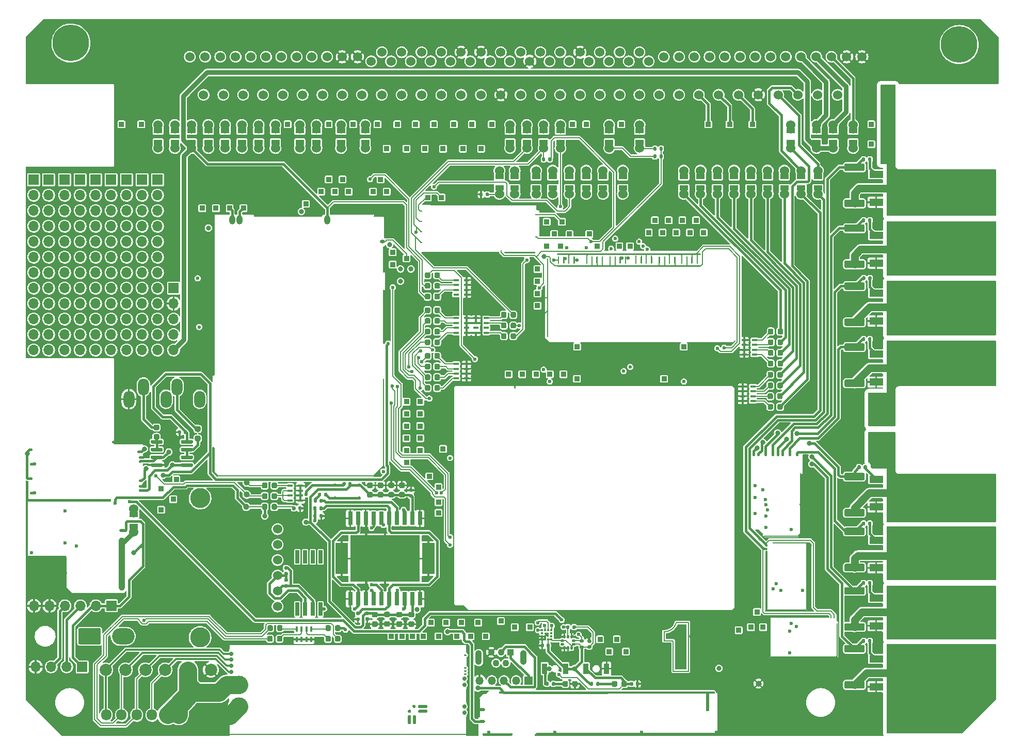
<source format=gtl>
G04 #@! TF.GenerationSoftware,KiCad,Pcbnew,(5.99.0-11247-g3f6811f413)*
G04 #@! TF.CreationDate,2021-08-14T02:07:00+03:00*
G04 #@! TF.ProjectId,hellen88bmw,68656c6c-656e-4383-9862-6d772e6b6963,rev?*
G04 #@! TF.SameCoordinates,PX3d1b110PY9269338*
G04 #@! TF.FileFunction,Copper,L1,Top*
G04 #@! TF.FilePolarity,Positive*
%FSLAX46Y46*%
G04 Gerber Fmt 4.6, Leading zero omitted, Abs format (unit mm)*
G04 Created by KiCad (PCBNEW (5.99.0-11247-g3f6811f413)) date 2021-08-14 02:07:00*
%MOMM*%
%LPD*%
G01*
G04 APERTURE LIST*
G04 #@! TA.AperFunction,EtchedComponent*
%ADD10C,0.200000*%
G04 #@! TD*
G04 #@! TA.AperFunction,ComponentPad*
%ADD11C,6.000000*%
G04 #@! TD*
G04 #@! TA.AperFunction,ComponentPad*
%ADD12C,1.524000*%
G04 #@! TD*
G04 #@! TA.AperFunction,SMDPad,CuDef*
%ADD13R,1.397000X0.889000*%
G04 #@! TD*
G04 #@! TA.AperFunction,SMDPad,CuDef*
%ADD14R,0.203200X1.524000*%
G04 #@! TD*
G04 #@! TA.AperFunction,SMDPad,CuDef*
%ADD15R,2.200000X1.200000*%
G04 #@! TD*
G04 #@! TA.AperFunction,SMDPad,CuDef*
%ADD16R,6.400000X5.800000*%
G04 #@! TD*
G04 #@! TA.AperFunction,ComponentPad*
%ADD17R,1.700000X1.700000*%
G04 #@! TD*
G04 #@! TA.AperFunction,ComponentPad*
%ADD18O,1.700000X1.700000*%
G04 #@! TD*
G04 #@! TA.AperFunction,SMDPad,CuDef*
%ADD19R,0.640000X2.160000*%
G04 #@! TD*
G04 #@! TA.AperFunction,ComponentPad*
%ADD20R,0.850000X0.850000*%
G04 #@! TD*
G04 #@! TA.AperFunction,SMDPad,CuDef*
%ADD21C,1.000000*%
G04 #@! TD*
G04 #@! TA.AperFunction,SMDPad,CuDef*
%ADD22R,0.900000X1.700000*%
G04 #@! TD*
G04 #@! TA.AperFunction,SMDPad,CuDef*
%ADD23R,0.900000X0.400000*%
G04 #@! TD*
G04 #@! TA.AperFunction,SMDPad,CuDef*
%ADD24R,0.800000X2.200000*%
G04 #@! TD*
G04 #@! TA.AperFunction,SMDPad,CuDef*
%ADD25R,2.032000X5.080000*%
G04 #@! TD*
G04 #@! TA.AperFunction,SMDPad,CuDef*
%ADD26R,11.430000X7.620000*%
G04 #@! TD*
G04 #@! TA.AperFunction,ComponentPad*
%ADD27C,2.000000*%
G04 #@! TD*
G04 #@! TA.AperFunction,ComponentPad*
%ADD28R,1.350000X1.350000*%
G04 #@! TD*
G04 #@! TA.AperFunction,ComponentPad*
%ADD29O,1.350000X1.350000*%
G04 #@! TD*
G04 #@! TA.AperFunction,ComponentPad*
%ADD30R,1.100000X1.100000*%
G04 #@! TD*
G04 #@! TA.AperFunction,ComponentPad*
%ADD31C,1.100000*%
G04 #@! TD*
G04 #@! TA.AperFunction,ComponentPad*
%ADD32O,1.100000X2.400000*%
G04 #@! TD*
G04 #@! TA.AperFunction,SMDPad,CuDef*
%ADD33O,9.800001X0.399999*%
G04 #@! TD*
G04 #@! TA.AperFunction,SMDPad,CuDef*
%ADD34O,11.100001X0.200000*%
G04 #@! TD*
G04 #@! TA.AperFunction,SMDPad,CuDef*
%ADD35O,0.499999X0.250000*%
G04 #@! TD*
G04 #@! TA.AperFunction,SMDPad,CuDef*
%ADD36O,0.200000X6.799999*%
G04 #@! TD*
G04 #@! TA.AperFunction,SMDPad,CuDef*
%ADD37O,0.200000X5.669999*%
G04 #@! TD*
G04 #@! TA.AperFunction,SMDPad,CuDef*
%ADD38O,0.250000X0.499999*%
G04 #@! TD*
G04 #@! TA.AperFunction,ComponentPad*
%ADD39C,0.599999*%
G04 #@! TD*
G04 #@! TA.AperFunction,SMDPad,CuDef*
%ADD40R,0.350000X0.400000*%
G04 #@! TD*
G04 #@! TA.AperFunction,SMDPad,CuDef*
%ADD41R,0.400000X0.350000*%
G04 #@! TD*
G04 #@! TA.AperFunction,SMDPad,CuDef*
%ADD42O,0.500000X0.250000*%
G04 #@! TD*
G04 #@! TA.AperFunction,SMDPad,CuDef*
%ADD43O,0.200000X1.000000*%
G04 #@! TD*
G04 #@! TA.AperFunction,SMDPad,CuDef*
%ADD44O,5.200000X0.200000*%
G04 #@! TD*
G04 #@! TA.AperFunction,SMDPad,CuDef*
%ADD45O,17.600000X0.200000*%
G04 #@! TD*
G04 #@! TA.AperFunction,SMDPad,CuDef*
%ADD46O,12.800000X0.200000*%
G04 #@! TD*
G04 #@! TA.AperFunction,SMDPad,CuDef*
%ADD47O,0.250000X0.500000*%
G04 #@! TD*
G04 #@! TA.AperFunction,ComponentPad*
%ADD48O,3.700000X2.700000*%
G04 #@! TD*
G04 #@! TA.AperFunction,ComponentPad*
%ADD49C,0.700000*%
G04 #@! TD*
G04 #@! TA.AperFunction,SMDPad,CuDef*
%ADD50C,3.000000*%
G04 #@! TD*
G04 #@! TA.AperFunction,SMDPad,CuDef*
%ADD51R,39.250000X0.250000*%
G04 #@! TD*
G04 #@! TA.AperFunction,SMDPad,CuDef*
%ADD52R,0.250000X3.100000*%
G04 #@! TD*
G04 #@! TA.AperFunction,SMDPad,CuDef*
%ADD53R,0.250000X2.250000*%
G04 #@! TD*
G04 #@! TA.AperFunction,SMDPad,CuDef*
%ADD54R,0.250000X1.450000*%
G04 #@! TD*
G04 #@! TA.AperFunction,SMDPad,CuDef*
%ADD55R,0.250000X0.950000*%
G04 #@! TD*
G04 #@! TA.AperFunction,SMDPad,CuDef*
%ADD56R,0.250000X2.950000*%
G04 #@! TD*
G04 #@! TA.AperFunction,SMDPad,CuDef*
%ADD57R,0.400000X0.900000*%
G04 #@! TD*
G04 #@! TA.AperFunction,SMDPad,CuDef*
%ADD58O,1.000001X0.499999*%
G04 #@! TD*
G04 #@! TA.AperFunction,SMDPad,CuDef*
%ADD59O,5.000000X0.399999*%
G04 #@! TD*
G04 #@! TA.AperFunction,SMDPad,CuDef*
%ADD60O,0.200000X3.099999*%
G04 #@! TD*
G04 #@! TA.AperFunction,SMDPad,CuDef*
%ADD61O,0.399999X7.200001*%
G04 #@! TD*
G04 #@! TA.AperFunction,SMDPad,CuDef*
%ADD62O,30.000001X0.399999*%
G04 #@! TD*
G04 #@! TA.AperFunction,SMDPad,CuDef*
%ADD63O,0.499999X2.999999*%
G04 #@! TD*
G04 #@! TA.AperFunction,SMDPad,CuDef*
%ADD64O,35.400000X0.399999*%
G04 #@! TD*
G04 #@! TA.AperFunction,ComponentPad*
%ADD65O,1.700000X1.850000*%
G04 #@! TD*
G04 #@! TA.AperFunction,ComponentPad*
%ADD66O,1.800000X2.800000*%
G04 #@! TD*
G04 #@! TA.AperFunction,ComponentPad*
%ADD67C,3.302000*%
G04 #@! TD*
G04 #@! TA.AperFunction,SMDPad,CuDef*
%ADD68O,0.200000X8.824999*%
G04 #@! TD*
G04 #@! TA.AperFunction,SMDPad,CuDef*
%ADD69O,0.200000X4.149999*%
G04 #@! TD*
G04 #@! TA.AperFunction,SMDPad,CuDef*
%ADD70O,25.699999X0.200000*%
G04 #@! TD*
G04 #@! TA.AperFunction,SMDPad,CuDef*
%ADD71O,11.324999X0.200000*%
G04 #@! TD*
G04 #@! TA.AperFunction,SMDPad,CuDef*
%ADD72O,0.200000X3.600000*%
G04 #@! TD*
G04 #@! TA.AperFunction,SMDPad,CuDef*
%ADD73O,1.699999X0.200000*%
G04 #@! TD*
G04 #@! TA.AperFunction,SMDPad,CuDef*
%ADD74O,0.200000X4.249999*%
G04 #@! TD*
G04 #@! TA.AperFunction,SMDPad,CuDef*
%ADD75O,0.200000X14.399999*%
G04 #@! TD*
G04 #@! TA.AperFunction,SMDPad,CuDef*
%ADD76O,0.200000X25.849999*%
G04 #@! TD*
G04 #@! TA.AperFunction,SMDPad,CuDef*
%ADD77O,1.000001X1.500000*%
G04 #@! TD*
G04 #@! TA.AperFunction,SMDPad,CuDef*
%ADD78O,0.800001X0.599999*%
G04 #@! TD*
G04 #@! TA.AperFunction,SMDPad,CuDef*
%ADD79O,1.000001X8.744829*%
G04 #@! TD*
G04 #@! TA.AperFunction,SMDPad,CuDef*
%ADD80O,0.200000X9.199999*%
G04 #@! TD*
G04 #@! TA.AperFunction,SMDPad,CuDef*
%ADD81O,9.000000X0.399999*%
G04 #@! TD*
G04 #@! TA.AperFunction,SMDPad,CuDef*
%ADD82O,13.800000X0.200000*%
G04 #@! TD*
G04 #@! TA.AperFunction,SMDPad,CuDef*
%ADD83O,0.200000X0.499999*%
G04 #@! TD*
G04 #@! TA.AperFunction,SMDPad,CuDef*
%ADD84O,0.399999X5.399999*%
G04 #@! TD*
G04 #@! TA.AperFunction,SMDPad,CuDef*
%ADD85O,6.500000X0.200000*%
G04 #@! TD*
G04 #@! TA.AperFunction,SMDPad,CuDef*
%ADD86O,0.250000X10.200000*%
G04 #@! TD*
G04 #@! TA.AperFunction,SMDPad,CuDef*
%ADD87O,5.800001X0.250000*%
G04 #@! TD*
G04 #@! TA.AperFunction,SMDPad,CuDef*
%ADD88O,0.200000X0.399999*%
G04 #@! TD*
G04 #@! TA.AperFunction,SMDPad,CuDef*
%ADD89O,6.799999X0.200000*%
G04 #@! TD*
G04 #@! TA.AperFunction,SMDPad,CuDef*
%ADD90O,0.200000X11.100001*%
G04 #@! TD*
G04 #@! TA.AperFunction,SMDPad,CuDef*
%ADD91O,0.399999X9.800001*%
G04 #@! TD*
G04 #@! TA.AperFunction,SMDPad,CuDef*
%ADD92O,5.669999X0.200000*%
G04 #@! TD*
G04 #@! TA.AperFunction,SMDPad,CuDef*
%ADD93R,0.450000X0.600000*%
G04 #@! TD*
G04 #@! TA.AperFunction,ViaPad*
%ADD94C,0.600000*%
G04 #@! TD*
G04 #@! TA.AperFunction,ViaPad*
%ADD95C,0.800000*%
G04 #@! TD*
G04 #@! TA.AperFunction,ViaPad*
%ADD96C,0.812800*%
G04 #@! TD*
G04 #@! TA.AperFunction,Conductor*
%ADD97C,0.400000*%
G04 #@! TD*
G04 #@! TA.AperFunction,Conductor*
%ADD98C,0.800000*%
G04 #@! TD*
G04 #@! TA.AperFunction,Conductor*
%ADD99C,0.200000*%
G04 #@! TD*
G04 #@! TA.AperFunction,Conductor*
%ADD100C,3.000000*%
G04 #@! TD*
G04 #@! TA.AperFunction,Conductor*
%ADD101C,1.300000*%
G04 #@! TD*
G04 #@! TA.AperFunction,Conductor*
%ADD102C,0.300000*%
G04 #@! TD*
G04 #@! TA.AperFunction,Conductor*
%ADD103C,0.350000*%
G04 #@! TD*
G04 APERTURE END LIST*
D10*
G04 #@! TO.C,G?*
X106426000Y10773000D02*
X108926000Y10773000D01*
X104926000Y15773000D02*
X106426000Y15773000D01*
X106426000Y15773000D02*
X106426000Y10773000D01*
X104926000Y15773000D02*
X104926000Y17273000D01*
X108926000Y10773000D02*
X108926000Y18773000D01*
X108926000Y18773000D02*
X106926000Y18773000D01*
X106925999Y18773000D02*
G75*
G02*
X104926000Y17273000I-1921600J478801D01*
G01*
G04 #@! TD*
D11*
G04 #@! TO.P,\u002Aref1,*
G04 #@! TO.N,*
X7632400Y113856400D03*
X153342400Y113606400D03*
D12*
G04 #@! TO.P,\u002Aref1,1,1*
G04 #@! TO.N,Net-(\u002Aref1-Pad1)*
X27142400Y111606400D03*
G04 #@! TO.P,\u002Aref1,2,2*
G04 #@! TO.N,Net-(\u002Aref1-Pad2)*
X32142400Y111606400D03*
G04 #@! TO.P,\u002Aref1,3,3*
G04 #@! TO.N,Net-(\u002Aref1-Pad3)*
X37142400Y111606400D03*
G04 #@! TO.P,\u002Aref1,4,4*
G04 #@! TO.N,Net-(\u002Aref1-Pad4)*
X42142400Y111606400D03*
G04 #@! TO.P,\u002Aref1,5,5*
G04 #@! TO.N,Net-(\u002Aref1-Pad5)*
X47142400Y111606400D03*
G04 #@! TO.P,\u002Aref1,6,6*
G04 #@! TO.N,GND*
X52142400Y111606400D03*
G04 #@! TO.P,\u002Aref1,7,7*
G04 #@! TO.N,Net-(\u002Aref1-Pad7)*
X56892400Y110856400D03*
G04 #@! TO.P,\u002Aref1,8,8*
G04 #@! TO.N,Net-(\u002Aref1-Pad8)*
X60142400Y110856400D03*
G04 #@! TO.P,\u002Aref1,9,9*
G04 #@! TO.N,unconnected-(\u002Aref1-Pad9)*
X63392400Y110856400D03*
G04 #@! TO.P,\u002Aref1,10,10*
G04 #@! TO.N,unconnected-(\u002Aref1-Pad10)*
X66642400Y110856400D03*
G04 #@! TO.P,\u002Aref1,11,11*
G04 #@! TO.N,Net-(\u002Aref1-Pad11)*
X69892400Y110856400D03*
G04 #@! TO.P,\u002Aref1,12,12*
G04 #@! TO.N,Net-(\u002Aref1-Pad12)*
X73142400Y110856400D03*
G04 #@! TO.P,\u002Aref1,13,13*
G04 #@! TO.N,Net-(\u002Aref1-Pad13)*
X76392400Y110856400D03*
G04 #@! TO.P,\u002Aref1,14,14*
G04 #@! TO.N,Net-(\u002Aref1-Pad14)*
X79642400Y110856400D03*
G04 #@! TO.P,\u002Aref1,15,15*
G04 #@! TO.N,GND*
X82892400Y110856400D03*
G04 #@! TO.P,\u002Aref1,16,16*
G04 #@! TO.N,Net-(\u002Aref1-Pad16)*
X86142400Y110856400D03*
G04 #@! TO.P,\u002Aref1,17,17*
G04 #@! TO.N,Net-(\u002Aref1-Pad17)*
X89392400Y110856400D03*
G04 #@! TO.P,\u002Aref1,18,18*
G04 #@! TO.N,Net-(\u002Aref1-Pad18)*
X92642400Y110856400D03*
G04 #@! TO.P,\u002Aref1,19,19*
G04 #@! TO.N,Net-(\u002Aref1-Pad19)*
X95892400Y110856400D03*
G04 #@! TO.P,\u002Aref1,20,20*
G04 #@! TO.N,Net-(\u002Aref1-Pad20)*
X99142400Y110856400D03*
G04 #@! TO.P,\u002Aref1,21,21*
G04 #@! TO.N,Net-(\u002Aref1-Pad21)*
X102392400Y110856400D03*
G04 #@! TO.P,\u002Aref1,22,22*
G04 #@! TO.N,Net-(\u002Aref1-Pad22)*
X107392400Y111606400D03*
G04 #@! TO.P,\u002Aref1,23,23*
G04 #@! TO.N,Net-(\u002Aref1-Pad23)*
X112392400Y111606400D03*
G04 #@! TO.P,\u002Aref1,24,24*
G04 #@! TO.N,Net-(\u002Aref1-Pad24)*
X117392400Y111606400D03*
G04 #@! TO.P,\u002Aref1,25,25*
G04 #@! TO.N,Net-(\u002Aref1-Pad25)*
X122392400Y111606400D03*
G04 #@! TO.P,\u002Aref1,26,26*
G04 #@! TO.N,Net-(\u002Aref1-Pad26)*
X127392400Y111606400D03*
G04 #@! TO.P,\u002Aref1,27,27*
G04 #@! TO.N,Net-(\u002Aref1-Pad27)*
X132392400Y111606400D03*
G04 #@! TO.P,\u002Aref1,28,28*
G04 #@! TO.N,GND*
X137392400Y111606400D03*
G04 #@! TO.P,\u002Aref1,29,29*
G04 #@! TO.N,Net-(\u002Aref1-Pad29)*
X29642400Y111606400D03*
G04 #@! TO.P,\u002Aref1,30,30*
G04 #@! TO.N,Net-(\u002Aref1-Pad30)*
X34642400Y111606400D03*
G04 #@! TO.P,\u002Aref1,31,31*
G04 #@! TO.N,Net-(\u002Aref1-Pad31)*
X39642400Y111606400D03*
G04 #@! TO.P,\u002Aref1,32,32*
G04 #@! TO.N,Net-(\u002Aref1-Pad32)*
X44642400Y111606400D03*
G04 #@! TO.P,\u002Aref1,33,33*
G04 #@! TO.N,Net-(\u002Aref1-Pad33)*
X49642400Y111606400D03*
G04 #@! TO.P,\u002Aref1,34,34*
G04 #@! TO.N,GND*
X54642400Y111606400D03*
G04 #@! TO.P,\u002Aref1,35,35*
G04 #@! TO.N,Net-(\u002Aref1-Pad35)*
X58642400Y112356400D03*
G04 #@! TO.P,\u002Aref1,36,36*
G04 #@! TO.N,Net-(\u002Aref1-Pad36)*
X61892400Y112356400D03*
G04 #@! TO.P,\u002Aref1,37,37*
G04 #@! TO.N,Net-(\u002Aref1-Pad37)*
X65142400Y112356400D03*
G04 #@! TO.P,\u002Aref1,38,38*
G04 #@! TO.N,Net-(\u002Aref1-Pad38)*
X68392400Y112356400D03*
G04 #@! TO.P,\u002Aref1,39,39*
G04 #@! TO.N,GND*
X71642400Y112356400D03*
G04 #@! TO.P,\u002Aref1,40,40*
X74892400Y112356400D03*
G04 #@! TO.P,\u002Aref1,41,41*
G04 #@! TO.N,Net-(\u002Aref1-Pad41)*
X78142400Y112356400D03*
G04 #@! TO.P,\u002Aref1,42,42*
G04 #@! TO.N,Net-(\u002Aref1-Pad42)*
X81392400Y112356400D03*
G04 #@! TO.P,\u002Aref1,43,43*
G04 #@! TO.N,Net-(\u002Aref1-Pad43)*
X84642400Y112356400D03*
G04 #@! TO.P,\u002Aref1,44,44*
G04 #@! TO.N,Net-(\u002Aref1-Pad44)*
X87892400Y112356400D03*
G04 #@! TO.P,\u002Aref1,45,45*
G04 #@! TO.N,GND*
X91142400Y112356400D03*
G04 #@! TO.P,\u002Aref1,46,46*
G04 #@! TO.N,Net-(\u002Aref1-Pad46)*
X94392400Y112356400D03*
G04 #@! TO.P,\u002Aref1,47,47*
G04 #@! TO.N,Net-(\u002Aref1-Pad47)*
X97642400Y112356400D03*
G04 #@! TO.P,\u002Aref1,48,48*
G04 #@! TO.N,Net-(\u002Aref1-Pad48)*
X100892400Y112356400D03*
G04 #@! TO.P,\u002Aref1,49,49*
G04 #@! TO.N,Net-(\u002Aref1-Pad49)*
X104892400Y111606400D03*
G04 #@! TO.P,\u002Aref1,50,50*
G04 #@! TO.N,Net-(\u002Aref1-Pad50)*
X109892400Y111606400D03*
G04 #@! TO.P,\u002Aref1,51,51*
G04 #@! TO.N,Net-(\u002Aref1-Pad51)*
X114892400Y111606400D03*
G04 #@! TO.P,\u002Aref1,52,52*
G04 #@! TO.N,Net-(\u002Aref1-Pad52)*
X119892400Y111606400D03*
G04 #@! TO.P,\u002Aref1,53,53*
G04 #@! TO.N,unconnected-(\u002Aref1-Pad53)*
X124892400Y111606400D03*
G04 #@! TO.P,\u002Aref1,54,54*
G04 #@! TO.N,Net-(\u002Aref1-Pad54)*
X129892400Y111606400D03*
G04 #@! TO.P,\u002Aref1,55,55*
G04 #@! TO.N,GND*
X134892400Y111606400D03*
G04 #@! TO.P,\u002Aref1,56,56*
G04 #@! TO.N,Net-(\u002Aref1-Pad56)*
X29392400Y105356400D03*
G04 #@! TO.P,\u002Aref1,57,57*
G04 #@! TO.N,unconnected-(\u002Aref1-Pad57)*
X32642400Y105356400D03*
G04 #@! TO.P,\u002Aref1,58,58*
G04 #@! TO.N,unconnected-(\u002Aref1-Pad58)*
X35892400Y105356400D03*
G04 #@! TO.P,\u002Aref1,59,59*
G04 #@! TO.N,Net-(\u002Aref1-Pad59)*
X39142400Y105356400D03*
G04 #@! TO.P,\u002Aref1,60,60*
G04 #@! TO.N,Net-(\u002Aref1-Pad60)*
X42392400Y105356400D03*
G04 #@! TO.P,\u002Aref1,61,61*
G04 #@! TO.N,unconnected-(\u002Aref1-Pad61)*
X45642400Y105356400D03*
G04 #@! TO.P,\u002Aref1,62,62*
G04 #@! TO.N,Net-(\u002Aref1-Pad62)*
X48892400Y105356400D03*
G04 #@! TO.P,\u002Aref1,63,63*
G04 #@! TO.N,unconnected-(\u002Aref1-Pad63)*
X52142400Y105356400D03*
G04 #@! TO.P,\u002Aref1,64,64*
G04 #@! TO.N,Net-(\u002Aref1-Pad64)*
X55392400Y105356400D03*
G04 #@! TO.P,\u002Aref1,65,65*
G04 #@! TO.N,Net-(\u002Aref1-Pad65)*
X58642400Y105356400D03*
G04 #@! TO.P,\u002Aref1,66,66*
G04 #@! TO.N,Net-(\u002Aref1-Pad66)*
X61892400Y105356400D03*
G04 #@! TO.P,\u002Aref1,67,67*
G04 #@! TO.N,Net-(\u002Aref1-Pad67)*
X65142400Y105356400D03*
G04 #@! TO.P,\u002Aref1,68,68*
G04 #@! TO.N,Net-(\u002Aref1-Pad68)*
X68392400Y105356400D03*
G04 #@! TO.P,\u002Aref1,69,69*
G04 #@! TO.N,/IN_KNOCK1_RAW*
X71642400Y105356400D03*
G04 #@! TO.P,\u002Aref1,70,70*
G04 #@! TO.N,/IN_KNOCK2_RAW*
X74892400Y105356400D03*
G04 #@! TO.P,\u002Aref1,71,71*
G04 #@! TO.N,GND*
X78142400Y105356400D03*
G04 #@! TO.P,\u002Aref1,72,72*
G04 #@! TO.N,unconnected-(\u002Aref1-Pad72)*
X81392400Y105356400D03*
G04 #@! TO.P,\u002Aref1,73,73*
G04 #@! TO.N,Net-(\u002Aref1-Pad73)*
X84642400Y105356400D03*
G04 #@! TO.P,\u002Aref1,74,74*
G04 #@! TO.N,unconnected-(\u002Aref1-Pad74)*
X87892400Y105356400D03*
G04 #@! TO.P,\u002Aref1,75,75*
G04 #@! TO.N,unconnected-(\u002Aref1-Pad75)*
X91142400Y105356400D03*
G04 #@! TO.P,\u002Aref1,76,76*
G04 #@! TO.N,unconnected-(\u002Aref1-Pad76)*
X94392400Y105356400D03*
G04 #@! TO.P,\u002Aref1,77,77*
G04 #@! TO.N,Net-(\u002Aref1-Pad77)*
X97642400Y105356400D03*
G04 #@! TO.P,\u002Aref1,78,78*
G04 #@! TO.N,Net-(\u002Aref1-Pad78)*
X100892400Y105356400D03*
G04 #@! TO.P,\u002Aref1,79,79*
G04 #@! TO.N,unconnected-(\u002Aref1-Pad79)*
X104142400Y105356400D03*
G04 #@! TO.P,\u002Aref1,80,80*
G04 #@! TO.N,unconnected-(\u002Aref1-Pad80)*
X107392400Y105356400D03*
G04 #@! TO.P,\u002Aref1,81,81*
G04 #@! TO.N,Net-(\u002Aref1-Pad81)*
X110642400Y105356400D03*
G04 #@! TO.P,\u002Aref1,82,82*
G04 #@! TO.N,Net-(\u002Aref1-Pad82)*
X113892400Y105356400D03*
G04 #@! TO.P,\u002Aref1,83,83*
G04 #@! TO.N,Net-(\u002Aref1-Pad83)*
X117142400Y105356400D03*
G04 #@! TO.P,\u002Aref1,84,84*
G04 #@! TO.N,GND*
X120392400Y105356400D03*
G04 #@! TO.P,\u002Aref1,85,85*
G04 #@! TO.N,Net-(\u002Aref1-Pad85)*
X123642400Y105356400D03*
G04 #@! TO.P,\u002Aref1,86,86*
G04 #@! TO.N,Net-(\u002Aref1-Pad86)*
X126892400Y105356400D03*
G04 #@! TO.P,\u002Aref1,87,87*
G04 #@! TO.N,Net-(\u002Aref1-Pad87)*
X130142400Y105356400D03*
G04 #@! TO.P,\u002Aref1,88,88*
G04 #@! TO.N,Net-(\u002Aref1-Pad88)*
X133392400Y105356400D03*
G04 #@! TD*
D13*
G04 #@! TO.P,JP1,1,A*
G04 #@! TO.N,Net-(\u002Aref1-Pad1)*
X21926000Y99475500D03*
D12*
X21926000Y100428000D03*
D14*
X21926000Y99793000D03*
G04 #@! TO.P,JP1,2,B*
G04 #@! TO.N,/OUT_PUMP*
X21926000Y97253000D03*
D12*
X21926000Y96618000D03*
D13*
X21926000Y97570500D03*
G04 #@! TD*
G04 #@! TO.P,JP3,1,A*
G04 #@! TO.N,Net-(\u002Aref1-Pad3)*
X30176000Y99475500D03*
D12*
X30176000Y100428000D03*
D14*
X30176000Y99793000D03*
D12*
G04 #@! TO.P,JP3,2,B*
G04 #@! TO.N,/OUT_INJ5*
X30176000Y96618000D03*
D14*
X30176000Y97253000D03*
D13*
X30176000Y97570500D03*
G04 #@! TD*
G04 #@! TO.P,JP4,1,A*
G04 #@! TO.N,Net-(\u002Aref1-Pad4)*
X35676000Y99475500D03*
D12*
X35676000Y100428000D03*
D14*
X35676000Y99793000D03*
D13*
G04 #@! TO.P,JP4,2,B*
G04 #@! TO.N,/OUT_INJ6*
X35676000Y97570500D03*
D12*
X35676000Y96618000D03*
D14*
X35676000Y97253000D03*
G04 #@! TD*
G04 #@! TO.P,JP5,1,A*
G04 #@! TO.N,Net-(\u002Aref1-Pad5)*
X45176000Y99793000D03*
D12*
X45176000Y100428000D03*
D13*
X45176000Y99475500D03*
D14*
G04 #@! TO.P,JP5,2,B*
G04 #@! TO.N,/OUT_INJ4*
X45176000Y97253000D03*
D13*
X45176000Y97570500D03*
D12*
X45176000Y96618000D03*
G04 #@! TD*
G04 #@! TO.P,JP7,1,A*
G04 #@! TO.N,Net-(\u002Aref1-Pad7)*
X51926000Y100428000D03*
D13*
X51926000Y99475500D03*
D14*
X51926000Y99793000D03*
D13*
G04 #@! TO.P,JP7,2,B*
G04 #@! TO.N,/OUT_INJ7*
X51926000Y97570500D03*
D14*
X51926000Y97253000D03*
D12*
X51926000Y96618000D03*
G04 #@! TD*
D13*
G04 #@! TO.P,JP14,1,A*
G04 #@! TO.N,Net-(\u002Aref1-Pad14)*
X79676000Y99475500D03*
D12*
X79676000Y100428000D03*
D14*
X79676000Y99793000D03*
D13*
G04 #@! TO.P,JP14,2,B*
G04 #@! TO.N,/GND_SENS*
X79676000Y97570500D03*
D14*
X79676000Y97253000D03*
D12*
X79676000Y96618000D03*
G04 #@! TD*
D14*
G04 #@! TO.P,JP16,1,A*
G04 #@! TO.N,Net-(\u002Aref1-Pad16)*
X85176000Y99793000D03*
D12*
X85176000Y100428000D03*
D13*
X85176000Y99475500D03*
G04 #@! TO.P,JP16,2,B*
G04 #@! TO.N,/IN_CRANK+*
X85176000Y97570500D03*
D12*
X85176000Y96618000D03*
D14*
X85176000Y97253000D03*
G04 #@! TD*
G04 #@! TO.P,JP17,1,A*
G04 #@! TO.N,Net-(\u002Aref1-Pad17)*
X87926000Y99793000D03*
D13*
X87926000Y99475500D03*
D12*
X87926000Y100428000D03*
D13*
G04 #@! TO.P,JP17,2,B*
G04 #@! TO.N,/IN_CAM*
X87926000Y97570500D03*
D14*
X87926000Y97253000D03*
D12*
X87926000Y96618000D03*
G04 #@! TD*
D14*
G04 #@! TO.P,JP20,1,A*
G04 #@! TO.N,Net-(\u002Aref1-Pad20)*
X94926000Y92293000D03*
D13*
X94926000Y91975500D03*
D12*
X94926000Y92928000D03*
D13*
G04 #@! TO.P,JP20,2,B*
G04 #@! TO.N,/USBP*
X94926000Y90070500D03*
D14*
X94926000Y89753000D03*
D12*
X94926000Y89118000D03*
G04 #@! TD*
D14*
G04 #@! TO.P,JP21,1,A*
G04 #@! TO.N,Net-(\u002Aref1-Pad21)*
X98176000Y92293000D03*
D13*
X98176000Y91975500D03*
D12*
X98176000Y92928000D03*
G04 #@! TO.P,JP21,2,B*
G04 #@! TO.N,/USBM*
X98176000Y89118000D03*
D14*
X98176000Y89753000D03*
D13*
X98176000Y90070500D03*
G04 #@! TD*
D12*
G04 #@! TO.P,JP22,1,A*
G04 #@! TO.N,Net-(\u002Aref1-Pad22)*
X110926000Y92928000D03*
D13*
X110926000Y91975500D03*
D14*
X110926000Y92293000D03*
D12*
G04 #@! TO.P,JP22,2,B*
G04 #@! TO.N,/COIL_7*
X110926000Y89118000D03*
D13*
X110926000Y90070500D03*
D14*
X110926000Y89753000D03*
G04 #@! TD*
D13*
G04 #@! TO.P,JP23,1,A*
G04 #@! TO.N,Net-(\u002Aref1-Pad23)*
X116426000Y91975500D03*
D14*
X116426000Y92293000D03*
D12*
X116426000Y92928000D03*
G04 #@! TO.P,JP23,2,B*
G04 #@! TO.N,/COIL_4*
X116426000Y89118000D03*
D14*
X116426000Y89753000D03*
D13*
X116426000Y90070500D03*
G04 #@! TD*
G04 #@! TO.P,JP24,1,A*
G04 #@! TO.N,Net-(\u002Aref1-Pad24)*
X121926000Y91975500D03*
D14*
X121926000Y92293000D03*
D12*
X121926000Y92928000D03*
G04 #@! TO.P,JP24,2,B*
G04 #@! TO.N,/COIL_6*
X121926000Y89118000D03*
D13*
X121926000Y90070500D03*
D14*
X121926000Y89753000D03*
G04 #@! TD*
G04 #@! TO.P,JP25,1,A*
G04 #@! TO.N,Net-(\u002Aref1-Pad25)*
X125676000Y99793000D03*
D13*
X125676000Y99475500D03*
D12*
X125676000Y100428000D03*
G04 #@! TO.P,JP25,2,B*
G04 #@! TO.N,/COIL_5*
X125676000Y96618000D03*
D13*
X125676000Y97570500D03*
D14*
X125676000Y97253000D03*
G04 #@! TD*
D12*
G04 #@! TO.P,JP26,1,A*
G04 #@! TO.N,Net-(\u002Aref1-Pad26)*
X129926000Y100428000D03*
D14*
X129926000Y99793000D03*
D13*
X129926000Y99475500D03*
D14*
G04 #@! TO.P,JP26,2,B*
G04 #@! TO.N,V12_RAW*
X129926000Y97253000D03*
D12*
X129926000Y96618000D03*
D13*
X129926000Y97570500D03*
G04 #@! TD*
D12*
G04 #@! TO.P,JP27,1,A*
G04 #@! TO.N,Net-(\u002Aref1-Pad27)*
X135926000Y100428000D03*
D13*
X135926000Y99475500D03*
D14*
X135926000Y99793000D03*
D13*
G04 #@! TO.P,JP27,2,B*
G04 #@! TO.N,/MAIN_RELAY*
X135926000Y97570500D03*
D12*
X135926000Y96618000D03*
D14*
X135926000Y97253000D03*
G04 #@! TD*
D13*
G04 #@! TO.P,JP29,1,A*
G04 #@! TO.N,Net-(\u002Aref1-Pad29)*
X24676000Y99475500D03*
D12*
X24676000Y100428000D03*
D14*
X24676000Y99793000D03*
D12*
G04 #@! TO.P,JP29,2,B*
G04 #@! TO.N,/OUT_IDLE*
X24676000Y96618000D03*
D14*
X24676000Y97253000D03*
D13*
X24676000Y97570500D03*
G04 #@! TD*
G04 #@! TO.P,JP31,1,A*
G04 #@! TO.N,Net-(\u002Aref1-Pad31)*
X32926000Y99475500D03*
D12*
X32926000Y100428000D03*
D14*
X32926000Y99793000D03*
D12*
G04 #@! TO.P,JP31,2,B*
G04 #@! TO.N,/OUT_INJ3*
X32926000Y96618000D03*
D13*
X32926000Y97570500D03*
D14*
X32926000Y97253000D03*
G04 #@! TD*
D13*
G04 #@! TO.P,JP32,1,A*
G04 #@! TO.N,Net-(\u002Aref1-Pad32)*
X41176000Y99475500D03*
D12*
X41176000Y100428000D03*
D14*
X41176000Y99793000D03*
D12*
G04 #@! TO.P,JP32,2,B*
G04 #@! TO.N,/OUT_INJ2*
X41176000Y96618000D03*
D13*
X41176000Y97570500D03*
D14*
X41176000Y97253000D03*
G04 #@! TD*
D13*
G04 #@! TO.P,JP33,1,A*
G04 #@! TO.N,Net-(\u002Aref1-Pad33)*
X47926000Y99475500D03*
D14*
X47926000Y99793000D03*
D12*
X47926000Y100428000D03*
D14*
G04 #@! TO.P,JP33,2,B*
G04 #@! TO.N,/OUT_INJ1*
X47926000Y97253000D03*
D13*
X47926000Y97570500D03*
D12*
X47926000Y96618000D03*
G04 #@! TD*
G04 #@! TO.P,JP35,1,A*
G04 #@! TO.N,Net-(\u002Aref1-Pad35)*
X55926000Y100428000D03*
D14*
X55926000Y99793000D03*
D13*
X55926000Y99475500D03*
D14*
G04 #@! TO.P,JP35,2,B*
G04 #@! TO.N,/OUT_INJ8*
X55926000Y97253000D03*
D13*
X55926000Y97570500D03*
D12*
X55926000Y96618000D03*
G04 #@! TD*
D13*
G04 #@! TO.P,JP41,1,A*
G04 #@! TO.N,Net-(\u002Aref1-Pad41)*
X77926000Y91975500D03*
D14*
X77926000Y92293000D03*
D12*
X77926000Y92928000D03*
D13*
G04 #@! TO.P,JP41,2,B*
G04 #@! TO.N,/IN_MAF*
X77926000Y90070500D03*
D12*
X77926000Y89118000D03*
D14*
X77926000Y89753000D03*
G04 #@! TD*
D13*
G04 #@! TO.P,JP42,1,A*
G04 #@! TO.N,Net-(\u002Aref1-Pad42)*
X80426000Y91975500D03*
D14*
X80426000Y92293000D03*
D12*
X80426000Y92928000D03*
D13*
G04 #@! TO.P,JP42,2,B*
G04 #@! TO.N,/IN_VSS*
X80426000Y90070500D03*
D14*
X80426000Y89753000D03*
D12*
X80426000Y89118000D03*
G04 #@! TD*
G04 #@! TO.P,JP43,1,A*
G04 #@! TO.N,Net-(\u002Aref1-Pad43)*
X82426000Y100428000D03*
D14*
X82426000Y99793000D03*
D13*
X82426000Y99475500D03*
D12*
G04 #@! TO.P,JP43,2,B*
G04 #@! TO.N,/IN_CRANK-*
X82426000Y96618000D03*
D14*
X82426000Y97253000D03*
D13*
X82426000Y97570500D03*
G04 #@! TD*
D14*
G04 #@! TO.P,JP44,1,A*
G04 #@! TO.N,Net-(\u002Aref1-Pad44)*
X86676000Y92293000D03*
D12*
X86676000Y92928000D03*
D13*
X86676000Y91975500D03*
D14*
G04 #@! TO.P,JP44,2,B*
G04 #@! TO.N,/GND_SENS*
X86676000Y89753000D03*
D13*
X86676000Y90070500D03*
D12*
X86676000Y89118000D03*
G04 #@! TD*
D13*
G04 #@! TO.P,JP46,1,A*
G04 #@! TO.N,Net-(\u002Aref1-Pad46)*
X89426000Y91975500D03*
D12*
X89426000Y92928000D03*
D14*
X89426000Y92293000D03*
D12*
G04 #@! TO.P,JP46,2,B*
G04 #@! TO.N,/OUT_FUEL_CONSUM*
X89426000Y89118000D03*
D14*
X89426000Y89753000D03*
D13*
X89426000Y90070500D03*
G04 #@! TD*
D14*
G04 #@! TO.P,JP47,1,A*
G04 #@! TO.N,Net-(\u002Aref1-Pad47)*
X92176000Y92293000D03*
D13*
X92176000Y91975500D03*
D12*
X92176000Y92928000D03*
D13*
G04 #@! TO.P,JP47,2,B*
G04 #@! TO.N,/OUT_TACH*
X92176000Y90070500D03*
D14*
X92176000Y89753000D03*
D12*
X92176000Y89118000D03*
G04 #@! TD*
G04 #@! TO.P,JP50,1,A*
G04 #@! TO.N,Net-(\u002Aref1-Pad50)*
X113676000Y92928000D03*
D14*
X113676000Y92293000D03*
D13*
X113676000Y91975500D03*
D12*
G04 #@! TO.P,JP50,2,B*
G04 #@! TO.N,/COIL_1*
X113676000Y89118000D03*
D13*
X113676000Y90070500D03*
D14*
X113676000Y89753000D03*
G04 #@! TD*
D13*
G04 #@! TO.P,JP51,1,A*
G04 #@! TO.N,Net-(\u002Aref1-Pad51)*
X119176000Y91975500D03*
D12*
X119176000Y92928000D03*
D14*
X119176000Y92293000D03*
D12*
G04 #@! TO.P,JP51,2,B*
G04 #@! TO.N,/COIL_2*
X119176000Y89118000D03*
D14*
X119176000Y89753000D03*
D13*
X119176000Y90070500D03*
G04 #@! TD*
G04 #@! TO.P,JP52,1,A*
G04 #@! TO.N,Net-(\u002Aref1-Pad52)*
X124676000Y91975500D03*
D14*
X124676000Y92293000D03*
D12*
X124676000Y92928000D03*
D14*
G04 #@! TO.P,JP52,2,B*
G04 #@! TO.N,/COIL_3*
X124676000Y89753000D03*
D13*
X124676000Y90070500D03*
D12*
X124676000Y89118000D03*
G04 #@! TD*
D14*
G04 #@! TO.P,JP54,1,A*
G04 #@! TO.N,Net-(\u002Aref1-Pad54)*
X132676000Y99793000D03*
D13*
X132676000Y99475500D03*
D12*
X132676000Y100428000D03*
G04 #@! TO.P,JP54,2,B*
G04 #@! TO.N,V12_RAW*
X132676000Y96618000D03*
D14*
X132676000Y97253000D03*
D13*
X132676000Y97570500D03*
G04 #@! TD*
G04 #@! TO.P,JP56,1,A*
G04 #@! TO.N,Net-(\u002Aref1-Pad56)*
X27426000Y99475500D03*
D12*
X27426000Y100428000D03*
D14*
X27426000Y99793000D03*
D13*
G04 #@! TO.P,JP56,2,B*
G04 #@! TO.N,V12_RAW*
X27426000Y97570500D03*
D14*
X27426000Y97253000D03*
D12*
X27426000Y96618000D03*
G04 #@! TD*
D14*
G04 #@! TO.P,JP73,1,A*
G04 #@! TO.N,Net-(\u002Aref1-Pad73)*
X83926000Y92293000D03*
D12*
X83926000Y92928000D03*
D13*
X83926000Y91975500D03*
D14*
G04 #@! TO.P,JP73,2,B*
G04 #@! TO.N,/IN_TPS*
X83926000Y89753000D03*
D12*
X83926000Y89118000D03*
D13*
X83926000Y90070500D03*
G04 #@! TD*
D12*
G04 #@! TO.P,JP77,1,A*
G04 #@! TO.N,Net-(\u002Aref1-Pad77)*
X95926000Y100428000D03*
D14*
X95926000Y99793000D03*
D13*
X95926000Y99475500D03*
G04 #@! TO.P,JP77,2,B*
G04 #@! TO.N,/IAT*
X95926000Y97570500D03*
D12*
X95926000Y96618000D03*
D14*
X95926000Y97253000D03*
G04 #@! TD*
D12*
G04 #@! TO.P,JP78,1,A*
G04 #@! TO.N,Net-(\u002Aref1-Pad78)*
X100926000Y100428000D03*
D13*
X100926000Y99475500D03*
D14*
X100926000Y99793000D03*
D12*
G04 #@! TO.P,JP78,2,B*
G04 #@! TO.N,/CLT*
X100926000Y96618000D03*
D13*
X100926000Y97570500D03*
D14*
X100926000Y97253000D03*
G04 #@! TD*
D13*
G04 #@! TO.P,JP85,1,A*
G04 #@! TO.N,Net-(\u002Aref1-Pad85)*
X130176000Y91975500D03*
D14*
X130176000Y92293000D03*
D12*
X130176000Y92928000D03*
D13*
G04 #@! TO.P,JP85,2,B*
G04 #@! TO.N,/CAN-*
X130176000Y90070500D03*
D12*
X130176000Y89118000D03*
D14*
X130176000Y89753000D03*
G04 #@! TD*
G04 #@! TO.P,JP86,1,A*
G04 #@! TO.N,Net-(\u002Aref1-Pad86)*
X127426000Y92293000D03*
D13*
X127426000Y91975500D03*
D12*
X127426000Y92928000D03*
D13*
G04 #@! TO.P,JP86,2,B*
G04 #@! TO.N,/CAN+*
X127426000Y90070500D03*
D14*
X127426000Y89753000D03*
D12*
X127426000Y89118000D03*
G04 #@! TD*
D14*
G04 #@! TO.P,JP59,1,A*
G04 #@! TO.N,Net-(\u002Aref1-Pad59)*
X38426000Y99793000D03*
D12*
X38426000Y100428000D03*
D13*
X38426000Y99475500D03*
D14*
G04 #@! TO.P,JP59,2,B*
G04 #@! TO.N,/5V_SENS2*
X38426000Y97253000D03*
D12*
X38426000Y96618000D03*
D13*
X38426000Y97570500D03*
G04 #@! TD*
D14*
G04 #@! TO.P,JP49,1,A*
G04 #@! TO.N,Net-(\u002Aref1-Pad49)*
X108176000Y92293000D03*
D13*
X108176000Y91975500D03*
D12*
X108176000Y92928000D03*
D13*
G04 #@! TO.P,JP49,2,B*
G04 #@! TO.N,/COIL_8*
X108176000Y90070500D03*
D12*
X108176000Y89118000D03*
D14*
X108176000Y89753000D03*
G04 #@! TD*
D15*
G04 #@! TO.P,Q1,1,G*
G04 #@! TO.N,Net-(Q1-Pad1)*
X139726000Y32303000D03*
D16*
G04 #@! TO.P,Q1,2,C*
G04 #@! TO.N,/COIL_1*
X146026000Y30023000D03*
D15*
G04 #@! TO.P,Q1,3,E*
G04 #@! TO.N,GND*
X139726000Y27743000D03*
G04 #@! TD*
G04 #@! TO.P,Q6,1,G*
G04 #@! TO.N,Net-(Q6-Pad1)*
X139726000Y92303000D03*
D16*
G04 #@! TO.P,Q6,2,C*
G04 #@! TO.N,/COIL_5*
X146026000Y90023000D03*
D15*
G04 #@! TO.P,Q6,3,E*
G04 #@! TO.N,GND*
X139726000Y87743000D03*
G04 #@! TD*
G04 #@! TO.P,Q2,1,G*
G04 #@! TO.N,Net-(Q2-Pad1)*
X139726000Y42303000D03*
D16*
G04 #@! TO.P,Q2,2,C*
G04 #@! TO.N,/COIL_4*
X146026000Y40023000D03*
D15*
G04 #@! TO.P,Q2,3,E*
G04 #@! TO.N,GND*
X139726000Y37743000D03*
G04 #@! TD*
G04 #@! TO.P,Q5,1,G*
G04 #@! TO.N,Net-(Q5-Pad1)*
X139726000Y82303000D03*
D16*
G04 #@! TO.P,Q5,2,C*
G04 #@! TO.N,/COIL_3*
X146026000Y80023000D03*
D15*
G04 #@! TO.P,Q5,3,E*
G04 #@! TO.N,GND*
X139726000Y77743000D03*
G04 #@! TD*
G04 #@! TO.P,Q3,1,G*
G04 #@! TO.N,Net-(Q3-Pad1)*
X139726000Y62803000D03*
D16*
G04 #@! TO.P,Q3,2,C*
G04 #@! TO.N,/COIL_2*
X146026000Y60523000D03*
D15*
G04 #@! TO.P,Q3,3,E*
G04 #@! TO.N,GND*
X139726000Y58243000D03*
G04 #@! TD*
G04 #@! TO.P,Q4,1,G*
G04 #@! TO.N,Net-(Q4-Pad1)*
X139726000Y72803000D03*
D16*
G04 #@! TO.P,Q4,2,C*
G04 #@! TO.N,/COIL_6*
X146026000Y70523000D03*
D15*
G04 #@! TO.P,Q4,3,E*
G04 #@! TO.N,GND*
X139726000Y68243000D03*
G04 #@! TD*
G04 #@! TO.P,C1,1*
G04 #@! TO.N,/5V_SENS2*
G04 #@! TA.AperFunction,SMDPad,CuDef*
G36*
G01*
X42756000Y26033000D02*
X43096000Y26033000D01*
G75*
G02*
X43236000Y25893000I0J-140000D01*
G01*
X43236000Y25613000D01*
G75*
G02*
X43096000Y25473000I-140000J0D01*
G01*
X42756000Y25473000D01*
G75*
G02*
X42616000Y25613000I0J140000D01*
G01*
X42616000Y25893000D01*
G75*
G02*
X42756000Y26033000I140000J0D01*
G01*
G37*
G04 #@! TD.AperFunction*
G04 #@! TO.P,C1,2*
G04 #@! TO.N,/GND_SENS*
G04 #@! TA.AperFunction,SMDPad,CuDef*
G36*
G01*
X42756000Y25073000D02*
X43096000Y25073000D01*
G75*
G02*
X43236000Y24933000I0J-140000D01*
G01*
X43236000Y24653000D01*
G75*
G02*
X43096000Y24513000I-140000J0D01*
G01*
X42756000Y24513000D01*
G75*
G02*
X42616000Y24653000I0J140000D01*
G01*
X42616000Y24933000D01*
G75*
G02*
X42756000Y25073000I140000J0D01*
G01*
G37*
G04 #@! TD.AperFunction*
G04 #@! TD*
G04 #@! TO.P,C2,1*
G04 #@! TO.N,/5V_SENS2*
G04 #@! TA.AperFunction,SMDPad,CuDef*
G36*
G01*
X43096000Y26513000D02*
X42756000Y26513000D01*
G75*
G02*
X42616000Y26653000I0J140000D01*
G01*
X42616000Y26933000D01*
G75*
G02*
X42756000Y27073000I140000J0D01*
G01*
X43096000Y27073000D01*
G75*
G02*
X43236000Y26933000I0J-140000D01*
G01*
X43236000Y26653000D01*
G75*
G02*
X43096000Y26513000I-140000J0D01*
G01*
G37*
G04 #@! TD.AperFunction*
G04 #@! TO.P,C2,2*
G04 #@! TO.N,/GND_SENS*
G04 #@! TA.AperFunction,SMDPad,CuDef*
G36*
G01*
X43096000Y27473000D02*
X42756000Y27473000D01*
G75*
G02*
X42616000Y27613000I0J140000D01*
G01*
X42616000Y27893000D01*
G75*
G02*
X42756000Y28033000I140000J0D01*
G01*
X43096000Y28033000D01*
G75*
G02*
X43236000Y27893000I0J-140000D01*
G01*
X43236000Y27613000D01*
G75*
G02*
X43096000Y27473000I-140000J0D01*
G01*
G37*
G04 #@! TD.AperFunction*
G04 #@! TD*
D17*
G04 #@! TO.P,J4,1,Pin_1*
G04 #@! TO.N,/GND_SENS*
X24476000Y73653000D03*
D18*
G04 #@! TO.P,J4,2,Pin_2*
G04 #@! TO.N,GND*
X24476000Y71113000D03*
G04 #@! TO.P,J4,3,Pin_3*
G04 #@! TO.N,+3V3*
X24476000Y68573000D03*
G04 #@! TO.P,J4,4,Pin_4*
G04 #@! TO.N,/5V_SENS2*
X24476000Y66033000D03*
G04 #@! TO.P,J4,5,Pin_5*
G04 #@! TO.N,V12_RAW*
X24476000Y63493000D03*
G04 #@! TD*
D17*
G04 #@! TO.P,J5,1,Pin_1*
G04 #@! TO.N,unconnected-(J5-Pad1)*
X1516000Y91433000D03*
D18*
G04 #@! TO.P,J5,2,Pin_2*
G04 #@! TO.N,unconnected-(J5-Pad2)*
X1516000Y88893000D03*
G04 #@! TO.P,J5,3,Pin_3*
G04 #@! TO.N,unconnected-(J5-Pad3)*
X1516000Y86353000D03*
G04 #@! TO.P,J5,4,Pin_4*
G04 #@! TO.N,unconnected-(J5-Pad4)*
X1516000Y83813000D03*
G04 #@! TO.P,J5,5,Pin_5*
G04 #@! TO.N,unconnected-(J5-Pad5)*
X1516000Y81273000D03*
G04 #@! TO.P,J5,6,Pin_6*
G04 #@! TO.N,unconnected-(J5-Pad6)*
X1516000Y78733000D03*
G04 #@! TO.P,J5,7,Pin_7*
G04 #@! TO.N,unconnected-(J5-Pad7)*
X1516000Y76193000D03*
G04 #@! TO.P,J5,8,Pin_8*
G04 #@! TO.N,unconnected-(J5-Pad8)*
X1516000Y73653000D03*
G04 #@! TO.P,J5,9,Pin_9*
G04 #@! TO.N,unconnected-(J5-Pad9)*
X1516000Y71113000D03*
G04 #@! TO.P,J5,10,Pin_10*
G04 #@! TO.N,unconnected-(J5-Pad10)*
X1516000Y68573000D03*
G04 #@! TO.P,J5,11,Pin_11*
G04 #@! TO.N,unconnected-(J5-Pad11)*
X1516000Y66033000D03*
G04 #@! TO.P,J5,12,Pin_12*
G04 #@! TO.N,unconnected-(J5-Pad12)*
X1516000Y63493000D03*
G04 #@! TD*
D17*
G04 #@! TO.P,J6,1,Pin_1*
G04 #@! TO.N,unconnected-(J6-Pad1)*
X3976001Y91433000D03*
D18*
G04 #@! TO.P,J6,2,Pin_2*
G04 #@! TO.N,unconnected-(J6-Pad2)*
X3976001Y88893000D03*
G04 #@! TO.P,J6,3,Pin_3*
G04 #@! TO.N,unconnected-(J6-Pad3)*
X3976001Y86353000D03*
G04 #@! TO.P,J6,4,Pin_4*
G04 #@! TO.N,unconnected-(J6-Pad4)*
X3976001Y83813000D03*
G04 #@! TO.P,J6,5,Pin_5*
G04 #@! TO.N,unconnected-(J6-Pad5)*
X3976001Y81273000D03*
G04 #@! TO.P,J6,6,Pin_6*
G04 #@! TO.N,unconnected-(J6-Pad6)*
X3976001Y78733000D03*
G04 #@! TO.P,J6,7,Pin_7*
G04 #@! TO.N,unconnected-(J6-Pad7)*
X3976001Y76193000D03*
G04 #@! TO.P,J6,8,Pin_8*
G04 #@! TO.N,unconnected-(J6-Pad8)*
X3976001Y73653000D03*
G04 #@! TO.P,J6,9,Pin_9*
G04 #@! TO.N,unconnected-(J6-Pad9)*
X3976001Y71113000D03*
G04 #@! TO.P,J6,10,Pin_10*
G04 #@! TO.N,unconnected-(J6-Pad10)*
X3976001Y68573000D03*
G04 #@! TO.P,J6,11,Pin_11*
G04 #@! TO.N,unconnected-(J6-Pad11)*
X3976001Y66033000D03*
G04 #@! TO.P,J6,12,Pin_12*
G04 #@! TO.N,unconnected-(J6-Pad12)*
X3976001Y63493000D03*
G04 #@! TD*
D17*
G04 #@! TO.P,J7,1,Pin_1*
G04 #@! TO.N,unconnected-(J7-Pad1)*
X6596000Y91433000D03*
D18*
G04 #@! TO.P,J7,2,Pin_2*
G04 #@! TO.N,unconnected-(J7-Pad2)*
X6596000Y88893000D03*
G04 #@! TO.P,J7,3,Pin_3*
G04 #@! TO.N,unconnected-(J7-Pad3)*
X6596000Y86353000D03*
G04 #@! TO.P,J7,4,Pin_4*
G04 #@! TO.N,unconnected-(J7-Pad4)*
X6596000Y83813000D03*
G04 #@! TO.P,J7,5,Pin_5*
G04 #@! TO.N,unconnected-(J7-Pad5)*
X6596000Y81273000D03*
G04 #@! TO.P,J7,6,Pin_6*
G04 #@! TO.N,unconnected-(J7-Pad6)*
X6596000Y78733000D03*
G04 #@! TO.P,J7,7,Pin_7*
G04 #@! TO.N,unconnected-(J7-Pad7)*
X6596000Y76193000D03*
G04 #@! TO.P,J7,8,Pin_8*
G04 #@! TO.N,unconnected-(J7-Pad8)*
X6596000Y73653000D03*
G04 #@! TO.P,J7,9,Pin_9*
G04 #@! TO.N,unconnected-(J7-Pad9)*
X6596000Y71113000D03*
G04 #@! TO.P,J7,10,Pin_10*
G04 #@! TO.N,unconnected-(J7-Pad10)*
X6596000Y68573000D03*
G04 #@! TO.P,J7,11,Pin_11*
G04 #@! TO.N,unconnected-(J7-Pad11)*
X6596000Y66033000D03*
G04 #@! TO.P,J7,12,Pin_12*
G04 #@! TO.N,unconnected-(J7-Pad12)*
X6596000Y63493000D03*
G04 #@! TD*
D17*
G04 #@! TO.P,J8,1,Pin_1*
G04 #@! TO.N,unconnected-(J8-Pad1)*
X9136000Y91433000D03*
D18*
G04 #@! TO.P,J8,2,Pin_2*
G04 #@! TO.N,unconnected-(J8-Pad2)*
X9136000Y88893000D03*
G04 #@! TO.P,J8,3,Pin_3*
G04 #@! TO.N,unconnected-(J8-Pad3)*
X9136000Y86353000D03*
G04 #@! TO.P,J8,4,Pin_4*
G04 #@! TO.N,unconnected-(J8-Pad4)*
X9136000Y83813000D03*
G04 #@! TO.P,J8,5,Pin_5*
G04 #@! TO.N,unconnected-(J8-Pad5)*
X9136000Y81273000D03*
G04 #@! TO.P,J8,6,Pin_6*
G04 #@! TO.N,unconnected-(J8-Pad6)*
X9136000Y78733000D03*
G04 #@! TO.P,J8,7,Pin_7*
G04 #@! TO.N,unconnected-(J8-Pad7)*
X9136000Y76193000D03*
G04 #@! TO.P,J8,8,Pin_8*
G04 #@! TO.N,unconnected-(J8-Pad8)*
X9136000Y73653000D03*
G04 #@! TO.P,J8,9,Pin_9*
G04 #@! TO.N,unconnected-(J8-Pad9)*
X9136000Y71113000D03*
G04 #@! TO.P,J8,10,Pin_10*
G04 #@! TO.N,unconnected-(J8-Pad10)*
X9136000Y68573000D03*
G04 #@! TO.P,J8,11,Pin_11*
G04 #@! TO.N,unconnected-(J8-Pad11)*
X9136000Y66033000D03*
G04 #@! TO.P,J8,12,Pin_12*
G04 #@! TO.N,unconnected-(J8-Pad12)*
X9136000Y63493000D03*
G04 #@! TD*
D17*
G04 #@! TO.P,J9,1,Pin_1*
G04 #@! TO.N,unconnected-(J9-Pad1)*
X11676000Y91433000D03*
D18*
G04 #@! TO.P,J9,2,Pin_2*
G04 #@! TO.N,unconnected-(J9-Pad2)*
X11676000Y88893000D03*
G04 #@! TO.P,J9,3,Pin_3*
G04 #@! TO.N,unconnected-(J9-Pad3)*
X11676000Y86353000D03*
G04 #@! TO.P,J9,4,Pin_4*
G04 #@! TO.N,unconnected-(J9-Pad4)*
X11676000Y83813000D03*
G04 #@! TO.P,J9,5,Pin_5*
G04 #@! TO.N,unconnected-(J9-Pad5)*
X11676000Y81273000D03*
G04 #@! TO.P,J9,6,Pin_6*
G04 #@! TO.N,unconnected-(J9-Pad6)*
X11676000Y78733000D03*
G04 #@! TO.P,J9,7,Pin_7*
G04 #@! TO.N,unconnected-(J9-Pad7)*
X11676000Y76193000D03*
G04 #@! TO.P,J9,8,Pin_8*
G04 #@! TO.N,unconnected-(J9-Pad8)*
X11676000Y73653000D03*
G04 #@! TO.P,J9,9,Pin_9*
G04 #@! TO.N,unconnected-(J9-Pad9)*
X11676000Y71113000D03*
G04 #@! TO.P,J9,10,Pin_10*
G04 #@! TO.N,unconnected-(J9-Pad10)*
X11676000Y68573000D03*
G04 #@! TO.P,J9,11,Pin_11*
G04 #@! TO.N,unconnected-(J9-Pad11)*
X11676000Y66033000D03*
G04 #@! TO.P,J9,12,Pin_12*
G04 #@! TO.N,unconnected-(J9-Pad12)*
X11676000Y63493000D03*
G04 #@! TD*
D17*
G04 #@! TO.P,J10,1,Pin_1*
G04 #@! TO.N,unconnected-(J10-Pad1)*
X14216000Y91433000D03*
D18*
G04 #@! TO.P,J10,2,Pin_2*
G04 #@! TO.N,unconnected-(J10-Pad2)*
X14216000Y88893000D03*
G04 #@! TO.P,J10,3,Pin_3*
G04 #@! TO.N,unconnected-(J10-Pad3)*
X14216000Y86353000D03*
G04 #@! TO.P,J10,4,Pin_4*
G04 #@! TO.N,unconnected-(J10-Pad4)*
X14216000Y83813000D03*
G04 #@! TO.P,J10,5,Pin_5*
G04 #@! TO.N,unconnected-(J10-Pad5)*
X14216000Y81273000D03*
G04 #@! TO.P,J10,6,Pin_6*
G04 #@! TO.N,unconnected-(J10-Pad6)*
X14216000Y78733000D03*
G04 #@! TO.P,J10,7,Pin_7*
G04 #@! TO.N,unconnected-(J10-Pad7)*
X14216000Y76193000D03*
G04 #@! TO.P,J10,8,Pin_8*
G04 #@! TO.N,unconnected-(J10-Pad8)*
X14216000Y73653000D03*
G04 #@! TO.P,J10,9,Pin_9*
G04 #@! TO.N,unconnected-(J10-Pad9)*
X14216000Y71113000D03*
G04 #@! TO.P,J10,10,Pin_10*
G04 #@! TO.N,unconnected-(J10-Pad10)*
X14216000Y68573000D03*
G04 #@! TO.P,J10,11,Pin_11*
G04 #@! TO.N,unconnected-(J10-Pad11)*
X14216000Y66033000D03*
G04 #@! TO.P,J10,12,Pin_12*
G04 #@! TO.N,unconnected-(J10-Pad12)*
X14216000Y63493000D03*
G04 #@! TD*
D17*
G04 #@! TO.P,J11,1,Pin_1*
G04 #@! TO.N,unconnected-(J11-Pad1)*
X16756000Y91433000D03*
D18*
G04 #@! TO.P,J11,2,Pin_2*
G04 #@! TO.N,unconnected-(J11-Pad2)*
X16756000Y88893000D03*
G04 #@! TO.P,J11,3,Pin_3*
G04 #@! TO.N,unconnected-(J11-Pad3)*
X16756000Y86353000D03*
G04 #@! TO.P,J11,4,Pin_4*
G04 #@! TO.N,unconnected-(J11-Pad4)*
X16756000Y83813000D03*
G04 #@! TO.P,J11,5,Pin_5*
G04 #@! TO.N,unconnected-(J11-Pad5)*
X16756000Y81273000D03*
G04 #@! TO.P,J11,6,Pin_6*
G04 #@! TO.N,unconnected-(J11-Pad6)*
X16756000Y78733000D03*
G04 #@! TO.P,J11,7,Pin_7*
G04 #@! TO.N,unconnected-(J11-Pad7)*
X16756000Y76193000D03*
G04 #@! TO.P,J11,8,Pin_8*
G04 #@! TO.N,unconnected-(J11-Pad8)*
X16756000Y73653000D03*
G04 #@! TO.P,J11,9,Pin_9*
G04 #@! TO.N,unconnected-(J11-Pad9)*
X16756000Y71113000D03*
G04 #@! TO.P,J11,10,Pin_10*
G04 #@! TO.N,unconnected-(J11-Pad10)*
X16756000Y68573000D03*
G04 #@! TO.P,J11,11,Pin_11*
G04 #@! TO.N,unconnected-(J11-Pad11)*
X16756000Y66033000D03*
G04 #@! TO.P,J11,12,Pin_12*
G04 #@! TO.N,unconnected-(J11-Pad12)*
X16756000Y63493000D03*
G04 #@! TD*
D17*
G04 #@! TO.P,J12,1,Pin_1*
G04 #@! TO.N,unconnected-(J12-Pad1)*
X19296000Y91433000D03*
D18*
G04 #@! TO.P,J12,2,Pin_2*
G04 #@! TO.N,unconnected-(J12-Pad2)*
X19296000Y88893000D03*
G04 #@! TO.P,J12,3,Pin_3*
G04 #@! TO.N,unconnected-(J12-Pad3)*
X19296000Y86353000D03*
G04 #@! TO.P,J12,4,Pin_4*
G04 #@! TO.N,unconnected-(J12-Pad4)*
X19296000Y83813000D03*
G04 #@! TO.P,J12,5,Pin_5*
G04 #@! TO.N,unconnected-(J12-Pad5)*
X19296000Y81273000D03*
G04 #@! TO.P,J12,6,Pin_6*
G04 #@! TO.N,unconnected-(J12-Pad6)*
X19296000Y78733000D03*
G04 #@! TO.P,J12,7,Pin_7*
G04 #@! TO.N,unconnected-(J12-Pad7)*
X19296000Y76193000D03*
G04 #@! TO.P,J12,8,Pin_8*
G04 #@! TO.N,unconnected-(J12-Pad8)*
X19296000Y73653000D03*
G04 #@! TO.P,J12,9,Pin_9*
G04 #@! TO.N,unconnected-(J12-Pad9)*
X19296000Y71113000D03*
G04 #@! TO.P,J12,10,Pin_10*
G04 #@! TO.N,unconnected-(J12-Pad10)*
X19296000Y68573000D03*
G04 #@! TO.P,J12,11,Pin_11*
G04 #@! TO.N,unconnected-(J12-Pad11)*
X19296000Y66033000D03*
G04 #@! TO.P,J12,12,Pin_12*
G04 #@! TO.N,unconnected-(J12-Pad12)*
X19296000Y63493000D03*
G04 #@! TD*
D17*
G04 #@! TO.P,J13,1,Pin_1*
G04 #@! TO.N,unconnected-(J13-Pad1)*
X21836000Y91433000D03*
D18*
G04 #@! TO.P,J13,2,Pin_2*
G04 #@! TO.N,unconnected-(J13-Pad2)*
X21836000Y88893000D03*
G04 #@! TO.P,J13,3,Pin_3*
G04 #@! TO.N,unconnected-(J13-Pad3)*
X21836000Y86353000D03*
G04 #@! TO.P,J13,4,Pin_4*
G04 #@! TO.N,unconnected-(J13-Pad4)*
X21836000Y83813000D03*
G04 #@! TO.P,J13,5,Pin_5*
G04 #@! TO.N,unconnected-(J13-Pad5)*
X21836000Y81273000D03*
G04 #@! TO.P,J13,6,Pin_6*
G04 #@! TO.N,unconnected-(J13-Pad6)*
X21836000Y78733000D03*
G04 #@! TO.P,J13,7,Pin_7*
G04 #@! TO.N,unconnected-(J13-Pad7)*
X21836000Y76193000D03*
G04 #@! TO.P,J13,8,Pin_8*
G04 #@! TO.N,unconnected-(J13-Pad8)*
X21836000Y73653000D03*
G04 #@! TO.P,J13,9,Pin_9*
G04 #@! TO.N,unconnected-(J13-Pad9)*
X21836000Y71113000D03*
G04 #@! TO.P,J13,10,Pin_10*
G04 #@! TO.N,unconnected-(J13-Pad10)*
X21836000Y68573000D03*
G04 #@! TO.P,J13,11,Pin_11*
G04 #@! TO.N,unconnected-(J13-Pad11)*
X21836000Y66033000D03*
G04 #@! TO.P,J13,12,Pin_12*
G04 #@! TO.N,unconnected-(J13-Pad12)*
X21836000Y63493000D03*
G04 #@! TD*
D19*
G04 #@! TO.P,U1,1,NC*
G04 #@! TO.N,unconnected-(U1-Pad1)*
X44771000Y21003000D03*
G04 #@! TO.P,U1,2,Vcc*
G04 #@! TO.N,/5V_SENS2*
X46041000Y21003000D03*
G04 #@! TO.P,U1,3,GND*
G04 #@! TO.N,/GND_SENS*
X47311000Y21003000D03*
G04 #@! TO.P,U1,4,Vout*
G04 #@! TO.N,/BARO*
X48581000Y21003000D03*
G04 #@! TO.P,U1,5,NC*
G04 #@! TO.N,unconnected-(U1-Pad5)*
X48581000Y29543000D03*
G04 #@! TO.P,U1,6,NC*
G04 #@! TO.N,unconnected-(U1-Pad6)*
X47311000Y29543000D03*
G04 #@! TO.P,U1,7,NC*
G04 #@! TO.N,unconnected-(U1-Pad7)*
X46041000Y29543000D03*
G04 #@! TO.P,U1,8,NC*
G04 #@! TO.N,unconnected-(U1-Pad8)*
X44771000Y29543000D03*
G04 #@! TD*
G04 #@! TO.P,R1,1*
G04 #@! TO.N,+3V3*
G04 #@! TA.AperFunction,SMDPad,CuDef*
G36*
G01*
X92777250Y8531750D02*
X92777250Y8901750D01*
G75*
G02*
X92912250Y9036750I135000J0D01*
G01*
X93182250Y9036750D01*
G75*
G02*
X93317250Y8901750I0J-135000D01*
G01*
X93317250Y8531750D01*
G75*
G02*
X93182250Y8396750I-135000J0D01*
G01*
X92912250Y8396750D01*
G75*
G02*
X92777250Y8531750I0J135000D01*
G01*
G37*
G04 #@! TD.AperFunction*
G04 #@! TO.P,R1,2*
G04 #@! TO.N,Net-(D2-Pad2)*
G04 #@! TA.AperFunction,SMDPad,CuDef*
G36*
G01*
X93797250Y8531750D02*
X93797250Y8901750D01*
G75*
G02*
X93932250Y9036750I135000J0D01*
G01*
X94202250Y9036750D01*
G75*
G02*
X94337250Y8901750I0J-135000D01*
G01*
X94337250Y8531750D01*
G75*
G02*
X94202250Y8396750I-135000J0D01*
G01*
X93932250Y8396750D01*
G75*
G02*
X93797250Y8531750I0J135000D01*
G01*
G37*
G04 #@! TD.AperFunction*
G04 #@! TD*
G04 #@! TO.P,D14,1,K*
G04 #@! TO.N,Net-(D14-Pad1)*
G04 #@! TA.AperFunction,SMDPad,CuDef*
G36*
G01*
X42338036Y18129714D02*
X42338036Y17617214D01*
G75*
G02*
X42119286Y17398464I-218750J0D01*
G01*
X41681786Y17398464D01*
G75*
G02*
X41463036Y17617214I0J218750D01*
G01*
X41463036Y18129714D01*
G75*
G02*
X41681786Y18348464I218750J0D01*
G01*
X42119286Y18348464D01*
G75*
G02*
X42338036Y18129714I0J-218750D01*
G01*
G37*
G04 #@! TD.AperFunction*
G04 #@! TO.P,D14,2,A*
G04 #@! TO.N,/OUT_IDLE*
G04 #@! TA.AperFunction,SMDPad,CuDef*
G36*
G01*
X40763036Y18129714D02*
X40763036Y17617214D01*
G75*
G02*
X40544286Y17398464I-218750J0D01*
G01*
X40106786Y17398464D01*
G75*
G02*
X39888036Y17617214I0J218750D01*
G01*
X39888036Y18129714D01*
G75*
G02*
X40106786Y18348464I218750J0D01*
G01*
X40544286Y18348464D01*
G75*
G02*
X40763036Y18129714I0J-218750D01*
G01*
G37*
G04 #@! TD.AperFunction*
G04 #@! TD*
G04 #@! TO.P,R10,1*
G04 #@! TO.N,/COIL_7*
G04 #@! TA.AperFunction,SMDPad,CuDef*
G36*
G01*
X137601000Y17448000D02*
X134751000Y17448000D01*
G75*
G02*
X134501000Y17698000I0J250000D01*
G01*
X134501000Y18423000D01*
G75*
G02*
X134751000Y18673000I250000J0D01*
G01*
X137601000Y18673000D01*
G75*
G02*
X137851000Y18423000I0J-250000D01*
G01*
X137851000Y17698000D01*
G75*
G02*
X137601000Y17448000I-250000J0D01*
G01*
G37*
G04 #@! TD.AperFunction*
G04 #@! TO.P,R10,2*
G04 #@! TO.N,/OUT_IGN7*
G04 #@! TA.AperFunction,SMDPad,CuDef*
G36*
G01*
X137601000Y23373000D02*
X134751000Y23373000D01*
G75*
G02*
X134501000Y23623000I0J250000D01*
G01*
X134501000Y24348000D01*
G75*
G02*
X134751000Y24598000I250000J0D01*
G01*
X137601000Y24598000D01*
G75*
G02*
X137851000Y24348000I0J-250000D01*
G01*
X137851000Y23623000D01*
G75*
G02*
X137601000Y23373000I-250000J0D01*
G01*
G37*
G04 #@! TD.AperFunction*
G04 #@! TD*
D20*
G04 #@! TO.P,VOUT18,1,Pin_1*
G04 #@! TO.N,Net-(M9-PadS13)*
X52176000Y91474215D03*
G04 #@! TD*
G04 #@! TO.P,D23,1,K*
G04 #@! TO.N,Net-(D23-Pad1)*
G04 #@! TA.AperFunction,SMDPad,CuDef*
G36*
G01*
X121988500Y66266750D02*
X121988500Y66779250D01*
G75*
G02*
X122207250Y66998000I218750J0D01*
G01*
X122644750Y66998000D01*
G75*
G02*
X122863500Y66779250I0J-218750D01*
G01*
X122863500Y66266750D01*
G75*
G02*
X122644750Y66048000I-218750J0D01*
G01*
X122207250Y66048000D01*
G75*
G02*
X121988500Y66266750I0J218750D01*
G01*
G37*
G04 #@! TD.AperFunction*
G04 #@! TO.P,D23,2,A*
G04 #@! TO.N,/COIL_8*
G04 #@! TA.AperFunction,SMDPad,CuDef*
G36*
G01*
X123563500Y66266750D02*
X123563500Y66779250D01*
G75*
G02*
X123782250Y66998000I218750J0D01*
G01*
X124219750Y66998000D01*
G75*
G02*
X124438500Y66779250I0J-218750D01*
G01*
X124438500Y66266750D01*
G75*
G02*
X124219750Y66048000I-218750J0D01*
G01*
X123782250Y66048000D01*
G75*
G02*
X123563500Y66266750I0J218750D01*
G01*
G37*
G04 #@! TD.AperFunction*
G04 #@! TD*
G04 #@! TO.P,VOUT27,1,Pin_1*
G04 #@! TO.N,Net-(M9-PadW32)*
X66426000Y42773000D03*
G04 #@! TD*
G04 #@! TO.P,VIN16,1,Pin_1*
G04 #@! TO.N,Net-(M7-PadE4)*
X84176000Y76773000D03*
G04 #@! TD*
G04 #@! TO.P,D25,1,K*
G04 #@! TO.N,Net-(D25-Pad1)*
G04 #@! TA.AperFunction,SMDPad,CuDef*
G36*
G01*
X68151000Y66779250D02*
X68151000Y66266750D01*
G75*
G02*
X67932250Y66048000I-218750J0D01*
G01*
X67494750Y66048000D01*
G75*
G02*
X67276000Y66266750I0J218750D01*
G01*
X67276000Y66779250D01*
G75*
G02*
X67494750Y66998000I218750J0D01*
G01*
X67932250Y66998000D01*
G75*
G02*
X68151000Y66779250I0J-218750D01*
G01*
G37*
G04 #@! TD.AperFunction*
G04 #@! TO.P,D25,2,A*
G04 #@! TO.N,/INJ3*
G04 #@! TA.AperFunction,SMDPad,CuDef*
G36*
G01*
X66576000Y66779250D02*
X66576000Y66266750D01*
G75*
G02*
X66357250Y66048000I-218750J0D01*
G01*
X65919750Y66048000D01*
G75*
G02*
X65701000Y66266750I0J218750D01*
G01*
X65701000Y66779250D01*
G75*
G02*
X65919750Y66998000I218750J0D01*
G01*
X66357250Y66998000D01*
G75*
G02*
X66576000Y66779250I0J-218750D01*
G01*
G37*
G04 #@! TD.AperFunction*
G04 #@! TD*
G04 #@! TO.P,R16,1*
G04 #@! TO.N,+3V3*
G04 #@! TA.AperFunction,SMDPad,CuDef*
G36*
G01*
X91611000Y14483000D02*
X91241000Y14483000D01*
G75*
G02*
X91106000Y14618000I0J135000D01*
G01*
X91106000Y14888000D01*
G75*
G02*
X91241000Y15023000I135000J0D01*
G01*
X91611000Y15023000D01*
G75*
G02*
X91746000Y14888000I0J-135000D01*
G01*
X91746000Y14618000D01*
G75*
G02*
X91611000Y14483000I-135000J0D01*
G01*
G37*
G04 #@! TD.AperFunction*
G04 #@! TO.P,R16,2*
G04 #@! TO.N,/LPS_SCL*
G04 #@! TA.AperFunction,SMDPad,CuDef*
G36*
G01*
X91611000Y15503000D02*
X91241000Y15503000D01*
G75*
G02*
X91106000Y15638000I0J135000D01*
G01*
X91106000Y15908000D01*
G75*
G02*
X91241000Y16043000I135000J0D01*
G01*
X91611000Y16043000D01*
G75*
G02*
X91746000Y15908000I0J-135000D01*
G01*
X91746000Y15638000D01*
G75*
G02*
X91611000Y15503000I-135000J0D01*
G01*
G37*
G04 #@! TD.AperFunction*
G04 #@! TD*
G04 #@! TO.P,VOUT20,1,Pin_1*
G04 #@! TO.N,Net-(M9-PadS7)*
X46176000Y87474215D03*
G04 #@! TD*
G04 #@! TO.P,D8,1,K*
G04 #@! TO.N,Net-(D8-Pad1)*
G04 #@! TA.AperFunction,SMDPad,CuDef*
G36*
G01*
X78201000Y69016750D02*
X78201000Y69529250D01*
G75*
G02*
X78419750Y69748000I218750J0D01*
G01*
X78857250Y69748000D01*
G75*
G02*
X79076000Y69529250I0J-218750D01*
G01*
X79076000Y69016750D01*
G75*
G02*
X78857250Y68798000I-218750J0D01*
G01*
X78419750Y68798000D01*
G75*
G02*
X78201000Y69016750I0J218750D01*
G01*
G37*
G04 #@! TD.AperFunction*
G04 #@! TO.P,D8,2,A*
G04 #@! TO.N,/IN_CRANK-*
G04 #@! TA.AperFunction,SMDPad,CuDef*
G36*
G01*
X79776000Y69016750D02*
X79776000Y69529250D01*
G75*
G02*
X79994750Y69748000I218750J0D01*
G01*
X80432250Y69748000D01*
G75*
G02*
X80651000Y69529250I0J-218750D01*
G01*
X80651000Y69016750D01*
G75*
G02*
X80432250Y68798000I-218750J0D01*
G01*
X79994750Y68798000D01*
G75*
G02*
X79776000Y69016750I0J218750D01*
G01*
G37*
G04 #@! TD.AperFunction*
G04 #@! TD*
D21*
G04 #@! TO.P,TP4,1,1*
G04 #@! TO.N,GND*
X120426000Y8773000D03*
G04 #@! TD*
D20*
G04 #@! TO.P,VOUT1,1,Pin_1*
G04 #@! TO.N,Net-(M9-PadW9)*
X60426000Y77523000D03*
G04 #@! TD*
G04 #@! TO.P,D27,1,K*
G04 #@! TO.N,Net-(D27-Pad1)*
G04 #@! TA.AperFunction,SMDPad,CuDef*
G36*
G01*
X68151000Y59279250D02*
X68151000Y58766750D01*
G75*
G02*
X67932250Y58548000I-218750J0D01*
G01*
X67494750Y58548000D01*
G75*
G02*
X67276000Y58766750I0J218750D01*
G01*
X67276000Y59279250D01*
G75*
G02*
X67494750Y59498000I218750J0D01*
G01*
X67932250Y59498000D01*
G75*
G02*
X68151000Y59279250I0J-218750D01*
G01*
G37*
G04 #@! TD.AperFunction*
G04 #@! TO.P,D27,2,A*
G04 #@! TO.N,/INJ7*
G04 #@! TA.AperFunction,SMDPad,CuDef*
G36*
G01*
X66576000Y59279250D02*
X66576000Y58766750D01*
G75*
G02*
X66357250Y58548000I-218750J0D01*
G01*
X65919750Y58548000D01*
G75*
G02*
X65701000Y58766750I0J218750D01*
G01*
X65701000Y59279250D01*
G75*
G02*
X65919750Y59498000I218750J0D01*
G01*
X66357250Y59498000D01*
G75*
G02*
X66576000Y59279250I0J-218750D01*
G01*
G37*
G04 #@! TD.AperFunction*
G04 #@! TD*
G04 #@! TO.P,MMCU14,1,Pin_1*
G04 #@! TO.N,Net-(M11-PadE16)*
X67926000Y36773000D03*
G04 #@! TD*
G04 #@! TO.P,VIN14,1,Pin_1*
G04 #@! TO.N,Net-(M7-PadJ15)*
X99346002Y80520316D03*
G04 #@! TD*
G04 #@! TO.P,MMCU4,1,Pin_1*
G04 #@! TO.N,Net-(M11-PadN6)*
X119176000Y18023000D03*
G04 #@! TD*
G04 #@! TO.P,MMCU31,1,Pin_1*
G04 #@! TO.N,Net-(M11-PadE13)*
X60176000Y16523000D03*
G04 #@! TD*
G04 #@! TO.P,C13,1*
G04 #@! TO.N,V12_RAW*
G04 #@! TA.AperFunction,SMDPad,CuDef*
G36*
G01*
X61231000Y20528000D02*
X61731000Y20528000D01*
G75*
G02*
X61956000Y20303000I0J-225000D01*
G01*
X61956000Y19853000D01*
G75*
G02*
X61731000Y19628000I-225000J0D01*
G01*
X61231000Y19628000D01*
G75*
G02*
X61006000Y19853000I0J225000D01*
G01*
X61006000Y20303000D01*
G75*
G02*
X61231000Y20528000I225000J0D01*
G01*
G37*
G04 #@! TD.AperFunction*
G04 #@! TO.P,C13,2*
G04 #@! TO.N,GND*
G04 #@! TA.AperFunction,SMDPad,CuDef*
G36*
G01*
X61231000Y18978000D02*
X61731000Y18978000D01*
G75*
G02*
X61956000Y18753000I0J-225000D01*
G01*
X61956000Y18303000D01*
G75*
G02*
X61731000Y18078000I-225000J0D01*
G01*
X61231000Y18078000D01*
G75*
G02*
X61006000Y18303000I0J225000D01*
G01*
X61006000Y18753000D01*
G75*
G02*
X61231000Y18978000I225000J0D01*
G01*
G37*
G04 #@! TD.AperFunction*
G04 #@! TD*
G04 #@! TO.P,cr8,1,Pin_1*
G04 #@! TO.N,Net-(\u002Aref1-Pad30)*
X15926000Y100523000D03*
G04 #@! TD*
G04 #@! TO.P,D29,1,K*
G04 #@! TO.N,Net-(D29-Pad1)*
G04 #@! TA.AperFunction,SMDPad,CuDef*
G36*
G01*
X68151000Y65029250D02*
X68151000Y64516750D01*
G75*
G02*
X67932250Y64298000I-218750J0D01*
G01*
X67494750Y64298000D01*
G75*
G02*
X67276000Y64516750I0J218750D01*
G01*
X67276000Y65029250D01*
G75*
G02*
X67494750Y65248000I218750J0D01*
G01*
X67932250Y65248000D01*
G75*
G02*
X68151000Y65029250I0J-218750D01*
G01*
G37*
G04 #@! TD.AperFunction*
G04 #@! TO.P,D29,2,A*
G04 #@! TO.N,/INJ4*
G04 #@! TA.AperFunction,SMDPad,CuDef*
G36*
G01*
X66576000Y65029250D02*
X66576000Y64516750D01*
G75*
G02*
X66357250Y64298000I-218750J0D01*
G01*
X65919750Y64298000D01*
G75*
G02*
X65701000Y64516750I0J218750D01*
G01*
X65701000Y65029250D01*
G75*
G02*
X65919750Y65248000I218750J0D01*
G01*
X66357250Y65248000D01*
G75*
G02*
X66576000Y65029250I0J-218750D01*
G01*
G37*
G04 #@! TD.AperFunction*
G04 #@! TD*
D22*
G04 #@! TO.P,SW2,1,A*
G04 #@! TO.N,/NRESET*
X92107250Y11216750D03*
G04 #@! TO.P,SW2,2,B*
G04 #@! TO.N,GND*
X95507250Y11216750D03*
G04 #@! TD*
G04 #@! TO.P,D1,1,K*
G04 #@! TO.N,GND*
G04 #@! TA.AperFunction,SMDPad,CuDef*
G36*
G01*
X90744750Y8973000D02*
X90744750Y8460500D01*
G75*
G02*
X90526000Y8241750I-218750J0D01*
G01*
X90088500Y8241750D01*
G75*
G02*
X89869750Y8460500I0J218750D01*
G01*
X89869750Y8973000D01*
G75*
G02*
X90088500Y9191750I218750J0D01*
G01*
X90526000Y9191750D01*
G75*
G02*
X90744750Y8973000I0J-218750D01*
G01*
G37*
G04 #@! TD.AperFunction*
G04 #@! TO.P,D1,2,A*
G04 #@! TO.N,Net-(D1-Pad2)*
G04 #@! TA.AperFunction,SMDPad,CuDef*
G36*
G01*
X89169750Y8973000D02*
X89169750Y8460500D01*
G75*
G02*
X88951000Y8241750I-218750J0D01*
G01*
X88513500Y8241750D01*
G75*
G02*
X88294750Y8460500I0J218750D01*
G01*
X88294750Y8973000D01*
G75*
G02*
X88513500Y9191750I218750J0D01*
G01*
X88951000Y9191750D01*
G75*
G02*
X89169750Y8973000I0J-218750D01*
G01*
G37*
G04 #@! TD.AperFunction*
G04 #@! TD*
D20*
G04 #@! TO.P,MMCU28,1,Pin_1*
G04 #@! TO.N,Net-(M11-PadE9)*
X66676000Y18773000D03*
G04 #@! TD*
G04 #@! TO.P,VOUT10,1,Pin_1*
G04 #@! TO.N,Net-(M9-PadW29)*
X62676000Y51023000D03*
G04 #@! TD*
G04 #@! TO.P,cr1,1,Pin_1*
G04 #@! TO.N,Net-(\u002Aref1-Pad11)*
X70426000Y100523000D03*
G04 #@! TD*
G04 #@! TO.P,MMCU30,1,Pin_1*
G04 #@! TO.N,Net-(M11-PadE11)*
X63676000Y16523000D03*
G04 #@! TD*
D23*
G04 #@! TO.P,RN7,1,R1.1*
G04 #@! TO.N,GND*
X72526000Y66323000D03*
G04 #@! TO.P,RN7,2,R2.1*
X72526000Y67123000D03*
G04 #@! TO.P,RN7,3,R3.1*
X72526000Y67923000D03*
G04 #@! TO.P,RN7,4,R4.1*
X72526000Y68723000D03*
G04 #@! TO.P,RN7,5,R4.2*
G04 #@! TO.N,Net-(D24-Pad1)*
X70826000Y68723000D03*
G04 #@! TO.P,RN7,6,R3.2*
G04 #@! TO.N,Net-(D28-Pad1)*
X70826000Y67923000D03*
G04 #@! TO.P,RN7,7,R2.2*
G04 #@! TO.N,Net-(D25-Pad1)*
X70826000Y67123000D03*
G04 #@! TO.P,RN7,8,R1.2*
G04 #@! TO.N,Net-(D29-Pad1)*
X70826000Y66323000D03*
G04 #@! TD*
D24*
G04 #@! TO.P,U6,1,GND@1*
G04 #@! TO.N,GND*
X64891000Y35873000D03*
G04 #@! TO.P,U6,2,VSA*
G04 #@! TO.N,V12_RAW*
X63621000Y35873000D03*
G04 #@! TO.P,U6,3,OUT2A*
G04 #@! TO.N,/OUT_ETB+*
X62351000Y35873000D03*
G04 #@! TO.P,U6,4,VCP*
G04 #@! TO.N,Net-(C12-Pad2)*
X61081000Y35873000D03*
G04 #@! TO.P,U6,5,ENA*
G04 #@! TO.N,Net-(C10-Pad1)*
X59811000Y35873000D03*
G04 #@! TO.P,U6,6,IN1A*
G04 #@! TO.N,/-ETB*
X58541000Y35873000D03*
G04 #@! TO.P,U6,7,IN2A*
G04 #@! TO.N,/+ETB*
X57271000Y35873000D03*
G04 #@! TO.P,U6,8,SENSEA*
G04 #@! TO.N,GND*
X56001000Y35873000D03*
G04 #@! TO.P,U6,9,OUT1A*
G04 #@! TO.N,/OUT_ETB-*
X54731000Y35873000D03*
G04 #@! TO.P,U6,10,GND@2*
G04 #@! TO.N,GND*
X53461000Y35873000D03*
G04 #@! TO.P,U6,11,GND@3*
X53461000Y22673000D03*
G04 #@! TO.P,U6,12,OUT1B*
G04 #@! TO.N,/OUT_ETB-*
X54731000Y22673000D03*
G04 #@! TO.P,U6,13,SENSEB*
G04 #@! TO.N,GND*
X56001000Y22673000D03*
G04 #@! TO.P,U6,14,IN1B*
G04 #@! TO.N,/-ETB*
X57271000Y22673000D03*
G04 #@! TO.P,U6,15,IN2B*
G04 #@! TO.N,/+ETB*
X58541000Y22673000D03*
G04 #@! TO.P,U6,16,ENB*
G04 #@! TO.N,Net-(C10-Pad1)*
X59811000Y22673000D03*
G04 #@! TO.P,U6,17,VBOOT*
G04 #@! TO.N,Net-(C15-Pad2)*
X61081000Y22673000D03*
G04 #@! TO.P,U6,18,OUT2B*
G04 #@! TO.N,/OUT_ETB+*
X62351000Y22673000D03*
G04 #@! TO.P,U6,19,VSB*
G04 #@! TO.N,V12_RAW*
X63621000Y22673000D03*
G04 #@! TO.P,U6,20,GND@4*
G04 #@! TO.N,GND*
X64891000Y22673000D03*
D25*
G04 #@! TO.P,U6,SLUG1,SLUG@1*
X66288000Y29273000D03*
D26*
G04 #@! TO.P,U6,SLUG2,SLUG@2*
X59176000Y29273000D03*
D25*
G04 #@! TO.P,U6,SLUG3,SLUG@3*
X52064000Y29273000D03*
G04 #@! TD*
D15*
G04 #@! TO.P,Q7,1,G*
G04 #@! TO.N,Net-(Q7-Pad1)*
X139726000Y22803000D03*
D16*
G04 #@! TO.P,Q7,2,C*
G04 #@! TO.N,/COIL_7*
X146026000Y20523000D03*
D15*
G04 #@! TO.P,Q7,3,E*
G04 #@! TO.N,GND*
X139726000Y18243000D03*
G04 #@! TD*
D20*
G04 #@! TO.P,MMCU18,1,Pin_1*
G04 #@! TO.N,Net-(M11-PadE10)*
X65426000Y16523000D03*
G04 #@! TD*
G04 #@! TO.P,VIN11,1,Pin_1*
G04 #@! TO.N,Net-(M7-PadJ26)*
X85676000Y84523000D03*
G04 #@! TD*
G04 #@! TO.P,VIN4,1,Pin_1*
G04 #@! TO.N,Net-(M7-PadS22)*
X106926000Y82773000D03*
G04 #@! TD*
G04 #@! TO.P,cr11,1,Pin_1*
G04 #@! TO.N,Net-(\u002Aref1-Pad38)*
X67176000Y100523000D03*
G04 #@! TD*
D27*
G04 #@! TO.P,P3,1,Pin_1*
G04 #@! TO.N,/LSU_CALIBR_RES*
X23090213Y11023000D03*
G04 #@! TD*
D20*
G04 #@! TO.P,MMCU9,1,Pin_1*
G04 #@! TO.N,Net-(M11-PadE1)*
X74426000Y18773000D03*
G04 #@! TD*
G04 #@! TO.P,VIN6,1,Pin_1*
G04 #@! TO.N,Net-(M7-PadN25)*
X84176000Y70773000D03*
G04 #@! TD*
G04 #@! TO.P,D28,1,K*
G04 #@! TO.N,Net-(D28-Pad1)*
G04 #@! TA.AperFunction,SMDPad,CuDef*
G36*
G01*
X68151000Y68529250D02*
X68151000Y68016750D01*
G75*
G02*
X67932250Y67798000I-218750J0D01*
G01*
X67494750Y67798000D01*
G75*
G02*
X67276000Y68016750I0J218750D01*
G01*
X67276000Y68529250D01*
G75*
G02*
X67494750Y68748000I218750J0D01*
G01*
X67932250Y68748000D01*
G75*
G02*
X68151000Y68529250I0J-218750D01*
G01*
G37*
G04 #@! TD.AperFunction*
G04 #@! TO.P,D28,2,A*
G04 #@! TO.N,/INJ2*
G04 #@! TA.AperFunction,SMDPad,CuDef*
G36*
G01*
X66576000Y68529250D02*
X66576000Y68016750D01*
G75*
G02*
X66357250Y67798000I-218750J0D01*
G01*
X65919750Y67798000D01*
G75*
G02*
X65701000Y68016750I0J218750D01*
G01*
X65701000Y68529250D01*
G75*
G02*
X65919750Y68748000I218750J0D01*
G01*
X66357250Y68748000D01*
G75*
G02*
X66576000Y68529250I0J-218750D01*
G01*
G37*
G04 #@! TD.AperFunction*
G04 #@! TD*
G04 #@! TO.P,R9,1*
G04 #@! TO.N,/COIL_2*
G04 #@! TA.AperFunction,SMDPad,CuDef*
G36*
G01*
X137601000Y57448000D02*
X134751000Y57448000D01*
G75*
G02*
X134501000Y57698000I0J250000D01*
G01*
X134501000Y58423000D01*
G75*
G02*
X134751000Y58673000I250000J0D01*
G01*
X137601000Y58673000D01*
G75*
G02*
X137851000Y58423000I0J-250000D01*
G01*
X137851000Y57698000D01*
G75*
G02*
X137601000Y57448000I-250000J0D01*
G01*
G37*
G04 #@! TD.AperFunction*
G04 #@! TO.P,R9,2*
G04 #@! TO.N,/OUT_IGN2*
G04 #@! TA.AperFunction,SMDPad,CuDef*
G36*
G01*
X137601000Y63373000D02*
X134751000Y63373000D01*
G75*
G02*
X134501000Y63623000I0J250000D01*
G01*
X134501000Y64348000D01*
G75*
G02*
X134751000Y64598000I250000J0D01*
G01*
X137601000Y64598000D01*
G75*
G02*
X137851000Y64348000I0J-250000D01*
G01*
X137851000Y63623000D01*
G75*
G02*
X137601000Y63373000I-250000J0D01*
G01*
G37*
G04 #@! TD.AperFunction*
G04 #@! TD*
G04 #@! TO.P,D11,1,K*
G04 #@! TO.N,Net-(D11-Pad1)*
G04 #@! TA.AperFunction,SMDPad,CuDef*
G36*
G01*
X68151000Y76029250D02*
X68151000Y75516750D01*
G75*
G02*
X67932250Y75298000I-218750J0D01*
G01*
X67494750Y75298000D01*
G75*
G02*
X67276000Y75516750I0J218750D01*
G01*
X67276000Y76029250D01*
G75*
G02*
X67494750Y76248000I218750J0D01*
G01*
X67932250Y76248000D01*
G75*
G02*
X68151000Y76029250I0J-218750D01*
G01*
G37*
G04 #@! TD.AperFunction*
G04 #@! TO.P,D11,2,A*
G04 #@! TO.N,/MAIN_RELAY*
G04 #@! TA.AperFunction,SMDPad,CuDef*
G36*
G01*
X66576000Y76029250D02*
X66576000Y75516750D01*
G75*
G02*
X66357250Y75298000I-218750J0D01*
G01*
X65919750Y75298000D01*
G75*
G02*
X65701000Y75516750I0J218750D01*
G01*
X65701000Y76029250D01*
G75*
G02*
X65919750Y76248000I218750J0D01*
G01*
X66357250Y76248000D01*
G75*
G02*
X66576000Y76029250I0J-218750D01*
G01*
G37*
G04 #@! TD.AperFunction*
G04 #@! TD*
G04 #@! TO.P,VOUT5,1,Pin_1*
G04 #@! TO.N,Net-(M9-PadS9)*
X48676000Y89474215D03*
G04 #@! TD*
G04 #@! TO.P,VIN19,1,Pin_1*
G04 #@! TO.N,Net-(M7-PadS23)*
X107926000Y84773000D03*
G04 #@! TD*
G04 #@! TO.P,C21,1*
G04 #@! TO.N,V12_RAW*
G04 #@! TA.AperFunction,SMDPad,CuDef*
G36*
G01*
X56926000Y39298000D02*
X56426000Y39298000D01*
G75*
G02*
X56201000Y39523000I0J225000D01*
G01*
X56201000Y39973000D01*
G75*
G02*
X56426000Y40198000I225000J0D01*
G01*
X56926000Y40198000D01*
G75*
G02*
X57151000Y39973000I0J-225000D01*
G01*
X57151000Y39523000D01*
G75*
G02*
X56926000Y39298000I-225000J0D01*
G01*
G37*
G04 #@! TD.AperFunction*
G04 #@! TO.P,C21,2*
G04 #@! TO.N,GND*
G04 #@! TA.AperFunction,SMDPad,CuDef*
G36*
G01*
X56926000Y40848000D02*
X56426000Y40848000D01*
G75*
G02*
X56201000Y41073000I0J225000D01*
G01*
X56201000Y41523000D01*
G75*
G02*
X56426000Y41748000I225000J0D01*
G01*
X56926000Y41748000D01*
G75*
G02*
X57151000Y41523000I0J-225000D01*
G01*
X57151000Y41073000D01*
G75*
G02*
X56926000Y40848000I-225000J0D01*
G01*
G37*
G04 #@! TD.AperFunction*
G04 #@! TD*
G04 #@! TO.P,D22,1,K*
G04 #@! TO.N,Net-(D22-Pad1)*
G04 #@! TA.AperFunction,SMDPad,CuDef*
G36*
G01*
X121988500Y62766750D02*
X121988500Y63279250D01*
G75*
G02*
X122207250Y63498000I218750J0D01*
G01*
X122644750Y63498000D01*
G75*
G02*
X122863500Y63279250I0J-218750D01*
G01*
X122863500Y62766750D01*
G75*
G02*
X122644750Y62548000I-218750J0D01*
G01*
X122207250Y62548000D01*
G75*
G02*
X121988500Y62766750I0J218750D01*
G01*
G37*
G04 #@! TD.AperFunction*
G04 #@! TO.P,D22,2,A*
G04 #@! TO.N,/COIL_1*
G04 #@! TA.AperFunction,SMDPad,CuDef*
G36*
G01*
X123563500Y62766750D02*
X123563500Y63279250D01*
G75*
G02*
X123782250Y63498000I218750J0D01*
G01*
X124219750Y63498000D01*
G75*
G02*
X124438500Y63279250I0J-218750D01*
G01*
X124438500Y62766750D01*
G75*
G02*
X124219750Y62548000I-218750J0D01*
G01*
X123782250Y62548000D01*
G75*
G02*
X123563500Y62766750I0J218750D01*
G01*
G37*
G04 #@! TD.AperFunction*
G04 #@! TD*
G04 #@! TO.P,KNOCK_RAW2,1,Pin_1*
G04 #@! TO.N,/IN_KNOCK2_RAW*
X74926000Y96523000D03*
G04 #@! TD*
G04 #@! TO.P,C17,1*
G04 #@! TO.N,V12_RAW*
G04 #@! TA.AperFunction,SMDPad,CuDef*
G36*
G01*
X60426000Y39298000D02*
X59926000Y39298000D01*
G75*
G02*
X59701000Y39523000I0J225000D01*
G01*
X59701000Y39973000D01*
G75*
G02*
X59926000Y40198000I225000J0D01*
G01*
X60426000Y40198000D01*
G75*
G02*
X60651000Y39973000I0J-225000D01*
G01*
X60651000Y39523000D01*
G75*
G02*
X60426000Y39298000I-225000J0D01*
G01*
G37*
G04 #@! TD.AperFunction*
G04 #@! TO.P,C17,2*
G04 #@! TO.N,GND*
G04 #@! TA.AperFunction,SMDPad,CuDef*
G36*
G01*
X60426000Y40848000D02*
X59926000Y40848000D01*
G75*
G02*
X59701000Y41073000I0J225000D01*
G01*
X59701000Y41523000D01*
G75*
G02*
X59926000Y41748000I225000J0D01*
G01*
X60426000Y41748000D01*
G75*
G02*
X60651000Y41523000I0J-225000D01*
G01*
X60651000Y41073000D01*
G75*
G02*
X60426000Y40848000I-225000J0D01*
G01*
G37*
G04 #@! TD.AperFunction*
G04 #@! TD*
D23*
G04 #@! TO.P,RN4,1,R1.1*
G04 #@! TO.N,GND*
X72526000Y72573000D03*
G04 #@! TO.P,RN4,2,R2.1*
X72526000Y73373000D03*
G04 #@! TO.P,RN4,3,R3.1*
X72526000Y74173000D03*
G04 #@! TO.P,RN4,4,R4.1*
X72526000Y74973000D03*
G04 #@! TO.P,RN4,5,R4.2*
G04 #@! TO.N,Net-(D11-Pad1)*
X70826000Y74973000D03*
G04 #@! TO.P,RN4,6,R3.2*
G04 #@! TO.N,Net-(D15-Pad1)*
X70826000Y74173000D03*
G04 #@! TO.P,RN4,7,R2.2*
G04 #@! TO.N,Net-(D12-Pad1)*
X70826000Y73373000D03*
G04 #@! TO.P,RN4,8,R1.2*
G04 #@! TO.N,unconnected-(RN4-Pad8)*
X70826000Y72573000D03*
G04 #@! TD*
D20*
G04 #@! TO.P,MMCU2,1,Pin_1*
G04 #@! TO.N,Net-(M11-PadN4)*
X120176000Y20523000D03*
G04 #@! TD*
G04 #@! TO.P,VIN18,1,Pin_1*
G04 #@! TO.N,Net-(M7-PadS9)*
X93926000Y80523000D03*
G04 #@! TD*
G04 #@! TO.P,MMCU7,1,Pin_1*
G04 #@! TO.N,Net-(M11-PadN27)*
X78176000Y19023000D03*
G04 #@! TD*
G04 #@! TO.P,C11,1*
G04 #@! TO.N,V12_RAW*
G04 #@! TA.AperFunction,SMDPad,CuDef*
G36*
G01*
X59231000Y20553000D02*
X59731000Y20553000D01*
G75*
G02*
X59956000Y20328000I0J-225000D01*
G01*
X59956000Y19878000D01*
G75*
G02*
X59731000Y19653000I-225000J0D01*
G01*
X59231000Y19653000D01*
G75*
G02*
X59006000Y19878000I0J225000D01*
G01*
X59006000Y20328000D01*
G75*
G02*
X59231000Y20553000I225000J0D01*
G01*
G37*
G04 #@! TD.AperFunction*
G04 #@! TO.P,C11,2*
G04 #@! TO.N,GND*
G04 #@! TA.AperFunction,SMDPad,CuDef*
G36*
G01*
X59231000Y19003000D02*
X59731000Y19003000D01*
G75*
G02*
X59956000Y18778000I0J-225000D01*
G01*
X59956000Y18328000D01*
G75*
G02*
X59731000Y18103000I-225000J0D01*
G01*
X59231000Y18103000D01*
G75*
G02*
X59006000Y18328000I0J225000D01*
G01*
X59006000Y18778000D01*
G75*
G02*
X59231000Y19003000I225000J0D01*
G01*
G37*
G04 #@! TD.AperFunction*
G04 #@! TD*
G04 #@! TO.P,C15,1*
G04 #@! TO.N,V12_RAW*
G04 #@! TA.AperFunction,SMDPad,CuDef*
G36*
G01*
X53686000Y41693000D02*
X53686000Y41353000D01*
G75*
G02*
X53546000Y41213000I-140000J0D01*
G01*
X53266000Y41213000D01*
G75*
G02*
X53126000Y41353000I0J140000D01*
G01*
X53126000Y41693000D01*
G75*
G02*
X53266000Y41833000I140000J0D01*
G01*
X53546000Y41833000D01*
G75*
G02*
X53686000Y41693000I0J-140000D01*
G01*
G37*
G04 #@! TD.AperFunction*
G04 #@! TO.P,C15,2*
G04 #@! TO.N,Net-(C15-Pad2)*
G04 #@! TA.AperFunction,SMDPad,CuDef*
G36*
G01*
X52726000Y41693000D02*
X52726000Y41353000D01*
G75*
G02*
X52586000Y41213000I-140000J0D01*
G01*
X52306000Y41213000D01*
G75*
G02*
X52166000Y41353000I0J140000D01*
G01*
X52166000Y41693000D01*
G75*
G02*
X52306000Y41833000I140000J0D01*
G01*
X52586000Y41833000D01*
G75*
G02*
X52726000Y41693000I0J-140000D01*
G01*
G37*
G04 #@! TD.AperFunction*
G04 #@! TD*
G04 #@! TO.P,R26,1*
G04 #@! TO.N,+5V*
G04 #@! TA.AperFunction,SMDPad,CuDef*
G36*
G01*
X104706000Y95458000D02*
X104706000Y95088000D01*
G75*
G02*
X104571000Y94953000I-135000J0D01*
G01*
X104301000Y94953000D01*
G75*
G02*
X104166000Y95088000I0J135000D01*
G01*
X104166000Y95458000D01*
G75*
G02*
X104301000Y95593000I135000J0D01*
G01*
X104571000Y95593000D01*
G75*
G02*
X104706000Y95458000I0J-135000D01*
G01*
G37*
G04 #@! TD.AperFunction*
G04 #@! TO.P,R26,2*
G04 #@! TO.N,/IAT*
G04 #@! TA.AperFunction,SMDPad,CuDef*
G36*
G01*
X103686000Y95458000D02*
X103686000Y95088000D01*
G75*
G02*
X103551000Y94953000I-135000J0D01*
G01*
X103281000Y94953000D01*
G75*
G02*
X103146000Y95088000I0J135000D01*
G01*
X103146000Y95458000D01*
G75*
G02*
X103281000Y95593000I135000J0D01*
G01*
X103551000Y95593000D01*
G75*
G02*
X103686000Y95458000I0J-135000D01*
G01*
G37*
G04 #@! TD.AperFunction*
G04 #@! TD*
G04 #@! TO.P,R14,1*
G04 #@! TO.N,/OUT_IGN8*
G04 #@! TA.AperFunction,SMDPad,CuDef*
G36*
G01*
X134751000Y15098000D02*
X137601000Y15098000D01*
G75*
G02*
X137851000Y14848000I0J-250000D01*
G01*
X137851000Y14123000D01*
G75*
G02*
X137601000Y13873000I-250000J0D01*
G01*
X134751000Y13873000D01*
G75*
G02*
X134501000Y14123000I0J250000D01*
G01*
X134501000Y14848000D01*
G75*
G02*
X134751000Y15098000I250000J0D01*
G01*
G37*
G04 #@! TD.AperFunction*
G04 #@! TO.P,R14,2*
G04 #@! TO.N,/COIL_8*
G04 #@! TA.AperFunction,SMDPad,CuDef*
G36*
G01*
X134751000Y9173000D02*
X137601000Y9173000D01*
G75*
G02*
X137851000Y8923000I0J-250000D01*
G01*
X137851000Y8198000D01*
G75*
G02*
X137601000Y7948000I-250000J0D01*
G01*
X134751000Y7948000D01*
G75*
G02*
X134501000Y8198000I0J250000D01*
G01*
X134501000Y8923000D01*
G75*
G02*
X134751000Y9173000I250000J0D01*
G01*
G37*
G04 #@! TD.AperFunction*
G04 #@! TD*
D21*
G04 #@! TO.P,TP3,1,1*
G04 #@! TO.N,+3V3*
X36463500Y39773000D03*
G04 #@! TD*
G04 #@! TO.P,D16,1,K*
G04 #@! TO.N,Net-(D16-Pad1)*
G04 #@! TA.AperFunction,SMDPad,CuDef*
G36*
G01*
X121951000Y53916750D02*
X121951000Y54429250D01*
G75*
G02*
X122169750Y54648000I218750J0D01*
G01*
X122607250Y54648000D01*
G75*
G02*
X122826000Y54429250I0J-218750D01*
G01*
X122826000Y53916750D01*
G75*
G02*
X122607250Y53698000I-218750J0D01*
G01*
X122169750Y53698000D01*
G75*
G02*
X121951000Y53916750I0J218750D01*
G01*
G37*
G04 #@! TD.AperFunction*
G04 #@! TO.P,D16,2,A*
G04 #@! TO.N,/COIL_5*
G04 #@! TA.AperFunction,SMDPad,CuDef*
G36*
G01*
X123526000Y53916750D02*
X123526000Y54429250D01*
G75*
G02*
X123744750Y54648000I218750J0D01*
G01*
X124182250Y54648000D01*
G75*
G02*
X124401000Y54429250I0J-218750D01*
G01*
X124401000Y53916750D01*
G75*
G02*
X124182250Y53698000I-218750J0D01*
G01*
X123744750Y53698000D01*
G75*
G02*
X123526000Y53916750I0J218750D01*
G01*
G37*
G04 #@! TD.AperFunction*
G04 #@! TD*
D28*
G04 #@! TO.P,J2,1,VBUS*
G04 #@! TO.N,/VBUS*
X82676000Y9273000D03*
D29*
G04 #@! TO.P,J2,2,D-*
G04 #@! TO.N,/USBM*
X80676000Y9273000D03*
G04 #@! TO.P,J2,3,D+*
G04 #@! TO.N,/USBP*
X78676000Y9273000D03*
G04 #@! TO.P,J2,4,ID*
G04 #@! TO.N,unconnected-(J2-Pad4)*
X76676000Y9273000D03*
G04 #@! TO.P,J2,5,GND*
G04 #@! TO.N,GND*
X74676000Y9273000D03*
G04 #@! TD*
G04 #@! TO.P,M7,E1,GND*
G04 #@! TO.N,GND*
G04 #@! TA.AperFunction,SMDPad,CuDef*
G36*
G01*
X85726000Y65654988D02*
X85726000Y78454988D01*
G75*
G02*
X85826000Y78554988I100000J0D01*
G01*
X85826000Y78554988D01*
G75*
G02*
X85926000Y78454988I0J-100000D01*
G01*
X85926000Y65654988D01*
G75*
G02*
X85826000Y65554988I-100000J0D01*
G01*
X85826000Y65554988D01*
G75*
G02*
X85726000Y65654988I0J100000D01*
G01*
G37*
G04 #@! TD.AperFunction*
G04 #@! TO.P,M7,J1,PULL_V5A*
G04 #@! TO.N,V5A*
G04 #@! TA.AperFunction,SMDPad,CuDef*
G36*
G01*
X87506000Y77399997D02*
X110856000Y77399997D01*
G75*
G02*
X110981000Y77274997I0J-125000D01*
G01*
X110981000Y77274997D01*
G75*
G02*
X110856000Y77149997I-125000J0D01*
G01*
X87506000Y77149997D01*
G75*
G02*
X87381000Y77274997I0J125000D01*
G01*
X87381000Y77274997D01*
G75*
G02*
X87506000Y77399997I125000J0D01*
G01*
G37*
G04 #@! TD.AperFunction*
G04 #@! TO.P,M7,J2,PULL_GNDA*
G04 #@! TO.N,GNDA*
G04 #@! TA.AperFunction,SMDPad,CuDef*
G36*
G01*
X110831000Y79074960D02*
X87481000Y79074960D01*
G75*
G02*
X87356000Y79199960I0J125000D01*
G01*
X87356000Y79199960D01*
G75*
G02*
X87481000Y79324960I125000J0D01*
G01*
X110831000Y79324960D01*
G75*
G02*
X110956000Y79199960I0J-125000D01*
G01*
X110956000Y79199960D01*
G75*
G02*
X110831000Y79074960I-125000J0D01*
G01*
G37*
G04 #@! TD.AperFunction*
G04 #@! TO.P,M7,J3,PULL_RES2*
G04 #@! TA.AperFunction,SMDPad,CuDef*
G36*
G01*
X110480983Y78774979D02*
X110480983Y77724979D01*
G75*
G02*
X110380983Y77624979I-100000J0D01*
G01*
X110380983Y77624979D01*
G75*
G02*
X110280983Y77724979I0J100000D01*
G01*
X110280983Y78774979D01*
G75*
G02*
X110380983Y78874979I100000J0D01*
G01*
X110380983Y78874979D01*
G75*
G02*
X110480983Y78774979I0J-100000D01*
G01*
G37*
G04 #@! TD.AperFunction*
G04 #@! TO.P,M7,J4,PULL_O2S2*
G04 #@! TA.AperFunction,SMDPad,CuDef*
G36*
G01*
X109605984Y78774979D02*
X109605984Y77724979D01*
G75*
G02*
X109505984Y77624979I-100000J0D01*
G01*
X109505984Y77624979D01*
G75*
G02*
X109405984Y77724979I0J100000D01*
G01*
X109405984Y78774979D01*
G75*
G02*
X109505984Y78874979I100000J0D01*
G01*
X109505984Y78874979D01*
G75*
G02*
X109605984Y78774979I0J-100000D01*
G01*
G37*
G04 #@! TD.AperFunction*
G04 #@! TO.P,M7,J5,PULL_PPS*
G04 #@! TO.N,V5A*
G04 #@! TA.AperFunction,SMDPad,CuDef*
G36*
G01*
X108805958Y78774990D02*
X108805958Y77724990D01*
G75*
G02*
X108705958Y77624990I-100000J0D01*
G01*
X108705958Y77624990D01*
G75*
G02*
X108605958Y77724990I0J100000D01*
G01*
X108605958Y78774990D01*
G75*
G02*
X108705958Y78874990I100000J0D01*
G01*
X108705958Y78874990D01*
G75*
G02*
X108805958Y78774990I0J-100000D01*
G01*
G37*
G04 #@! TD.AperFunction*
G04 #@! TO.P,M7,J6,PULL_RES1*
G04 #@! TO.N,GNDA*
G04 #@! TA.AperFunction,SMDPad,CuDef*
G36*
G01*
X107930955Y78774990D02*
X107930955Y77724990D01*
G75*
G02*
X107830955Y77624990I-100000J0D01*
G01*
X107830955Y77624990D01*
G75*
G02*
X107730955Y77724990I0J100000D01*
G01*
X107730955Y78774990D01*
G75*
G02*
X107830955Y78874990I100000J0D01*
G01*
X107830955Y78874990D01*
G75*
G02*
X107930955Y78774990I0J-100000D01*
G01*
G37*
G04 #@! TD.AperFunction*
G04 #@! TO.P,M7,J7,PULL_AUX4*
G04 #@! TO.N,V5A*
G04 #@! TA.AperFunction,SMDPad,CuDef*
G36*
G01*
X106805997Y78774990D02*
X106805997Y77724990D01*
G75*
G02*
X106705997Y77624990I-100000J0D01*
G01*
X106705997Y77624990D01*
G75*
G02*
X106605997Y77724990I0J100000D01*
G01*
X106605997Y78774990D01*
G75*
G02*
X106705997Y78874990I100000J0D01*
G01*
X106705997Y78874990D01*
G75*
G02*
X106805997Y78774990I0J-100000D01*
G01*
G37*
G04 #@! TD.AperFunction*
G04 #@! TO.P,M7,J8,PULL_AUX3*
G04 #@! TO.N,GNDA*
G04 #@! TA.AperFunction,SMDPad,CuDef*
G36*
G01*
X105930995Y78774990D02*
X105930995Y77724990D01*
G75*
G02*
X105830995Y77624990I-100000J0D01*
G01*
X105830995Y77624990D01*
G75*
G02*
X105730995Y77724990I0J100000D01*
G01*
X105730995Y78774990D01*
G75*
G02*
X105830995Y78874990I100000J0D01*
G01*
X105830995Y78874990D01*
G75*
G02*
X105930995Y78774990I0J-100000D01*
G01*
G37*
G04 #@! TD.AperFunction*
G04 #@! TO.P,M7,J9,PULL_AUX2*
G04 #@! TO.N,V5A*
G04 #@! TA.AperFunction,SMDPad,CuDef*
G36*
G01*
X105130997Y78774990D02*
X105130997Y77724990D01*
G75*
G02*
X105030997Y77624990I-100000J0D01*
G01*
X105030997Y77624990D01*
G75*
G02*
X104930997Y77724990I0J100000D01*
G01*
X104930997Y78774990D01*
G75*
G02*
X105030997Y78874990I100000J0D01*
G01*
X105030997Y78874990D01*
G75*
G02*
X105130997Y78774990I0J-100000D01*
G01*
G37*
G04 #@! TD.AperFunction*
G04 #@! TO.P,M7,J10,PULL_AUX1*
G04 #@! TA.AperFunction,SMDPad,CuDef*
G36*
G01*
X104255995Y78774990D02*
X104255995Y77724990D01*
G75*
G02*
X104155995Y77624990I-100000J0D01*
G01*
X104155995Y77624990D01*
G75*
G02*
X104055995Y77724990I0J100000D01*
G01*
X104055995Y78774990D01*
G75*
G02*
X104155995Y78874990I100000J0D01*
G01*
X104155995Y78874990D01*
G75*
G02*
X104255995Y78774990I0J-100000D01*
G01*
G37*
G04 #@! TD.AperFunction*
G04 #@! TO.P,M7,J11,PULL_RES3*
G04 #@! TO.N,GNDA*
G04 #@! TA.AperFunction,SMDPad,CuDef*
G36*
G01*
X102980998Y78774990D02*
X102980998Y77724990D01*
G75*
G02*
X102880998Y77624990I-100000J0D01*
G01*
X102880998Y77624990D01*
G75*
G02*
X102780998Y77724990I0J100000D01*
G01*
X102780998Y78774990D01*
G75*
G02*
X102880998Y78874990I100000J0D01*
G01*
X102880998Y78874990D01*
G75*
G02*
X102980998Y78774990I0J-100000D01*
G01*
G37*
G04 #@! TD.AperFunction*
G04 #@! TO.P,M7,J12,PULL_MAP3*
G04 #@! TA.AperFunction,SMDPad,CuDef*
G36*
G01*
X102105996Y78774990D02*
X102105996Y77724990D01*
G75*
G02*
X102005996Y77624990I-100000J0D01*
G01*
X102005996Y77624990D01*
G75*
G02*
X101905996Y77724990I0J100000D01*
G01*
X101905996Y78774990D01*
G75*
G02*
X102005996Y78874990I100000J0D01*
G01*
X102005996Y78874990D01*
G75*
G02*
X102105996Y78774990I0J-100000D01*
G01*
G37*
G04 #@! TD.AperFunction*
G04 #@! TO.P,M7,J13,PULL_MAP2*
G04 #@! TA.AperFunction,SMDPad,CuDef*
G36*
G01*
X101305998Y78774990D02*
X101305998Y77724990D01*
G75*
G02*
X101205998Y77624990I-100000J0D01*
G01*
X101205998Y77624990D01*
G75*
G02*
X101105998Y77724990I0J100000D01*
G01*
X101105998Y78774990D01*
G75*
G02*
X101205998Y78874990I100000J0D01*
G01*
X101205998Y78874990D01*
G75*
G02*
X101305998Y78774990I0J-100000D01*
G01*
G37*
G04 #@! TD.AperFunction*
G04 #@! TO.P,M7,J14,PULL_MAP1*
G04 #@! TA.AperFunction,SMDPad,CuDef*
G36*
G01*
X100430996Y78774990D02*
X100430996Y77724990D01*
G75*
G02*
X100330996Y77624990I-100000J0D01*
G01*
X100330996Y77624990D01*
G75*
G02*
X100230996Y77724990I0J100000D01*
G01*
X100230996Y78774990D01*
G75*
G02*
X100330996Y78874990I100000J0D01*
G01*
X100330996Y78874990D01*
G75*
G02*
X100430996Y78774990I0J-100000D01*
G01*
G37*
G04 #@! TD.AperFunction*
G04 #@! TO.P,M7,J15,PULL_IAT*
G04 #@! TO.N,Net-(M7-PadJ15)*
G04 #@! TA.AperFunction,SMDPad,CuDef*
G36*
G01*
X98705993Y78774990D02*
X98705993Y77724990D01*
G75*
G02*
X98605993Y77624990I-100000J0D01*
G01*
X98605993Y77624990D01*
G75*
G02*
X98505993Y77724990I0J100000D01*
G01*
X98505993Y78774990D01*
G75*
G02*
X98605993Y78874990I100000J0D01*
G01*
X98605993Y78874990D01*
G75*
G02*
X98705993Y78774990I0J-100000D01*
G01*
G37*
G04 #@! TD.AperFunction*
G04 #@! TO.P,M7,J16,PULL_CLT*
G04 #@! TO.N,Net-(M7-PadJ16)*
G04 #@! TA.AperFunction,SMDPad,CuDef*
G36*
G01*
X97830991Y78774990D02*
X97830991Y77724990D01*
G75*
G02*
X97730991Y77624990I-100000J0D01*
G01*
X97730991Y77624990D01*
G75*
G02*
X97630991Y77724990I0J100000D01*
G01*
X97630991Y78774990D01*
G75*
G02*
X97730991Y78874990I100000J0D01*
G01*
X97730991Y78874990D01*
G75*
G02*
X97830991Y78774990I0J-100000D01*
G01*
G37*
G04 #@! TD.AperFunction*
G04 #@! TO.P,M7,J17,PULL_CAM*
G04 #@! TO.N,V5A*
G04 #@! TA.AperFunction,SMDPad,CuDef*
G36*
G01*
X97030992Y78774990D02*
X97030992Y77724990D01*
G75*
G02*
X96930992Y77624990I-100000J0D01*
G01*
X96930992Y77624990D01*
G75*
G02*
X96830992Y77724990I0J100000D01*
G01*
X96830992Y78774990D01*
G75*
G02*
X96930992Y78874990I100000J0D01*
G01*
X96930992Y78874990D01*
G75*
G02*
X97030992Y78774990I0J-100000D01*
G01*
G37*
G04 #@! TD.AperFunction*
G04 #@! TO.P,M7,J18,PULL_VSS*
G04 #@! TA.AperFunction,SMDPad,CuDef*
G36*
G01*
X96155990Y78774990D02*
X96155990Y77724990D01*
G75*
G02*
X96055990Y77624990I-100000J0D01*
G01*
X96055990Y77624990D01*
G75*
G02*
X95955990Y77724990I0J100000D01*
G01*
X95955990Y78774990D01*
G75*
G02*
X96055990Y78874990I100000J0D01*
G01*
X96055990Y78874990D01*
G75*
G02*
X96155990Y78774990I0J-100000D01*
G01*
G37*
G04 #@! TD.AperFunction*
G04 #@! TO.P,M7,J19,PULL_TPS*
G04 #@! TA.AperFunction,SMDPad,CuDef*
G36*
G01*
X94906003Y78774990D02*
X94906003Y77724990D01*
G75*
G02*
X94806003Y77624990I-100000J0D01*
G01*
X94806003Y77624990D01*
G75*
G02*
X94706003Y77724990I0J100000D01*
G01*
X94706003Y78774990D01*
G75*
G02*
X94806003Y78874990I100000J0D01*
G01*
X94806003Y78874990D01*
G75*
G02*
X94906003Y78774990I0J-100000D01*
G01*
G37*
G04 #@! TD.AperFunction*
G04 #@! TO.P,M7,J20,PULL_O2S*
G04 #@! TA.AperFunction,SMDPad,CuDef*
G36*
G01*
X94031000Y78774990D02*
X94031000Y77724990D01*
G75*
G02*
X93931000Y77624990I-100000J0D01*
G01*
X93931000Y77624990D01*
G75*
G02*
X93831000Y77724990I0J100000D01*
G01*
X93831000Y78774990D01*
G75*
G02*
X93931000Y78874990I100000J0D01*
G01*
X93931000Y78874990D01*
G75*
G02*
X94031000Y78774990I0J-100000D01*
G01*
G37*
G04 #@! TD.AperFunction*
G04 #@! TO.P,M7,J21,PULL_CRANK*
G04 #@! TA.AperFunction,SMDPad,CuDef*
G36*
G01*
X93231003Y78774990D02*
X93231003Y77724990D01*
G75*
G02*
X93131003Y77624990I-100000J0D01*
G01*
X93131003Y77624990D01*
G75*
G02*
X93031003Y77724990I0J100000D01*
G01*
X93031003Y78774990D01*
G75*
G02*
X93131003Y78874990I100000J0D01*
G01*
X93131003Y78874990D01*
G75*
G02*
X93231003Y78774990I0J-100000D01*
G01*
G37*
G04 #@! TD.AperFunction*
G04 #@! TO.P,M7,J22,PULL_KNOCK*
G04 #@! TO.N,GNDA*
G04 #@! TA.AperFunction,SMDPad,CuDef*
G36*
G01*
X92356000Y78774990D02*
X92356000Y77724990D01*
G75*
G02*
X92256000Y77624990I-100000J0D01*
G01*
X92256000Y77624990D01*
G75*
G02*
X92156000Y77724990I0J100000D01*
G01*
X92156000Y78774990D01*
G75*
G02*
X92256000Y78874990I100000J0D01*
G01*
X92256000Y78874990D01*
G75*
G02*
X92356000Y78774990I0J-100000D01*
G01*
G37*
G04 #@! TD.AperFunction*
G04 #@! TO.P,M7,J23,PULL_SENS4*
G04 #@! TO.N,Net-(M7-PadJ23)*
G04 #@! TA.AperFunction,SMDPad,CuDef*
G36*
G01*
X90275989Y78774995D02*
X90275989Y77724995D01*
G75*
G02*
X90175989Y77624995I-100000J0D01*
G01*
X90175989Y77624995D01*
G75*
G02*
X90075989Y77724995I0J100000D01*
G01*
X90075989Y78774995D01*
G75*
G02*
X90175989Y78874995I100000J0D01*
G01*
X90175989Y78874995D01*
G75*
G02*
X90275989Y78774995I0J-100000D01*
G01*
G37*
G04 #@! TD.AperFunction*
G04 #@! TO.P,M7,J24,PULL_SENS3*
G04 #@! TO.N,GNDA*
G04 #@! TA.AperFunction,SMDPad,CuDef*
G36*
G01*
X89400987Y78774995D02*
X89400987Y77724995D01*
G75*
G02*
X89300987Y77624995I-100000J0D01*
G01*
X89300987Y77624995D01*
G75*
G02*
X89200987Y77724995I0J100000D01*
G01*
X89200987Y78774995D01*
G75*
G02*
X89300987Y78874995I100000J0D01*
G01*
X89300987Y78874995D01*
G75*
G02*
X89400987Y78774995I0J-100000D01*
G01*
G37*
G04 #@! TD.AperFunction*
G04 #@! TO.P,M7,J25,PULL_SENS2*
G04 #@! TO.N,Net-(M7-PadJ25)*
G04 #@! TA.AperFunction,SMDPad,CuDef*
G36*
G01*
X88600989Y78774995D02*
X88600989Y77724995D01*
G75*
G02*
X88500989Y77624995I-100000J0D01*
G01*
X88500989Y77624995D01*
G75*
G02*
X88400989Y77724995I0J100000D01*
G01*
X88400989Y78774995D01*
G75*
G02*
X88500989Y78874995I100000J0D01*
G01*
X88500989Y78874995D01*
G75*
G02*
X88600989Y78774995I0J-100000D01*
G01*
G37*
G04 #@! TD.AperFunction*
G04 #@! TO.P,M7,J26,PULL_SENS1*
G04 #@! TO.N,Net-(M7-PadJ26)*
G04 #@! TA.AperFunction,SMDPad,CuDef*
G36*
G01*
X87725987Y78774995D02*
X87725987Y77724995D01*
G75*
G02*
X87625987Y77624995I-100000J0D01*
G01*
X87625987Y77624995D01*
G75*
G02*
X87525987Y77724995I0J100000D01*
G01*
X87525987Y78774995D01*
G75*
G02*
X87625987Y78874995I100000J0D01*
G01*
X87625987Y78874995D01*
G75*
G02*
X87725987Y78774995I0J-100000D01*
G01*
G37*
G04 #@! TD.AperFunction*
G04 #@! TD*
D20*
G04 #@! TO.P,MMCU10,1,Pin_1*
G04 #@! TO.N,Net-(M11-PadE2)*
X73176000Y16523000D03*
G04 #@! TD*
G04 #@! TO.P,VIN15,1,Pin_1*
G04 #@! TO.N,Net-(M7-PadJ16)*
X97596002Y80520316D03*
G04 #@! TD*
G04 #@! TO.P,MMCU29,1,Pin_1*
G04 #@! TO.N,Net-(M11-PadE22)*
X64926000Y51023000D03*
G04 #@! TD*
G04 #@! TO.P,R4,1*
G04 #@! TO.N,GND*
G04 #@! TA.AperFunction,SMDPad,CuDef*
G36*
G01*
X74646000Y88838000D02*
X74646000Y89208000D01*
G75*
G02*
X74781000Y89343000I135000J0D01*
G01*
X75051000Y89343000D01*
G75*
G02*
X75186000Y89208000I0J-135000D01*
G01*
X75186000Y88838000D01*
G75*
G02*
X75051000Y88703000I-135000J0D01*
G01*
X74781000Y88703000D01*
G75*
G02*
X74646000Y88838000I0J135000D01*
G01*
G37*
G04 #@! TD.AperFunction*
G04 #@! TO.P,R4,2*
G04 #@! TO.N,/IN_MAF*
G04 #@! TA.AperFunction,SMDPad,CuDef*
G36*
G01*
X75666000Y88838000D02*
X75666000Y89208000D01*
G75*
G02*
X75801000Y89343000I135000J0D01*
G01*
X76071000Y89343000D01*
G75*
G02*
X76206000Y89208000I0J-135000D01*
G01*
X76206000Y88838000D01*
G75*
G02*
X76071000Y88703000I-135000J0D01*
G01*
X75801000Y88703000D01*
G75*
G02*
X75666000Y88838000I0J135000D01*
G01*
G37*
G04 #@! TD.AperFunction*
G04 #@! TD*
G04 #@! TO.P,R7,1*
G04 #@! TO.N,/COIL_1*
G04 #@! TA.AperFunction,SMDPad,CuDef*
G36*
G01*
X137601000Y27198000D02*
X134751000Y27198000D01*
G75*
G02*
X134501000Y27448000I0J250000D01*
G01*
X134501000Y28173000D01*
G75*
G02*
X134751000Y28423000I250000J0D01*
G01*
X137601000Y28423000D01*
G75*
G02*
X137851000Y28173000I0J-250000D01*
G01*
X137851000Y27448000D01*
G75*
G02*
X137601000Y27198000I-250000J0D01*
G01*
G37*
G04 #@! TD.AperFunction*
G04 #@! TO.P,R7,2*
G04 #@! TO.N,/OUT_IGN1*
G04 #@! TA.AperFunction,SMDPad,CuDef*
G36*
G01*
X137601000Y33123000D02*
X134751000Y33123000D01*
G75*
G02*
X134501000Y33373000I0J250000D01*
G01*
X134501000Y34098000D01*
G75*
G02*
X134751000Y34348000I250000J0D01*
G01*
X137601000Y34348000D01*
G75*
G02*
X137851000Y34098000I0J-250000D01*
G01*
X137851000Y33373000D01*
G75*
G02*
X137601000Y33123000I-250000J0D01*
G01*
G37*
G04 #@! TD.AperFunction*
G04 #@! TD*
D23*
G04 #@! TO.P,RN5,1,R1.1*
G04 #@! TO.N,GND*
X117826000Y57523000D03*
G04 #@! TO.P,RN5,2,R2.1*
X117826000Y56723000D03*
G04 #@! TO.P,RN5,3,R3.1*
X117826000Y55923000D03*
G04 #@! TO.P,RN5,4,R4.1*
X117826000Y55123000D03*
G04 #@! TO.P,RN5,5,R4.2*
G04 #@! TO.N,Net-(D16-Pad1)*
X119526000Y55123000D03*
G04 #@! TO.P,RN5,6,R3.2*
G04 #@! TO.N,Net-(D20-Pad1)*
X119526000Y55923000D03*
G04 #@! TO.P,RN5,7,R2.2*
G04 #@! TO.N,Net-(D17-Pad1)*
X119526000Y56723000D03*
G04 #@! TO.P,RN5,8,R1.2*
G04 #@! TO.N,Net-(D21-Pad1)*
X119526000Y57523000D03*
G04 #@! TD*
D20*
G04 #@! TO.P,VIN21,1,Pin_1*
G04 #@! TO.N,Net-(M7-PadS24)*
X109176000Y82773000D03*
G04 #@! TD*
G04 #@! TO.P,MMCU15,1,Pin_1*
G04 #@! TO.N,Net-(M11-PadE12)*
X61926000Y16523000D03*
G04 #@! TD*
G04 #@! TO.P,C19,1*
G04 #@! TO.N,V12_RAW*
G04 #@! TA.AperFunction,SMDPad,CuDef*
G36*
G01*
X58676000Y39298000D02*
X58176000Y39298000D01*
G75*
G02*
X57951000Y39523000I0J225000D01*
G01*
X57951000Y39973000D01*
G75*
G02*
X58176000Y40198000I225000J0D01*
G01*
X58676000Y40198000D01*
G75*
G02*
X58901000Y39973000I0J-225000D01*
G01*
X58901000Y39523000D01*
G75*
G02*
X58676000Y39298000I-225000J0D01*
G01*
G37*
G04 #@! TD.AperFunction*
G04 #@! TO.P,C19,2*
G04 #@! TO.N,GND*
G04 #@! TA.AperFunction,SMDPad,CuDef*
G36*
G01*
X58676000Y40848000D02*
X58176000Y40848000D01*
G75*
G02*
X57951000Y41073000I0J225000D01*
G01*
X57951000Y41523000D01*
G75*
G02*
X58176000Y41748000I225000J0D01*
G01*
X58676000Y41748000D01*
G75*
G02*
X58901000Y41523000I0J-225000D01*
G01*
X58901000Y41073000D01*
G75*
G02*
X58676000Y40848000I-225000J0D01*
G01*
G37*
G04 #@! TD.AperFunction*
G04 #@! TD*
G04 #@! TO.P,VIN7,1,Pin_1*
G04 #@! TO.N,Net-(M7-PadN23)*
X90676000Y64023000D03*
G04 #@! TD*
G04 #@! TO.P,R18,1*
G04 #@! TO.N,/OUT_IGN4*
G04 #@! TA.AperFunction,SMDPad,CuDef*
G36*
G01*
X136646000Y44088000D02*
X136646000Y44458000D01*
G75*
G02*
X136781000Y44593000I135000J0D01*
G01*
X137051000Y44593000D01*
G75*
G02*
X137186000Y44458000I0J-135000D01*
G01*
X137186000Y44088000D01*
G75*
G02*
X137051000Y43953000I-135000J0D01*
G01*
X136781000Y43953000D01*
G75*
G02*
X136646000Y44088000I0J135000D01*
G01*
G37*
G04 #@! TD.AperFunction*
G04 #@! TO.P,R18,2*
G04 #@! TO.N,Net-(Q2-Pad1)*
G04 #@! TA.AperFunction,SMDPad,CuDef*
G36*
G01*
X137666000Y44088000D02*
X137666000Y44458000D01*
G75*
G02*
X137801000Y44593000I135000J0D01*
G01*
X138071000Y44593000D01*
G75*
G02*
X138206000Y44458000I0J-135000D01*
G01*
X138206000Y44088000D01*
G75*
G02*
X138071000Y43953000I-135000J0D01*
G01*
X137801000Y43953000D01*
G75*
G02*
X137666000Y44088000I0J135000D01*
G01*
G37*
G04 #@! TD.AperFunction*
G04 #@! TD*
G04 #@! TO.P,VOUT19,1,Pin_1*
G04 #@! TO.N,Net-(M9-PadW1)*
X57176000Y89474215D03*
G04 #@! TD*
G04 #@! TO.P,MMCU17,1,Pin_1*
G04 #@! TO.N,Net-(M11-PadS24)*
X104926000Y58773000D03*
G04 #@! TD*
G04 #@! TO.P,R5,1*
G04 #@! TO.N,/IN_CRANK+*
G04 #@! TA.AperFunction,SMDPad,CuDef*
G36*
G01*
X84906000Y94588000D02*
X84906000Y94958000D01*
G75*
G02*
X85041000Y95093000I135000J0D01*
G01*
X85311000Y95093000D01*
G75*
G02*
X85446000Y94958000I0J-135000D01*
G01*
X85446000Y94588000D01*
G75*
G02*
X85311000Y94453000I-135000J0D01*
G01*
X85041000Y94453000D01*
G75*
G02*
X84906000Y94588000I0J135000D01*
G01*
G37*
G04 #@! TD.AperFunction*
G04 #@! TO.P,R5,2*
G04 #@! TO.N,/IN_CRANK*
G04 #@! TA.AperFunction,SMDPad,CuDef*
G36*
G01*
X85926000Y94588000D02*
X85926000Y94958000D01*
G75*
G02*
X86061000Y95093000I135000J0D01*
G01*
X86331000Y95093000D01*
G75*
G02*
X86466000Y94958000I0J-135000D01*
G01*
X86466000Y94588000D01*
G75*
G02*
X86331000Y94453000I-135000J0D01*
G01*
X86061000Y94453000D01*
G75*
G02*
X85926000Y94588000I0J135000D01*
G01*
G37*
G04 #@! TD.AperFunction*
G04 #@! TD*
G04 #@! TO.P,cr15,1,Pin_1*
G04 #@! TO.N,Net-(\u002Aref1-Pad65)*
X57926000Y100523000D03*
G04 #@! TD*
G04 #@! TO.P,MMCU8,1,Pin_1*
G04 #@! TO.N,Net-(M11-PadN32)*
X75676000Y16523000D03*
G04 #@! TD*
G04 #@! TO.P,cr20,1,Pin_1*
G04 #@! TO.N,Net-(\u002Aref1-Pad82)*
X115676000Y100523000D03*
G04 #@! TD*
G04 #@! TO.P,R12,1*
G04 #@! TO.N,/OUT_IGN3*
G04 #@! TA.AperFunction,SMDPad,CuDef*
G36*
G01*
X134751000Y84098000D02*
X137601000Y84098000D01*
G75*
G02*
X137851000Y83848000I0J-250000D01*
G01*
X137851000Y83123000D01*
G75*
G02*
X137601000Y82873000I-250000J0D01*
G01*
X134751000Y82873000D01*
G75*
G02*
X134501000Y83123000I0J250000D01*
G01*
X134501000Y83848000D01*
G75*
G02*
X134751000Y84098000I250000J0D01*
G01*
G37*
G04 #@! TD.AperFunction*
G04 #@! TO.P,R12,2*
G04 #@! TO.N,/COIL_3*
G04 #@! TA.AperFunction,SMDPad,CuDef*
G36*
G01*
X134751000Y78173000D02*
X137601000Y78173000D01*
G75*
G02*
X137851000Y77923000I0J-250000D01*
G01*
X137851000Y77198000D01*
G75*
G02*
X137601000Y76948000I-250000J0D01*
G01*
X134751000Y76948000D01*
G75*
G02*
X134501000Y77198000I0J250000D01*
G01*
X134501000Y77923000D01*
G75*
G02*
X134751000Y78173000I250000J0D01*
G01*
G37*
G04 #@! TD.AperFunction*
G04 #@! TD*
D23*
G04 #@! TO.P,RN6,1,R1.1*
G04 #@! TO.N,GND*
X118076000Y65123000D03*
G04 #@! TO.P,RN6,2,R2.1*
X118076000Y64323000D03*
G04 #@! TO.P,RN6,3,R3.1*
X118076000Y63523000D03*
G04 #@! TO.P,RN6,4,R4.1*
X118076000Y62723000D03*
G04 #@! TO.P,RN6,5,R4.2*
G04 #@! TO.N,Net-(D18-Pad1)*
X119776000Y62723000D03*
G04 #@! TO.P,RN6,6,R3.2*
G04 #@! TO.N,Net-(D22-Pad1)*
X119776000Y63523000D03*
G04 #@! TO.P,RN6,7,R2.2*
G04 #@! TO.N,Net-(D19-Pad1)*
X119776000Y64323000D03*
G04 #@! TO.P,RN6,8,R1.2*
G04 #@! TO.N,Net-(D23-Pad1)*
X119776000Y65123000D03*
G04 #@! TD*
D20*
G04 #@! TO.P,VIN10,1,Pin_1*
G04 #@! TO.N,Net-(M7-PadS4)*
X89426000Y82523000D03*
G04 #@! TD*
G04 #@! TO.P,D3,1,K*
G04 #@! TO.N,Net-(D3-Pad1)*
G04 #@! TA.AperFunction,SMDPad,CuDef*
G36*
G01*
X78201000Y67266750D02*
X78201000Y67779250D01*
G75*
G02*
X78419750Y67998000I218750J0D01*
G01*
X78857250Y67998000D01*
G75*
G02*
X79076000Y67779250I0J-218750D01*
G01*
X79076000Y67266750D01*
G75*
G02*
X78857250Y67048000I-218750J0D01*
G01*
X78419750Y67048000D01*
G75*
G02*
X78201000Y67266750I0J218750D01*
G01*
G37*
G04 #@! TD.AperFunction*
G04 #@! TO.P,D3,2,A*
G04 #@! TO.N,/IN_CRANK+*
G04 #@! TA.AperFunction,SMDPad,CuDef*
G36*
G01*
X79776000Y67266750D02*
X79776000Y67779250D01*
G75*
G02*
X79994750Y67998000I218750J0D01*
G01*
X80432250Y67998000D01*
G75*
G02*
X80651000Y67779250I0J-218750D01*
G01*
X80651000Y67266750D01*
G75*
G02*
X80432250Y67048000I-218750J0D01*
G01*
X79994750Y67048000D01*
G75*
G02*
X79776000Y67266750I0J218750D01*
G01*
G37*
G04 #@! TD.AperFunction*
G04 #@! TD*
G04 #@! TO.P,MMCU5,1,Pin_1*
G04 #@! TO.N,Net-(M11-PadN25)*
X82926000Y18023000D03*
G04 #@! TD*
G04 #@! TO.P,C12,1*
G04 #@! TO.N,Net-(C12-Pad1)*
G04 #@! TA.AperFunction,SMDPad,CuDef*
G36*
G01*
X47436000Y38603000D02*
X47436000Y38943000D01*
G75*
G02*
X47576000Y39083000I140000J0D01*
G01*
X47856000Y39083000D01*
G75*
G02*
X47996000Y38943000I0J-140000D01*
G01*
X47996000Y38603000D01*
G75*
G02*
X47856000Y38463000I-140000J0D01*
G01*
X47576000Y38463000D01*
G75*
G02*
X47436000Y38603000I0J140000D01*
G01*
G37*
G04 #@! TD.AperFunction*
G04 #@! TO.P,C12,2*
G04 #@! TO.N,Net-(C12-Pad2)*
G04 #@! TA.AperFunction,SMDPad,CuDef*
G36*
G01*
X48396000Y38603000D02*
X48396000Y38943000D01*
G75*
G02*
X48536000Y39083000I140000J0D01*
G01*
X48816000Y39083000D01*
G75*
G02*
X48956000Y38943000I0J-140000D01*
G01*
X48956000Y38603000D01*
G75*
G02*
X48816000Y38463000I-140000J0D01*
G01*
X48536000Y38463000D01*
G75*
G02*
X48396000Y38603000I0J140000D01*
G01*
G37*
G04 #@! TD.AperFunction*
G04 #@! TD*
G04 #@! TO.P,VIN17,1,Pin_1*
G04 #@! TO.N,Net-(M7-PadE3)*
X84176000Y74773000D03*
G04 #@! TD*
G04 #@! TO.P,C8,1*
G04 #@! TO.N,Net-(C8-Pad1)*
G04 #@! TA.AperFunction,SMDPad,CuDef*
G36*
G01*
X28676000Y48548000D02*
X28176000Y48548000D01*
G75*
G02*
X27951000Y48773000I0J225000D01*
G01*
X27951000Y49223000D01*
G75*
G02*
X28176000Y49448000I225000J0D01*
G01*
X28676000Y49448000D01*
G75*
G02*
X28901000Y49223000I0J-225000D01*
G01*
X28901000Y48773000D01*
G75*
G02*
X28676000Y48548000I-225000J0D01*
G01*
G37*
G04 #@! TD.AperFunction*
G04 #@! TO.P,C8,2*
G04 #@! TO.N,Net-(C8-Pad2)*
G04 #@! TA.AperFunction,SMDPad,CuDef*
G36*
G01*
X28676000Y50098000D02*
X28176000Y50098000D01*
G75*
G02*
X27951000Y50323000I0J225000D01*
G01*
X27951000Y50773000D01*
G75*
G02*
X28176000Y50998000I225000J0D01*
G01*
X28676000Y50998000D01*
G75*
G02*
X28901000Y50773000I0J-225000D01*
G01*
X28901000Y50323000D01*
G75*
G02*
X28676000Y50098000I-225000J0D01*
G01*
G37*
G04 #@! TD.AperFunction*
G04 #@! TD*
G04 #@! TO.P,D18,1,K*
G04 #@! TO.N,Net-(D18-Pad1)*
G04 #@! TA.AperFunction,SMDPad,CuDef*
G36*
G01*
X121988500Y61016750D02*
X121988500Y61529250D01*
G75*
G02*
X122207250Y61748000I218750J0D01*
G01*
X122644750Y61748000D01*
G75*
G02*
X122863500Y61529250I0J-218750D01*
G01*
X122863500Y61016750D01*
G75*
G02*
X122644750Y60798000I-218750J0D01*
G01*
X122207250Y60798000D01*
G75*
G02*
X121988500Y61016750I0J218750D01*
G01*
G37*
G04 #@! TD.AperFunction*
G04 #@! TO.P,D18,2,A*
G04 #@! TO.N,/COIL_4*
G04 #@! TA.AperFunction,SMDPad,CuDef*
G36*
G01*
X123563500Y61016750D02*
X123563500Y61529250D01*
G75*
G02*
X123782250Y61748000I218750J0D01*
G01*
X124219750Y61748000D01*
G75*
G02*
X124438500Y61529250I0J-218750D01*
G01*
X124438500Y61016750D01*
G75*
G02*
X124219750Y60798000I-218750J0D01*
G01*
X123782250Y60798000D01*
G75*
G02*
X123563500Y61016750I0J218750D01*
G01*
G37*
G04 #@! TD.AperFunction*
G04 #@! TD*
G04 #@! TO.P,VIN25,1,Pin_1*
G04 #@! TO.N,Net-(M7-PadS21)*
X105676000Y84773000D03*
G04 #@! TD*
G04 #@! TO.P,VOUT21,1,Pin_1*
G04 #@! TO.N,Net-(M9-PadW3)*
X58426000Y91474215D03*
G04 #@! TD*
G04 #@! TO.P,R2,1*
G04 #@! TO.N,/BOOT0*
G04 #@! TA.AperFunction,SMDPad,CuDef*
G36*
G01*
X85489750Y8531750D02*
X85489750Y8901750D01*
G75*
G02*
X85624750Y9036750I135000J0D01*
G01*
X85894750Y9036750D01*
G75*
G02*
X86029750Y8901750I0J-135000D01*
G01*
X86029750Y8531750D01*
G75*
G02*
X85894750Y8396750I-135000J0D01*
G01*
X85624750Y8396750D01*
G75*
G02*
X85489750Y8531750I0J135000D01*
G01*
G37*
G04 #@! TD.AperFunction*
G04 #@! TO.P,R2,2*
G04 #@! TO.N,Net-(D1-Pad2)*
G04 #@! TA.AperFunction,SMDPad,CuDef*
G36*
G01*
X86509750Y8531750D02*
X86509750Y8901750D01*
G75*
G02*
X86644750Y9036750I135000J0D01*
G01*
X86914750Y9036750D01*
G75*
G02*
X87049750Y8901750I0J-135000D01*
G01*
X87049750Y8531750D01*
G75*
G02*
X86914750Y8396750I-135000J0D01*
G01*
X86644750Y8396750D01*
G75*
G02*
X86509750Y8531750I0J135000D01*
G01*
G37*
G04 #@! TD.AperFunction*
G04 #@! TD*
D15*
G04 #@! TO.P,Q8,1,G*
G04 #@! TO.N,Net-(Q8-Pad1)*
X139726000Y12803000D03*
D16*
G04 #@! TO.P,Q8,2,C*
G04 #@! TO.N,/COIL_8*
X146026000Y10523000D03*
D15*
G04 #@! TO.P,Q8,3,E*
G04 #@! TO.N,GND*
X139726000Y8243000D03*
G04 #@! TD*
D20*
G04 #@! TO.P,VIN12,1,Pin_1*
G04 #@! TO.N,Net-(M7-PadJ25)*
X85676000Y80523000D03*
G04 #@! TD*
G04 #@! TO.P,MMCU39,1,Pin_1*
G04 #@! TO.N,Net-(M11-PadE21)*
X64926000Y49023000D03*
G04 #@! TD*
G04 #@! TO.P,VOUT15,1,Pin_1*
G04 #@! TO.N,Net-(M9-PadS5)*
X35926000Y86773000D03*
G04 #@! TD*
G04 #@! TO.P,VOUT3,1,Pin_1*
G04 #@! TO.N,Net-(M9-PadW4)*
X59426000Y89474215D03*
G04 #@! TD*
G04 #@! TO.P,D15,1,K*
G04 #@! TO.N,Net-(D15-Pad1)*
G04 #@! TA.AperFunction,SMDPad,CuDef*
G36*
G01*
X68151000Y74279250D02*
X68151000Y73766750D01*
G75*
G02*
X67932250Y73548000I-218750J0D01*
G01*
X67494750Y73548000D01*
G75*
G02*
X67276000Y73766750I0J218750D01*
G01*
X67276000Y74279250D01*
G75*
G02*
X67494750Y74498000I218750J0D01*
G01*
X67932250Y74498000D01*
G75*
G02*
X68151000Y74279250I0J-218750D01*
G01*
G37*
G04 #@! TD.AperFunction*
G04 #@! TO.P,D15,2,A*
G04 #@! TO.N,/OUT_PUMP*
G04 #@! TA.AperFunction,SMDPad,CuDef*
G36*
G01*
X66576000Y74279250D02*
X66576000Y73766750D01*
G75*
G02*
X66357250Y73548000I-218750J0D01*
G01*
X65919750Y73548000D01*
G75*
G02*
X65701000Y73766750I0J218750D01*
G01*
X65701000Y74279250D01*
G75*
G02*
X65919750Y74498000I218750J0D01*
G01*
X66357250Y74498000D01*
G75*
G02*
X66576000Y74279250I0J-218750D01*
G01*
G37*
G04 #@! TD.AperFunction*
G04 #@! TD*
G04 #@! TO.P,D20,1,K*
G04 #@! TO.N,Net-(D20-Pad1)*
G04 #@! TA.AperFunction,SMDPad,CuDef*
G36*
G01*
X121913500Y55666750D02*
X121913500Y56179250D01*
G75*
G02*
X122132250Y56398000I218750J0D01*
G01*
X122569750Y56398000D01*
G75*
G02*
X122788500Y56179250I0J-218750D01*
G01*
X122788500Y55666750D01*
G75*
G02*
X122569750Y55448000I-218750J0D01*
G01*
X122132250Y55448000D01*
G75*
G02*
X121913500Y55666750I0J218750D01*
G01*
G37*
G04 #@! TD.AperFunction*
G04 #@! TO.P,D20,2,A*
G04 #@! TO.N,/COIL_3*
G04 #@! TA.AperFunction,SMDPad,CuDef*
G36*
G01*
X123488500Y55666750D02*
X123488500Y56179250D01*
G75*
G02*
X123707250Y56398000I218750J0D01*
G01*
X124144750Y56398000D01*
G75*
G02*
X124363500Y56179250I0J-218750D01*
G01*
X124363500Y55666750D01*
G75*
G02*
X124144750Y55448000I-218750J0D01*
G01*
X123707250Y55448000D01*
G75*
G02*
X123488500Y55666750I0J218750D01*
G01*
G37*
G04 #@! TD.AperFunction*
G04 #@! TD*
G04 #@! TO.P,VOUT25,1,Pin_1*
G04 #@! TO.N,Net-(M9-PadW27)*
X62676000Y53023000D03*
G04 #@! TD*
D23*
G04 #@! TO.P,RN8,1,R1.1*
G04 #@! TO.N,GND*
X72526000Y58823000D03*
G04 #@! TO.P,RN8,2,R2.1*
X72526000Y59623000D03*
G04 #@! TO.P,RN8,3,R3.1*
X72526000Y60423000D03*
G04 #@! TO.P,RN8,4,R4.1*
X72526000Y61223000D03*
G04 #@! TO.P,RN8,5,R4.2*
G04 #@! TO.N,Net-(D26-Pad1)*
X70826000Y61223000D03*
G04 #@! TO.P,RN8,6,R3.2*
G04 #@! TO.N,Net-(D30-Pad1)*
X70826000Y60423000D03*
G04 #@! TO.P,RN8,7,R2.2*
G04 #@! TO.N,Net-(D27-Pad1)*
X70826000Y59623000D03*
G04 #@! TO.P,RN8,8,R1.2*
G04 #@! TO.N,Net-(D31-Pad1)*
X70826000Y58823000D03*
G04 #@! TD*
D30*
G04 #@! TO.P,J1,1,VBUS*
G04 #@! TO.N,/VBUS*
X79776000Y13898000D03*
D31*
G04 #@! TO.P,J1,2,D-*
G04 #@! TO.N,/USBM*
X78976000Y12148000D03*
G04 #@! TO.P,J1,3,D+*
G04 #@! TO.N,/USBP*
X78176000Y13898000D03*
G04 #@! TO.P,J1,4,ID*
G04 #@! TO.N,unconnected-(J1-Pad4)*
X77376000Y12148000D03*
G04 #@! TO.P,J1,5,GND*
G04 #@! TO.N,GND*
X76576000Y13898000D03*
D32*
G04 #@! TO.P,J1,6,Shield*
G04 #@! TO.N,unconnected-(J1-Pad6)*
X81826000Y13023000D03*
X74526000Y13023000D03*
G04 #@! TD*
G04 #@! TO.P,R24,1*
G04 #@! TO.N,Net-(Q8-Pad1)*
G04 #@! TA.AperFunction,SMDPad,CuDef*
G36*
G01*
X138956000Y15958000D02*
X138956000Y15588000D01*
G75*
G02*
X138821000Y15453000I-135000J0D01*
G01*
X138551000Y15453000D01*
G75*
G02*
X138416000Y15588000I0J135000D01*
G01*
X138416000Y15958000D01*
G75*
G02*
X138551000Y16093000I135000J0D01*
G01*
X138821000Y16093000D01*
G75*
G02*
X138956000Y15958000I0J-135000D01*
G01*
G37*
G04 #@! TD.AperFunction*
G04 #@! TO.P,R24,2*
G04 #@! TO.N,/OUT_IGN8*
G04 #@! TA.AperFunction,SMDPad,CuDef*
G36*
G01*
X137936000Y15958000D02*
X137936000Y15588000D01*
G75*
G02*
X137801000Y15453000I-135000J0D01*
G01*
X137531000Y15453000D01*
G75*
G02*
X137396000Y15588000I0J135000D01*
G01*
X137396000Y15958000D01*
G75*
G02*
X137531000Y16093000I135000J0D01*
G01*
X137801000Y16093000D01*
G75*
G02*
X137936000Y15958000I0J-135000D01*
G01*
G37*
G04 #@! TD.AperFunction*
G04 #@! TD*
D20*
G04 #@! TO.P,VIN3,1,Pin_1*
G04 #@! TO.N,Net-(M7-PadS18)*
X102426000Y82773000D03*
G04 #@! TD*
G04 #@! TO.P,cr13,1,Pin_1*
G04 #@! TO.N,Net-(\u002Aref1-Pad62)*
X49926000Y100523000D03*
G04 #@! TD*
G04 #@! TO.P,MMCU38,1,Pin_1*
G04 #@! TO.N,Net-(M11-PadE23)*
X64926000Y53023000D03*
G04 #@! TD*
G04 #@! TO.P,cr2,1,Pin_1*
G04 #@! TO.N,Net-(\u002Aref1-Pad12)*
X73426000Y100523000D03*
G04 #@! TD*
G04 #@! TO.P,R23,1*
G04 #@! TO.N,Net-(Q4-Pad1)*
G04 #@! TA.AperFunction,SMDPad,CuDef*
G36*
G01*
X138966000Y75458000D02*
X138966000Y75088000D01*
G75*
G02*
X138831000Y74953000I-135000J0D01*
G01*
X138561000Y74953000D01*
G75*
G02*
X138426000Y75088000I0J135000D01*
G01*
X138426000Y75458000D01*
G75*
G02*
X138561000Y75593000I135000J0D01*
G01*
X138831000Y75593000D01*
G75*
G02*
X138966000Y75458000I0J-135000D01*
G01*
G37*
G04 #@! TD.AperFunction*
G04 #@! TO.P,R23,2*
G04 #@! TO.N,/OUT_IGN6*
G04 #@! TA.AperFunction,SMDPad,CuDef*
G36*
G01*
X137946000Y75458000D02*
X137946000Y75088000D01*
G75*
G02*
X137811000Y74953000I-135000J0D01*
G01*
X137541000Y74953000D01*
G75*
G02*
X137406000Y75088000I0J135000D01*
G01*
X137406000Y75458000D01*
G75*
G02*
X137541000Y75593000I135000J0D01*
G01*
X137811000Y75593000D01*
G75*
G02*
X137946000Y75458000I0J-135000D01*
G01*
G37*
G04 #@! TD.AperFunction*
G04 #@! TD*
G04 #@! TO.P,cr3,1,Pin_1*
G04 #@! TO.N,Net-(\u002Aref1-Pad13)*
X76676000Y100523000D03*
G04 #@! TD*
G04 #@! TO.P,U5,1*
G04 #@! TO.N,Net-(C7-Pad1)*
G04 #@! TA.AperFunction,SMDPad,CuDef*
G36*
G01*
X20726000Y48278000D02*
X20726000Y48578000D01*
G75*
G02*
X20876000Y48728000I150000J0D01*
G01*
X22526000Y48728000D01*
G75*
G02*
X22676000Y48578000I0J-150000D01*
G01*
X22676000Y48278000D01*
G75*
G02*
X22526000Y48128000I-150000J0D01*
G01*
X20876000Y48128000D01*
G75*
G02*
X20726000Y48278000I0J150000D01*
G01*
G37*
G04 #@! TD.AperFunction*
G04 #@! TO.P,U5,2,-*
G04 #@! TA.AperFunction,SMDPad,CuDef*
G36*
G01*
X20726000Y47008000D02*
X20726000Y47308000D01*
G75*
G02*
X20876000Y47458000I150000J0D01*
G01*
X22526000Y47458000D01*
G75*
G02*
X22676000Y47308000I0J-150000D01*
G01*
X22676000Y47008000D01*
G75*
G02*
X22526000Y46858000I-150000J0D01*
G01*
X20876000Y46858000D01*
G75*
G02*
X20726000Y47008000I0J150000D01*
G01*
G37*
G04 #@! TD.AperFunction*
G04 #@! TO.P,U5,3,+*
G04 #@! TO.N,/IN_KNOCK1*
G04 #@! TA.AperFunction,SMDPad,CuDef*
G36*
G01*
X20726000Y45738000D02*
X20726000Y46038000D01*
G75*
G02*
X20876000Y46188000I150000J0D01*
G01*
X22526000Y46188000D01*
G75*
G02*
X22676000Y46038000I0J-150000D01*
G01*
X22676000Y45738000D01*
G75*
G02*
X22526000Y45588000I-150000J0D01*
G01*
X20876000Y45588000D01*
G75*
G02*
X20726000Y45738000I0J150000D01*
G01*
G37*
G04 #@! TD.AperFunction*
G04 #@! TO.P,U5,4,V-*
G04 #@! TO.N,GND*
G04 #@! TA.AperFunction,SMDPad,CuDef*
G36*
G01*
X20726000Y44468000D02*
X20726000Y44768000D01*
G75*
G02*
X20876000Y44918000I150000J0D01*
G01*
X22526000Y44918000D01*
G75*
G02*
X22676000Y44768000I0J-150000D01*
G01*
X22676000Y44468000D01*
G75*
G02*
X22526000Y44318000I-150000J0D01*
G01*
X20876000Y44318000D01*
G75*
G02*
X20726000Y44468000I0J150000D01*
G01*
G37*
G04 #@! TD.AperFunction*
G04 #@! TO.P,U5,5,+*
G04 #@! TO.N,/IN_KNOCK2*
G04 #@! TA.AperFunction,SMDPad,CuDef*
G36*
G01*
X25676000Y44468000D02*
X25676000Y44768000D01*
G75*
G02*
X25826000Y44918000I150000J0D01*
G01*
X27476000Y44918000D01*
G75*
G02*
X27626000Y44768000I0J-150000D01*
G01*
X27626000Y44468000D01*
G75*
G02*
X27476000Y44318000I-150000J0D01*
G01*
X25826000Y44318000D01*
G75*
G02*
X25676000Y44468000I0J150000D01*
G01*
G37*
G04 #@! TD.AperFunction*
G04 #@! TO.P,U5,6,-*
G04 #@! TO.N,Net-(C8-Pad1)*
G04 #@! TA.AperFunction,SMDPad,CuDef*
G36*
G01*
X25676000Y45738000D02*
X25676000Y46038000D01*
G75*
G02*
X25826000Y46188000I150000J0D01*
G01*
X27476000Y46188000D01*
G75*
G02*
X27626000Y46038000I0J-150000D01*
G01*
X27626000Y45738000D01*
G75*
G02*
X27476000Y45588000I-150000J0D01*
G01*
X25826000Y45588000D01*
G75*
G02*
X25676000Y45738000I0J150000D01*
G01*
G37*
G04 #@! TD.AperFunction*
G04 #@! TO.P,U5,7*
G04 #@! TA.AperFunction,SMDPad,CuDef*
G36*
G01*
X25676000Y47008000D02*
X25676000Y47308000D01*
G75*
G02*
X25826000Y47458000I150000J0D01*
G01*
X27476000Y47458000D01*
G75*
G02*
X27626000Y47308000I0J-150000D01*
G01*
X27626000Y47008000D01*
G75*
G02*
X27476000Y46858000I-150000J0D01*
G01*
X25826000Y46858000D01*
G75*
G02*
X25676000Y47008000I0J150000D01*
G01*
G37*
G04 #@! TD.AperFunction*
G04 #@! TO.P,U5,8,V+*
G04 #@! TO.N,+5V*
G04 #@! TA.AperFunction,SMDPad,CuDef*
G36*
G01*
X25676000Y48278000D02*
X25676000Y48578000D01*
G75*
G02*
X25826000Y48728000I150000J0D01*
G01*
X27476000Y48728000D01*
G75*
G02*
X27626000Y48578000I0J-150000D01*
G01*
X27626000Y48278000D01*
G75*
G02*
X27476000Y48128000I-150000J0D01*
G01*
X25826000Y48128000D01*
G75*
G02*
X25676000Y48278000I0J150000D01*
G01*
G37*
G04 #@! TD.AperFunction*
G04 #@! TD*
G04 #@! TO.P,R25,1*
G04 #@! TO.N,+5V*
G04 #@! TA.AperFunction,SMDPad,CuDef*
G36*
G01*
X104706000Y96708000D02*
X104706000Y96338000D01*
G75*
G02*
X104571000Y96203000I-135000J0D01*
G01*
X104301000Y96203000D01*
G75*
G02*
X104166000Y96338000I0J135000D01*
G01*
X104166000Y96708000D01*
G75*
G02*
X104301000Y96843000I135000J0D01*
G01*
X104571000Y96843000D01*
G75*
G02*
X104706000Y96708000I0J-135000D01*
G01*
G37*
G04 #@! TD.AperFunction*
G04 #@! TO.P,R25,2*
G04 #@! TO.N,/CLT*
G04 #@! TA.AperFunction,SMDPad,CuDef*
G36*
G01*
X103686000Y96708000D02*
X103686000Y96338000D01*
G75*
G02*
X103551000Y96203000I-135000J0D01*
G01*
X103281000Y96203000D01*
G75*
G02*
X103146000Y96338000I0J135000D01*
G01*
X103146000Y96708000D01*
G75*
G02*
X103281000Y96843000I135000J0D01*
G01*
X103551000Y96843000D01*
G75*
G02*
X103686000Y96708000I0J-135000D01*
G01*
G37*
G04 #@! TD.AperFunction*
G04 #@! TD*
D33*
G04 #@! TO.P,M4,E1,GND*
G04 #@! TO.N,GND*
X127125996Y19747997D03*
D34*
X127825997Y13148000D03*
D35*
X122501002Y19747997D03*
D36*
X122325998Y16485499D03*
D37*
X133300998Y15885500D03*
D38*
G04 #@! TO.P,M4,S1,CANL*
G04 #@! TO.N,/CAN-*
X132850996Y19697999D03*
G04 #@! TO.P,M4,S2,CANH*
G04 #@! TO.N,/CAN+*
X132350995Y19697999D03*
D39*
G04 #@! TO.P,M4,V1,V5*
G04 #@! TO.N,+5V*
X125800998Y18648001D03*
G04 #@! TO.P,M4,V2,CAN_VIO*
G04 #@! TO.N,Net-(M3-PadW2)*
X126676000Y18123001D03*
G04 #@! TO.P,M4,V5,CAN_TX*
G04 #@! TO.N,Net-(M3-PadW4)*
X125500996Y17373003D03*
G04 #@! TO.P,M4,V6,CAN_RX*
G04 #@! TO.N,Net-(M3-PadW3)*
X125575999Y13823002D03*
G04 #@! TD*
G04 #@! TO.P,R8,1*
G04 #@! TO.N,/COIL_4*
G04 #@! TA.AperFunction,SMDPad,CuDef*
G36*
G01*
X137601000Y36198000D02*
X134751000Y36198000D01*
G75*
G02*
X134501000Y36448000I0J250000D01*
G01*
X134501000Y37173000D01*
G75*
G02*
X134751000Y37423000I250000J0D01*
G01*
X137601000Y37423000D01*
G75*
G02*
X137851000Y37173000I0J-250000D01*
G01*
X137851000Y36448000D01*
G75*
G02*
X137601000Y36198000I-250000J0D01*
G01*
G37*
G04 #@! TD.AperFunction*
G04 #@! TO.P,R8,2*
G04 #@! TO.N,/OUT_IGN4*
G04 #@! TA.AperFunction,SMDPad,CuDef*
G36*
G01*
X137601000Y42123000D02*
X134751000Y42123000D01*
G75*
G02*
X134501000Y42373000I0J250000D01*
G01*
X134501000Y43098000D01*
G75*
G02*
X134751000Y43348000I250000J0D01*
G01*
X137601000Y43348000D01*
G75*
G02*
X137851000Y43098000I0J-250000D01*
G01*
X137851000Y42373000D01*
G75*
G02*
X137601000Y42123000I-250000J0D01*
G01*
G37*
G04 #@! TD.AperFunction*
G04 #@! TD*
G04 #@! TO.P,D21,1,K*
G04 #@! TO.N,Net-(D21-Pad1)*
G04 #@! TA.AperFunction,SMDPad,CuDef*
G36*
G01*
X121951000Y59166750D02*
X121951000Y59679250D01*
G75*
G02*
X122169750Y59898000I218750J0D01*
G01*
X122607250Y59898000D01*
G75*
G02*
X122826000Y59679250I0J-218750D01*
G01*
X122826000Y59166750D01*
G75*
G02*
X122607250Y58948000I-218750J0D01*
G01*
X122169750Y58948000D01*
G75*
G02*
X121951000Y59166750I0J218750D01*
G01*
G37*
G04 #@! TD.AperFunction*
G04 #@! TO.P,D21,2,A*
G04 #@! TO.N,/COIL_2*
G04 #@! TA.AperFunction,SMDPad,CuDef*
G36*
G01*
X123526000Y59166750D02*
X123526000Y59679250D01*
G75*
G02*
X123744750Y59898000I218750J0D01*
G01*
X124182250Y59898000D01*
G75*
G02*
X124401000Y59679250I0J-218750D01*
G01*
X124401000Y59166750D01*
G75*
G02*
X124182250Y58948000I-218750J0D01*
G01*
X123744750Y58948000D01*
G75*
G02*
X123526000Y59166750I0J218750D01*
G01*
G37*
G04 #@! TD.AperFunction*
G04 #@! TD*
G04 #@! TO.P,R13,1*
G04 #@! TO.N,/OUT_IGN6*
G04 #@! TA.AperFunction,SMDPad,CuDef*
G36*
G01*
X134751000Y74598000D02*
X137601000Y74598000D01*
G75*
G02*
X137851000Y74348000I0J-250000D01*
G01*
X137851000Y73623000D01*
G75*
G02*
X137601000Y73373000I-250000J0D01*
G01*
X134751000Y73373000D01*
G75*
G02*
X134501000Y73623000I0J250000D01*
G01*
X134501000Y74348000D01*
G75*
G02*
X134751000Y74598000I250000J0D01*
G01*
G37*
G04 #@! TD.AperFunction*
G04 #@! TO.P,R13,2*
G04 #@! TO.N,/COIL_6*
G04 #@! TA.AperFunction,SMDPad,CuDef*
G36*
G01*
X134751000Y68673000D02*
X137601000Y68673000D01*
G75*
G02*
X137851000Y68423000I0J-250000D01*
G01*
X137851000Y67698000D01*
G75*
G02*
X137601000Y67448000I-250000J0D01*
G01*
X134751000Y67448000D01*
G75*
G02*
X134501000Y67698000I0J250000D01*
G01*
X134501000Y68423000D01*
G75*
G02*
X134751000Y68673000I250000J0D01*
G01*
G37*
G04 #@! TD.AperFunction*
G04 #@! TD*
D40*
G04 #@! TO.P,U3,1,SCL/SPC*
G04 #@! TO.N,/SPI_SCK*
X86426000Y17523000D03*
G04 #@! TO.P,U3,2,CS*
G04 #@! TO.N,/SPI_CS*
X85926000Y17523000D03*
G04 #@! TO.P,U3,3,SDO/SDA0*
G04 #@! TO.N,/SPI_MISO*
X85426000Y17523000D03*
G04 #@! TO.P,U3,4,SDA/SDI/SDO*
G04 #@! TO.N,/SPI_MOSI*
X84926000Y17523000D03*
D41*
G04 #@! TO.P,U3,5*
G04 #@! TO.N,N/C*
X84916000Y17013000D03*
G04 #@! TO.P,U3,6,GND*
G04 #@! TO.N,GND*
X84916000Y16513000D03*
D40*
G04 #@! TO.P,U3,7,RES*
X84926000Y16003000D03*
G04 #@! TO.P,U3,8,GND*
X85426000Y16003000D03*
G04 #@! TO.P,U3,9,VDD*
G04 #@! TO.N,+3V3*
X85926000Y16003000D03*
G04 #@! TO.P,U3,10,VDD_IO*
X86426000Y16003000D03*
D41*
G04 #@! TO.P,U3,11,INT2*
G04 #@! TO.N,unconnected-(U3-Pad11)*
X86436000Y16513000D03*
G04 #@! TO.P,U3,12,INT1*
G04 #@! TO.N,unconnected-(U3-Pad12)*
X86436000Y17013000D03*
G04 #@! TD*
D27*
G04 #@! TO.P,P5,1,Pin_1*
G04 #@! TO.N,/LSU_SENSOR_U{slash}PUMP_I*
X16590213Y11023000D03*
G04 #@! TD*
G04 #@! TO.P,R3,1*
G04 #@! TO.N,Net-(D4-Pad1)*
G04 #@! TA.AperFunction,SMDPad,CuDef*
G36*
G01*
X43933500Y37338000D02*
X43933500Y37708000D01*
G75*
G02*
X44068500Y37843000I135000J0D01*
G01*
X44338500Y37843000D01*
G75*
G02*
X44473500Y37708000I0J-135000D01*
G01*
X44473500Y37338000D01*
G75*
G02*
X44338500Y37203000I-135000J0D01*
G01*
X44068500Y37203000D01*
G75*
G02*
X43933500Y37338000I0J135000D01*
G01*
G37*
G04 #@! TD.AperFunction*
G04 #@! TO.P,R3,2*
G04 #@! TO.N,GND*
G04 #@! TA.AperFunction,SMDPad,CuDef*
G36*
G01*
X44953500Y37338000D02*
X44953500Y37708000D01*
G75*
G02*
X45088500Y37843000I135000J0D01*
G01*
X45358500Y37843000D01*
G75*
G02*
X45493500Y37708000I0J-135000D01*
G01*
X45493500Y37338000D01*
G75*
G02*
X45358500Y37203000I-135000J0D01*
G01*
X45088500Y37203000D01*
G75*
G02*
X44953500Y37338000I0J135000D01*
G01*
G37*
G04 #@! TD.AperFunction*
G04 #@! TD*
D20*
G04 #@! TO.P,VIN8,1,Pin_1*
G04 #@! TO.N,Net-(M7-PadS1)*
X86926000Y82523000D03*
G04 #@! TD*
G04 #@! TO.P,R21,1*
G04 #@! TO.N,Net-(Q6-Pad1)*
G04 #@! TA.AperFunction,SMDPad,CuDef*
G36*
G01*
X138956000Y94958000D02*
X138956000Y94588000D01*
G75*
G02*
X138821000Y94453000I-135000J0D01*
G01*
X138551000Y94453000D01*
G75*
G02*
X138416000Y94588000I0J135000D01*
G01*
X138416000Y94958000D01*
G75*
G02*
X138551000Y95093000I135000J0D01*
G01*
X138821000Y95093000D01*
G75*
G02*
X138956000Y94958000I0J-135000D01*
G01*
G37*
G04 #@! TD.AperFunction*
G04 #@! TO.P,R21,2*
G04 #@! TO.N,/OUT_IGN5*
G04 #@! TA.AperFunction,SMDPad,CuDef*
G36*
G01*
X137936000Y94958000D02*
X137936000Y94588000D01*
G75*
G02*
X137801000Y94453000I-135000J0D01*
G01*
X137531000Y94453000D01*
G75*
G02*
X137396000Y94588000I0J135000D01*
G01*
X137396000Y94958000D01*
G75*
G02*
X137531000Y95093000I135000J0D01*
G01*
X137801000Y95093000D01*
G75*
G02*
X137936000Y94958000I0J-135000D01*
G01*
G37*
G04 #@! TD.AperFunction*
G04 #@! TD*
G04 #@! TO.P,C6,1*
G04 #@! TO.N,+5V*
G04 #@! TA.AperFunction,SMDPad,CuDef*
G36*
G01*
X26686000Y50193000D02*
X26686000Y49853000D01*
G75*
G02*
X26546000Y49713000I-140000J0D01*
G01*
X26266000Y49713000D01*
G75*
G02*
X26126000Y49853000I0J140000D01*
G01*
X26126000Y50193000D01*
G75*
G02*
X26266000Y50333000I140000J0D01*
G01*
X26546000Y50333000D01*
G75*
G02*
X26686000Y50193000I0J-140000D01*
G01*
G37*
G04 #@! TD.AperFunction*
G04 #@! TO.P,C6,2*
G04 #@! TO.N,GND*
G04 #@! TA.AperFunction,SMDPad,CuDef*
G36*
G01*
X25726000Y50193000D02*
X25726000Y49853000D01*
G75*
G02*
X25586000Y49713000I-140000J0D01*
G01*
X25306000Y49713000D01*
G75*
G02*
X25166000Y49853000I0J140000D01*
G01*
X25166000Y50193000D01*
G75*
G02*
X25306000Y50333000I140000J0D01*
G01*
X25586000Y50333000D01*
G75*
G02*
X25726000Y50193000I0J-140000D01*
G01*
G37*
G04 #@! TD.AperFunction*
G04 #@! TD*
D27*
G04 #@! TO.P,P2,1,Pin_1*
G04 #@! TO.N,/LSU_HEAT-*
X26840213Y11023000D03*
G04 #@! TD*
G04 #@! TO.P,M11,S2,GND*
G04 #@! TO.N,GND*
G04 #@! TA.AperFunction,SMDPad,CuDef*
G36*
G01*
X116076000Y57623003D02*
X70676000Y57623003D01*
G75*
G02*
X70576000Y57723003I0J100000D01*
G01*
X70576000Y57723003D01*
G75*
G02*
X70676000Y57823003I100000J0D01*
G01*
X116076000Y57823003D01*
G75*
G02*
X116176000Y57723003I0J-100000D01*
G01*
X116176000Y57723003D01*
G75*
G02*
X116076000Y57623003I-100000J0D01*
G01*
G37*
G04 #@! TD.AperFunction*
G04 #@! TA.AperFunction,SMDPad,CuDef*
G36*
G01*
X80346000Y57248000D02*
X80346000Y57698000D01*
G75*
G02*
X80471000Y57823000I125000J0D01*
G01*
X80471000Y57823000D01*
G75*
G02*
X80596000Y57698000I0J-125000D01*
G01*
X80596000Y57248000D01*
G75*
G02*
X80471000Y57123000I-125000J0D01*
G01*
X80471000Y57123000D01*
G75*
G02*
X80346000Y57248000I0J125000D01*
G01*
G37*
G04 #@! TD.AperFunction*
G04 #@! TA.AperFunction,SMDPad,CuDef*
G36*
G01*
X72205654Y21559763D02*
X72912760Y20852657D01*
G75*
G02*
X72912760Y20711235I-70711J-70711D01*
G01*
X72912760Y20711235D01*
G75*
G02*
X72771338Y20711235I-70711J70711D01*
G01*
X72064232Y21418341D01*
G75*
G02*
X72064232Y21559763I70711J70711D01*
G01*
X72064232Y21559763D01*
G75*
G02*
X72205654Y21559763I70711J-70711D01*
G01*
G37*
G04 #@! TD.AperFunction*
G04 #@! TA.AperFunction,SMDPad,CuDef*
G36*
G01*
X70497964Y21817455D02*
X70745452Y21569967D01*
G75*
G02*
X70745452Y21428545I-70711J-70711D01*
G01*
X70745452Y21428545D01*
G75*
G02*
X70604030Y21428545I-70711J70711D01*
G01*
X70356542Y21676033D01*
G75*
G02*
X70356542Y21817455I70711J70711D01*
G01*
X70356542Y21817455D01*
G75*
G02*
X70497964Y21817455I70711J-70711D01*
G01*
G37*
G04 #@! TD.AperFunction*
G04 #@! TA.AperFunction,SMDPad,CuDef*
G36*
G01*
X70358441Y57521861D02*
X70627141Y57790561D01*
G75*
G02*
X70768563Y57790561I70711J-70711D01*
G01*
X70768563Y57790561D01*
G75*
G02*
X70768563Y57649139I-70711J-70711D01*
G01*
X70499863Y57380439D01*
G75*
G02*
X70358441Y57380439I-70711J70711D01*
G01*
X70358441Y57380439D01*
G75*
G02*
X70358441Y57521861I70711J70711D01*
G01*
G37*
G04 #@! TD.AperFunction*
G04 #@! TA.AperFunction,SMDPad,CuDef*
G36*
G01*
X72100998Y21398000D02*
X70700998Y21398000D01*
G75*
G02*
X70600998Y21498000I0J100000D01*
G01*
X70600998Y21498000D01*
G75*
G02*
X70700998Y21598000I100000J0D01*
G01*
X72100998Y21598000D01*
G75*
G02*
X72200998Y21498000I0J-100000D01*
G01*
X72200998Y21498000D01*
G75*
G02*
X72100998Y21398000I-100000J0D01*
G01*
G37*
G04 #@! TD.AperFunction*
G04 #@! TA.AperFunction,SMDPad,CuDef*
G36*
G01*
X116160591Y20673000D02*
X72860591Y20673000D01*
G75*
G02*
X72760591Y20773000I0J100000D01*
G01*
X72760591Y20773000D01*
G75*
G02*
X72860591Y20873000I100000J0D01*
G01*
X116160591Y20873000D01*
G75*
G02*
X116260591Y20773000I0J-100000D01*
G01*
X116260591Y20773000D01*
G75*
G02*
X116160591Y20673000I-100000J0D01*
G01*
G37*
G04 #@! TD.AperFunction*
G04 #@! TA.AperFunction,SMDPad,CuDef*
G36*
G01*
X116668432Y21129826D02*
X116244168Y20705562D01*
G75*
G02*
X116102746Y20705562I-70711J70711D01*
G01*
X116102746Y20705562D01*
G75*
G02*
X116102746Y20846984I70711J70711D01*
G01*
X116527010Y21271248D01*
G75*
G02*
X116668432Y21271248I70711J-70711D01*
G01*
X116668432Y21271248D01*
G75*
G02*
X116668432Y21129826I-70711J-70711D01*
G01*
G37*
G04 #@! TD.AperFunction*
G04 #@! TA.AperFunction,SMDPad,CuDef*
G36*
G01*
X116529417Y57128163D02*
X116006157Y57651423D01*
G75*
G02*
X116006157Y57792845I70711J70711D01*
G01*
X116006157Y57792845D01*
G75*
G02*
X116147579Y57792845I70711J-70711D01*
G01*
X116670839Y57269585D01*
G75*
G02*
X116670839Y57128163I-70711J-70711D01*
G01*
X116670839Y57128163D01*
G75*
G02*
X116529417Y57128163I-70711J70711D01*
G01*
G37*
G04 #@! TD.AperFunction*
G04 #@! TA.AperFunction,SMDPad,CuDef*
G36*
G01*
X116500997Y21205909D02*
X116500997Y57195909D01*
G75*
G02*
X116600997Y57295909I100000J0D01*
G01*
X116600997Y57295909D01*
G75*
G02*
X116700997Y57195909I0J-100000D01*
G01*
X116700997Y21205909D01*
G75*
G02*
X116600997Y21105909I-100000J0D01*
G01*
X116600997Y21105909D01*
G75*
G02*
X116500997Y21205909I0J100000D01*
G01*
G37*
G04 #@! TD.AperFunction*
G04 #@! TA.AperFunction,SMDPad,CuDef*
G36*
G01*
X70326000Y21747997D02*
X70326000Y57447997D01*
G75*
G02*
X70426000Y57547997I100000J0D01*
G01*
X70426000Y57547997D01*
G75*
G02*
X70526000Y57447997I0J-100000D01*
G01*
X70526000Y21747997D01*
G75*
G02*
X70426000Y21647997I-100000J0D01*
G01*
X70426000Y21647997D01*
G75*
G02*
X70326000Y21747997I0J100000D01*
G01*
G37*
G04 #@! TD.AperFunction*
G04 #@! TD*
G04 #@! TO.P,R15,1*
G04 #@! TO.N,+3V3*
G04 #@! TA.AperFunction,SMDPad,CuDef*
G36*
G01*
X90446000Y18208000D02*
X90446000Y17838000D01*
G75*
G02*
X90311000Y17703000I-135000J0D01*
G01*
X90041000Y17703000D01*
G75*
G02*
X89906000Y17838000I0J135000D01*
G01*
X89906000Y18208000D01*
G75*
G02*
X90041000Y18343000I135000J0D01*
G01*
X90311000Y18343000D01*
G75*
G02*
X90446000Y18208000I0J-135000D01*
G01*
G37*
G04 #@! TD.AperFunction*
G04 #@! TO.P,R15,2*
G04 #@! TO.N,/LPS_SDA*
G04 #@! TA.AperFunction,SMDPad,CuDef*
G36*
G01*
X89426000Y18208000D02*
X89426000Y17838000D01*
G75*
G02*
X89291000Y17703000I-135000J0D01*
G01*
X89021000Y17703000D01*
G75*
G02*
X88886000Y17838000I0J135000D01*
G01*
X88886000Y18208000D01*
G75*
G02*
X89021000Y18343000I135000J0D01*
G01*
X89291000Y18343000D01*
G75*
G02*
X89426000Y18208000I0J-135000D01*
G01*
G37*
G04 #@! TD.AperFunction*
G04 #@! TD*
D17*
G04 #@! TO.P,J21,1,Pin_1*
G04 #@! TO.N,+5V*
X9476000Y11523000D03*
D18*
G04 #@! TO.P,J21,2,Pin_2*
G04 #@! TO.N,/IN_TPS*
X6936000Y11523000D03*
G04 #@! TO.P,J21,3,Pin_3*
G04 #@! TO.N,Net-(J20-Pad4)*
X4396000Y11523000D03*
G04 #@! TO.P,J21,4,Pin_4*
G04 #@! TO.N,GND*
X1856000Y11523000D03*
G04 #@! TD*
D20*
G04 #@! TO.P,VOUT2,1,Pin_1*
G04 #@! TO.N,Net-(M9-PadS12)*
X50926000Y89474215D03*
G04 #@! TD*
G04 #@! TO.P,VOUT26,1,Pin_1*
G04 #@! TO.N,Net-(M9-PadW33)*
X62676000Y45023000D03*
G04 #@! TD*
G04 #@! TO.P,MMCU21,1,Pin_1*
G04 #@! TO.N,Net-(M11-PadE28)*
X68676000Y47273000D03*
G04 #@! TD*
G04 #@! TO.P,KNOCK_RAW1,1,Pin_1*
G04 #@! TO.N,/IN_KNOCK1_RAW*
X71926000Y96523000D03*
G04 #@! TD*
G04 #@! TO.P,D24,1,K*
G04 #@! TO.N,Net-(D24-Pad1)*
G04 #@! TA.AperFunction,SMDPad,CuDef*
G36*
G01*
X68151000Y70279250D02*
X68151000Y69766750D01*
G75*
G02*
X67932250Y69548000I-218750J0D01*
G01*
X67494750Y69548000D01*
G75*
G02*
X67276000Y69766750I0J218750D01*
G01*
X67276000Y70279250D01*
G75*
G02*
X67494750Y70498000I218750J0D01*
G01*
X67932250Y70498000D01*
G75*
G02*
X68151000Y70279250I0J-218750D01*
G01*
G37*
G04 #@! TD.AperFunction*
G04 #@! TO.P,D24,2,A*
G04 #@! TO.N,/INJ1*
G04 #@! TA.AperFunction,SMDPad,CuDef*
G36*
G01*
X66576000Y70279250D02*
X66576000Y69766750D01*
G75*
G02*
X66357250Y69548000I-218750J0D01*
G01*
X65919750Y69548000D01*
G75*
G02*
X65701000Y69766750I0J218750D01*
G01*
X65701000Y70279250D01*
G75*
G02*
X65919750Y70498000I218750J0D01*
G01*
X66357250Y70498000D01*
G75*
G02*
X66576000Y70279250I0J-218750D01*
G01*
G37*
G04 #@! TD.AperFunction*
G04 #@! TD*
G04 #@! TO.P,MMCU40,1,Pin_1*
G04 #@! TO.N,Net-(M11-PadE20)*
X64926000Y47023000D03*
G04 #@! TD*
D42*
G04 #@! TO.P,M6,E1,IN_VR1-*
G04 #@! TO.N,/IN_CRANK-*
X65051002Y81151414D03*
G04 #@! TO.P,M6,E2,IN_VR1+*
G04 #@! TO.N,/IN_CRANK+*
X65051002Y82876416D03*
G04 #@! TO.P,M6,E3,IN_VR2+*
G04 #@! TO.N,Net-(J14-Pad1)*
X65051002Y84601416D03*
G04 #@! TO.P,M6,E4,IN_VR2-*
G04 #@! TO.N,Net-(J15-Pad1)*
X65051002Y86301414D03*
D43*
G04 #@! TO.P,M6,G,GND*
G04 #@! TO.N,GND*
X84083227Y86862402D03*
D44*
X81246421Y79557908D03*
D45*
X75373819Y87329765D03*
D46*
X71500999Y79551414D03*
D47*
G04 #@! TO.P,M6,N1,V5*
G04 #@! TO.N,+5V*
X78251001Y79676414D03*
D42*
G04 #@! TO.P,M6,W1,OUT_VR2*
G04 #@! TO.N,Net-(J16-Pad1)*
X84006875Y85697812D03*
G04 #@! TO.P,M6,W2,OUT_VR1*
G04 #@! TO.N,/IN_CRANK*
X84001003Y82076414D03*
G04 #@! TD*
G04 #@! TO.P,C7,1*
G04 #@! TO.N,Net-(C7-Pad1)*
G04 #@! TA.AperFunction,SMDPad,CuDef*
G36*
G01*
X21926000Y48798000D02*
X21426000Y48798000D01*
G75*
G02*
X21201000Y49023000I0J225000D01*
G01*
X21201000Y49473000D01*
G75*
G02*
X21426000Y49698000I225000J0D01*
G01*
X21926000Y49698000D01*
G75*
G02*
X22151000Y49473000I0J-225000D01*
G01*
X22151000Y49023000D01*
G75*
G02*
X21926000Y48798000I-225000J0D01*
G01*
G37*
G04 #@! TD.AperFunction*
G04 #@! TO.P,C7,2*
G04 #@! TO.N,Net-(C7-Pad2)*
G04 #@! TA.AperFunction,SMDPad,CuDef*
G36*
G01*
X21926000Y50348000D02*
X21426000Y50348000D01*
G75*
G02*
X21201000Y50573000I0J225000D01*
G01*
X21201000Y51023000D01*
G75*
G02*
X21426000Y51248000I225000J0D01*
G01*
X21926000Y51248000D01*
G75*
G02*
X22151000Y51023000I0J-225000D01*
G01*
X22151000Y50573000D01*
G75*
G02*
X21926000Y50348000I-225000J0D01*
G01*
G37*
G04 #@! TD.AperFunction*
G04 #@! TD*
G04 #@! TO.P,J19,1,Pin_1*
G04 #@! TO.N,/OUT_ETB-*
G04 #@! TA.AperFunction,ComponentPad*
G36*
G01*
X12300999Y15173000D02*
X9101001Y15173000D01*
G75*
G02*
X8851000Y15423001I0J250001D01*
G01*
X8851000Y17622999D01*
G75*
G02*
X9101001Y17873000I250001J0D01*
G01*
X12300999Y17873000D01*
G75*
G02*
X12551000Y17622999I0J-250001D01*
G01*
X12551000Y15423001D01*
G75*
G02*
X12300999Y15173000I-250001J0D01*
G01*
G37*
G04 #@! TD.AperFunction*
D48*
G04 #@! TO.P,J19,2,Pin_2*
G04 #@! TO.N,/OUT_ETB+*
X16201000Y16523000D03*
G04 #@! TD*
G04 #@! TO.P,D2,1,K*
G04 #@! TO.N,/NRESET*
G04 #@! TA.AperFunction,SMDPad,CuDef*
G36*
G01*
X98819750Y8973000D02*
X98819750Y8460500D01*
G75*
G02*
X98601000Y8241750I-218750J0D01*
G01*
X98163500Y8241750D01*
G75*
G02*
X97944750Y8460500I0J218750D01*
G01*
X97944750Y8973000D01*
G75*
G02*
X98163500Y9191750I218750J0D01*
G01*
X98601000Y9191750D01*
G75*
G02*
X98819750Y8973000I0J-218750D01*
G01*
G37*
G04 #@! TD.AperFunction*
G04 #@! TO.P,D2,2,A*
G04 #@! TO.N,Net-(D2-Pad2)*
G04 #@! TA.AperFunction,SMDPad,CuDef*
G36*
G01*
X97244750Y8973000D02*
X97244750Y8460500D01*
G75*
G02*
X97026000Y8241750I-218750J0D01*
G01*
X96588500Y8241750D01*
G75*
G02*
X96369750Y8460500I0J218750D01*
G01*
X96369750Y8973000D01*
G75*
G02*
X96588500Y9191750I218750J0D01*
G01*
X97026000Y9191750D01*
G75*
G02*
X97244750Y8973000I0J-218750D01*
G01*
G37*
G04 #@! TD.AperFunction*
G04 #@! TD*
G04 #@! TO.P,C3,1*
G04 #@! TO.N,/NRESET*
G04 #@! TA.AperFunction,SMDPad,CuDef*
G36*
G01*
X99317250Y8546750D02*
X99317250Y8886750D01*
G75*
G02*
X99457250Y9026750I140000J0D01*
G01*
X99737250Y9026750D01*
G75*
G02*
X99877250Y8886750I0J-140000D01*
G01*
X99877250Y8546750D01*
G75*
G02*
X99737250Y8406750I-140000J0D01*
G01*
X99457250Y8406750D01*
G75*
G02*
X99317250Y8546750I0J140000D01*
G01*
G37*
G04 #@! TD.AperFunction*
G04 #@! TO.P,C3,2*
G04 #@! TO.N,GND*
G04 #@! TA.AperFunction,SMDPad,CuDef*
G36*
G01*
X100277250Y8546750D02*
X100277250Y8886750D01*
G75*
G02*
X100417250Y9026750I140000J0D01*
G01*
X100697250Y9026750D01*
G75*
G02*
X100837250Y8886750I0J-140000D01*
G01*
X100837250Y8546750D01*
G75*
G02*
X100697250Y8406750I-140000J0D01*
G01*
X100417250Y8406750D01*
G75*
G02*
X100277250Y8546750I0J140000D01*
G01*
G37*
G04 #@! TD.AperFunction*
G04 #@! TD*
D49*
G04 #@! TO.P,M3,E1,LSU_Un*
G04 #@! TO.N,/LSU_SENSOR_U*
X33926000Y13673000D03*
G04 #@! TO.P,M3,E2,LSU_Vm*
G04 #@! TO.N,/LSU_SENSOR_U{slash}PUMP_I*
X33926000Y12673000D03*
G04 #@! TO.P,M3,E3,LSU_Ip*
G04 #@! TO.N,/LSU_PUMP_I*
X33926000Y11673000D03*
G04 #@! TO.P,M3,E4,LSU_Rtrim*
G04 #@! TO.N,/LSU_CALIBR_RES*
X33926000Y10673000D03*
D50*
G04 #@! TO.P,M3,E5,LSU_H+*
G04 #@! TO.N,/LSU_HEAT-*
X35176000Y8523000D03*
G04 #@! TO.P,M3,E6,LSU_H-*
G04 #@! TO.N,GND*
X35176000Y5023000D03*
D51*
G04 #@! TO.P,M3,G,GND*
X53051000Y398000D03*
D52*
X72551000Y1823000D03*
D51*
X53051000Y15148000D03*
D53*
X72551000Y6798000D03*
D54*
X72551000Y14548000D03*
D55*
X33551000Y14798000D03*
D56*
X33551000Y1748000D03*
G04 #@! TO.P,M3,J1,SEL1*
G04 #@! TO.N,unconnected-(M3-PadJ1)*
G04 #@! TA.AperFunction,SMDPad,CuDef*
G36*
G01*
X62926000Y2223000D02*
X62926000Y3473000D01*
G75*
G02*
X63051000Y3598000I125000J0D01*
G01*
X63301000Y3598000D01*
G75*
G02*
X63426000Y3473000I0J-125000D01*
G01*
X63426000Y2223000D01*
G75*
G02*
X63301000Y2098000I-125000J0D01*
G01*
X63051000Y2098000D01*
G75*
G02*
X62926000Y2223000I0J125000D01*
G01*
G37*
G04 #@! TD.AperFunction*
G04 #@! TO.P,M3,J2,SEL2*
G04 #@! TO.N,unconnected-(M3-PadJ2)*
G04 #@! TA.AperFunction,SMDPad,CuDef*
G36*
G01*
X64601000Y4898000D02*
X64601000Y5148000D01*
G75*
G02*
X64726000Y5273000I125000J0D01*
G01*
X65976000Y5273000D01*
G75*
G02*
X66101000Y5148000I0J-125000D01*
G01*
X66101000Y4898000D01*
G75*
G02*
X65976000Y4773000I-125000J0D01*
G01*
X64726000Y4773000D01*
G75*
G02*
X64601000Y4898000I0J125000D01*
G01*
G37*
G04 #@! TD.AperFunction*
G04 #@! TO.P,M3,J_GND1,PULL_DOWN1*
G04 #@! TO.N,GND*
G04 #@! TA.AperFunction,SMDPad,CuDef*
G36*
G01*
X63726000Y2223000D02*
X63726000Y3473000D01*
G75*
G02*
X63851000Y3598000I125000J0D01*
G01*
X64101000Y3598000D01*
G75*
G02*
X64226000Y3473000I0J-125000D01*
G01*
X64226000Y2223000D01*
G75*
G02*
X64101000Y2098000I-125000J0D01*
G01*
X63851000Y2098000D01*
G75*
G02*
X63726000Y2223000I0J125000D01*
G01*
G37*
G04 #@! TD.AperFunction*
G04 #@! TO.P,M3,J_GND2,PULL_DOWN2*
G04 #@! TA.AperFunction,SMDPad,CuDef*
G36*
G01*
X64051000Y4773000D02*
X63801000Y4773000D01*
G75*
G02*
X63676000Y4898000I0J125000D01*
G01*
X63676000Y5148000D01*
G75*
G02*
X63801000Y5273000I125000J0D01*
G01*
X64051000Y5273000D01*
G75*
G02*
X64176000Y5148000I0J-125000D01*
G01*
X64176000Y4898000D01*
G75*
G02*
X64051000Y4773000I-125000J0D01*
G01*
G37*
G04 #@! TD.AperFunction*
G04 #@! TO.P,M3,J_VCC1,PULL_UP1*
G04 #@! TO.N,unconnected-(M3-PadJ_VCC1)*
G04 #@! TA.AperFunction,SMDPad,CuDef*
G36*
G01*
X62926000Y4098000D02*
X62926000Y4348000D01*
G75*
G02*
X63051000Y4473000I125000J0D01*
G01*
X63301000Y4473000D01*
G75*
G02*
X63426000Y4348000I0J-125000D01*
G01*
X63426000Y4098000D01*
G75*
G02*
X63301000Y3973000I-125000J0D01*
G01*
X63051000Y3973000D01*
G75*
G02*
X62926000Y4098000I0J125000D01*
G01*
G37*
G04 #@! TD.AperFunction*
G04 #@! TO.P,M3,J_VCC2,PULL_UP2*
G04 #@! TO.N,unconnected-(M3-PadJ_VCC2)*
G04 #@! TA.AperFunction,SMDPad,CuDef*
G36*
G01*
X64601000Y4098000D02*
X64601000Y4348000D01*
G75*
G02*
X64726000Y4473000I125000J0D01*
G01*
X65976000Y4473000D01*
G75*
G02*
X66101000Y4348000I0J-125000D01*
G01*
X66101000Y4098000D01*
G75*
G02*
X65976000Y3973000I-125000J0D01*
G01*
X64726000Y3973000D01*
G75*
G02*
X64601000Y4098000I0J125000D01*
G01*
G37*
G04 #@! TD.AperFunction*
D49*
G04 #@! TO.P,M3,W1,V5_IN*
G04 #@! TO.N,+5V*
X72176000Y4023000D03*
G04 #@! TO.P,M3,W2,CAN_VIO*
G04 #@! TO.N,Net-(M3-PadW2)*
X72176000Y5023000D03*
G04 #@! TO.P,M3,W3,CAN_RX*
G04 #@! TO.N,Net-(M3-PadW3)*
X72176000Y8573000D03*
G04 #@! TO.P,M3,W4,CAN_TX*
G04 #@! TO.N,Net-(M3-PadW4)*
X72176000Y9573000D03*
G04 #@! TO.P,M3,W5,nReset*
G04 #@! TO.N,unconnected-(M3-PadW5)*
G04 #@! TA.AperFunction,SMDPad,CuDef*
G36*
G01*
X72576000Y10323000D02*
X72576000Y10323000D01*
G75*
G02*
X72451000Y10198000I-125000J0D01*
G01*
X72201000Y10198000D01*
G75*
G02*
X72076000Y10323000I0J125000D01*
G01*
X72076000Y10323000D01*
G75*
G02*
X72201000Y10448000I125000J0D01*
G01*
X72451000Y10448000D01*
G75*
G02*
X72576000Y10323000I0J-125000D01*
G01*
G37*
G04 #@! TD.AperFunction*
G04 #@! TO.P,M3,W6,SWDIO*
G04 #@! TO.N,unconnected-(M3-PadW6)*
G04 #@! TA.AperFunction,SMDPad,CuDef*
G36*
G01*
X72576000Y10823000D02*
X72576000Y10823000D01*
G75*
G02*
X72451000Y10698000I-125000J0D01*
G01*
X72201000Y10698000D01*
G75*
G02*
X72076000Y10823000I0J125000D01*
G01*
X72076000Y10823000D01*
G75*
G02*
X72201000Y10948000I125000J0D01*
G01*
X72451000Y10948000D01*
G75*
G02*
X72576000Y10823000I0J-125000D01*
G01*
G37*
G04 #@! TD.AperFunction*
G04 #@! TO.P,M3,W7,SWCLK*
G04 #@! TO.N,unconnected-(M3-PadW7)*
G04 #@! TA.AperFunction,SMDPad,CuDef*
G36*
G01*
X72576000Y11323000D02*
X72576000Y11323000D01*
G75*
G02*
X72451000Y11198000I-125000J0D01*
G01*
X72201000Y11198000D01*
G75*
G02*
X72076000Y11323000I0J125000D01*
G01*
X72076000Y11323000D01*
G75*
G02*
X72201000Y11448000I125000J0D01*
G01*
X72451000Y11448000D01*
G75*
G02*
X72576000Y11323000I0J-125000D01*
G01*
G37*
G04 #@! TD.AperFunction*
G04 #@! TO.P,M3,W8,V33_OUT*
G04 #@! TO.N,unconnected-(M3-PadW8)*
G04 #@! TA.AperFunction,SMDPad,CuDef*
G36*
G01*
X72576000Y13423000D02*
X72576000Y13423000D01*
G75*
G02*
X72451000Y13298000I-125000J0D01*
G01*
X72201000Y13298000D01*
G75*
G02*
X72076000Y13423000I0J125000D01*
G01*
X72076000Y13423000D01*
G75*
G02*
X72201000Y13548000I125000J0D01*
G01*
X72451000Y13548000D01*
G75*
G02*
X72576000Y13423000I0J-125000D01*
G01*
G37*
G04 #@! TD.AperFunction*
G04 #@! TD*
G04 #@! TO.P,D9,1,K*
G04 #@! TO.N,Net-(D9-Pad1)*
G04 #@! TA.AperFunction,SMDPad,CuDef*
G36*
G01*
X49388036Y17617214D02*
X49388036Y18129714D01*
G75*
G02*
X49606786Y18348464I218750J0D01*
G01*
X50044286Y18348464D01*
G75*
G02*
X50263036Y18129714I0J-218750D01*
G01*
X50263036Y17617214D01*
G75*
G02*
X50044286Y17398464I-218750J0D01*
G01*
X49606786Y17398464D01*
G75*
G02*
X49388036Y17617214I0J218750D01*
G01*
G37*
G04 #@! TD.AperFunction*
G04 #@! TO.P,D9,2,A*
G04 #@! TO.N,/PUMP*
G04 #@! TA.AperFunction,SMDPad,CuDef*
G36*
G01*
X50963036Y17617214D02*
X50963036Y18129714D01*
G75*
G02*
X51181786Y18348464I218750J0D01*
G01*
X51619286Y18348464D01*
G75*
G02*
X51838036Y18129714I0J-218750D01*
G01*
X51838036Y17617214D01*
G75*
G02*
X51619286Y17398464I-218750J0D01*
G01*
X51181786Y17398464D01*
G75*
G02*
X50963036Y17617214I0J218750D01*
G01*
G37*
G04 #@! TD.AperFunction*
G04 #@! TD*
G04 #@! TO.P,D10,1,K*
G04 #@! TO.N,Net-(D10-Pad1)*
G04 #@! TA.AperFunction,SMDPad,CuDef*
G36*
G01*
X42300536Y16379714D02*
X42300536Y15867214D01*
G75*
G02*
X42081786Y15648464I-218750J0D01*
G01*
X41644286Y15648464D01*
G75*
G02*
X41425536Y15867214I0J218750D01*
G01*
X41425536Y16379714D01*
G75*
G02*
X41644286Y16598464I218750J0D01*
G01*
X42081786Y16598464D01*
G75*
G02*
X42300536Y16379714I0J-218750D01*
G01*
G37*
G04 #@! TD.AperFunction*
G04 #@! TO.P,D10,2,A*
G04 #@! TO.N,/LSU_SENSOR_U{slash}PUMP_I*
G04 #@! TA.AperFunction,SMDPad,CuDef*
G36*
G01*
X40725536Y16379714D02*
X40725536Y15867214D01*
G75*
G02*
X40506786Y15648464I-218750J0D01*
G01*
X40069286Y15648464D01*
G75*
G02*
X39850536Y15867214I0J218750D01*
G01*
X39850536Y16379714D01*
G75*
G02*
X40069286Y16598464I218750J0D01*
G01*
X40506786Y16598464D01*
G75*
G02*
X40725536Y16379714I0J-218750D01*
G01*
G37*
G04 #@! TD.AperFunction*
G04 #@! TD*
G04 #@! TO.P,C4,1*
G04 #@! TO.N,+3V3*
G04 #@! TA.AperFunction,SMDPad,CuDef*
G36*
G01*
X92846000Y14493000D02*
X92506000Y14493000D01*
G75*
G02*
X92366000Y14633000I0J140000D01*
G01*
X92366000Y14913000D01*
G75*
G02*
X92506000Y15053000I140000J0D01*
G01*
X92846000Y15053000D01*
G75*
G02*
X92986000Y14913000I0J-140000D01*
G01*
X92986000Y14633000D01*
G75*
G02*
X92846000Y14493000I-140000J0D01*
G01*
G37*
G04 #@! TD.AperFunction*
G04 #@! TO.P,C4,2*
G04 #@! TO.N,GND*
G04 #@! TA.AperFunction,SMDPad,CuDef*
G36*
G01*
X92846000Y15453000D02*
X92506000Y15453000D01*
G75*
G02*
X92366000Y15593000I0J140000D01*
G01*
X92366000Y15873000D01*
G75*
G02*
X92506000Y16013000I140000J0D01*
G01*
X92846000Y16013000D01*
G75*
G02*
X92986000Y15873000I0J-140000D01*
G01*
X92986000Y15593000D01*
G75*
G02*
X92846000Y15453000I-140000J0D01*
G01*
G37*
G04 #@! TD.AperFunction*
G04 #@! TD*
D20*
G04 #@! TO.P,cr19,1,Pin_1*
G04 #@! TO.N,Net-(\u002Aref1-Pad81)*
X112176000Y100523000D03*
G04 #@! TD*
G04 #@! TO.P,C5,1*
G04 #@! TO.N,+3V3*
G04 #@! TA.AperFunction,SMDPad,CuDef*
G36*
G01*
X86186000Y15183000D02*
X86186000Y14843000D01*
G75*
G02*
X86046000Y14703000I-140000J0D01*
G01*
X85766000Y14703000D01*
G75*
G02*
X85626000Y14843000I0J140000D01*
G01*
X85626000Y15183000D01*
G75*
G02*
X85766000Y15323000I140000J0D01*
G01*
X86046000Y15323000D01*
G75*
G02*
X86186000Y15183000I0J-140000D01*
G01*
G37*
G04 #@! TD.AperFunction*
G04 #@! TO.P,C5,2*
G04 #@! TO.N,GND*
G04 #@! TA.AperFunction,SMDPad,CuDef*
G36*
G01*
X85226000Y15183000D02*
X85226000Y14843000D01*
G75*
G02*
X85086000Y14703000I-140000J0D01*
G01*
X84806000Y14703000D01*
G75*
G02*
X84666000Y14843000I0J140000D01*
G01*
X84666000Y15183000D01*
G75*
G02*
X84806000Y15323000I140000J0D01*
G01*
X85086000Y15323000D01*
G75*
G02*
X85226000Y15183000I0J-140000D01*
G01*
G37*
G04 #@! TD.AperFunction*
G04 #@! TD*
G04 #@! TO.P,MMCU34,1,Pin_1*
G04 #@! TO.N,Net-(M11-PadS9)*
X88426000Y59523000D03*
G04 #@! TD*
G04 #@! TO.P,VOUT14,1,Pin_1*
G04 #@! TO.N,Net-(M9-PadS4)*
X33676000Y86773000D03*
G04 #@! TD*
G04 #@! TO.P,D19,1,K*
G04 #@! TO.N,Net-(D19-Pad1)*
G04 #@! TA.AperFunction,SMDPad,CuDef*
G36*
G01*
X121988500Y64516750D02*
X121988500Y65029250D01*
G75*
G02*
X122207250Y65248000I218750J0D01*
G01*
X122644750Y65248000D01*
G75*
G02*
X122863500Y65029250I0J-218750D01*
G01*
X122863500Y64516750D01*
G75*
G02*
X122644750Y64298000I-218750J0D01*
G01*
X122207250Y64298000D01*
G75*
G02*
X121988500Y64516750I0J218750D01*
G01*
G37*
G04 #@! TD.AperFunction*
G04 #@! TO.P,D19,2,A*
G04 #@! TO.N,/COIL_7*
G04 #@! TA.AperFunction,SMDPad,CuDef*
G36*
G01*
X123563500Y64516750D02*
X123563500Y65029250D01*
G75*
G02*
X123782250Y65248000I218750J0D01*
G01*
X124219750Y65248000D01*
G75*
G02*
X124438500Y65029250I0J-218750D01*
G01*
X124438500Y64516750D01*
G75*
G02*
X124219750Y64298000I-218750J0D01*
G01*
X123782250Y64298000D01*
G75*
G02*
X123563500Y64516750I0J218750D01*
G01*
G37*
G04 #@! TD.AperFunction*
G04 #@! TD*
G04 #@! TO.P,MMCU19,1,Pin_1*
G04 #@! TO.N,Net-(M11-PadE7)*
X67926000Y16523000D03*
G04 #@! TD*
G04 #@! TO.P,MMCU3,1,Pin_1*
G04 #@! TO.N,Net-(M11-PadN7)*
X117176000Y17523000D03*
G04 #@! TD*
D23*
G04 #@! TO.P,RN2,1,R1.1*
G04 #@! TO.N,GND*
X45276000Y38823000D03*
G04 #@! TO.P,RN2,2,R2.1*
X45276000Y39623000D03*
G04 #@! TO.P,RN2,3,R3.1*
X45276000Y40423000D03*
G04 #@! TO.P,RN2,4,R4.1*
X45276000Y41223000D03*
G04 #@! TO.P,RN2,5,R4.2*
G04 #@! TO.N,Net-(D5-Pad1)*
X43576000Y41223000D03*
G04 #@! TO.P,RN2,6,R3.2*
G04 #@! TO.N,Net-(D6-Pad1)*
X43576000Y40423000D03*
G04 #@! TO.P,RN2,7,R2.2*
X43576000Y39623000D03*
G04 #@! TO.P,RN2,8,R1.2*
X43576000Y38823000D03*
G04 #@! TD*
G04 #@! TO.P,D31,1,K*
G04 #@! TO.N,Net-(D31-Pad1)*
G04 #@! TA.AperFunction,SMDPad,CuDef*
G36*
G01*
X68151000Y57529250D02*
X68151000Y57016750D01*
G75*
G02*
X67932250Y56798000I-218750J0D01*
G01*
X67494750Y56798000D01*
G75*
G02*
X67276000Y57016750I0J218750D01*
G01*
X67276000Y57529250D01*
G75*
G02*
X67494750Y57748000I218750J0D01*
G01*
X67932250Y57748000D01*
G75*
G02*
X68151000Y57529250I0J-218750D01*
G01*
G37*
G04 #@! TD.AperFunction*
G04 #@! TO.P,D31,2,A*
G04 #@! TO.N,/INJ8*
G04 #@! TA.AperFunction,SMDPad,CuDef*
G36*
G01*
X66576000Y57529250D02*
X66576000Y57016750D01*
G75*
G02*
X66357250Y56798000I-218750J0D01*
G01*
X65919750Y56798000D01*
G75*
G02*
X65701000Y57016750I0J218750D01*
G01*
X65701000Y57529250D01*
G75*
G02*
X65919750Y57748000I218750J0D01*
G01*
X66357250Y57748000D01*
G75*
G02*
X66576000Y57529250I0J-218750D01*
G01*
G37*
G04 #@! TD.AperFunction*
G04 #@! TD*
D20*
G04 #@! TO.P,MMCU26,1,Pin_1*
G04 #@! TO.N,Net-(M11-PadN14)*
X95926000Y14023000D03*
G04 #@! TD*
G04 #@! TO.P,R20,1*
G04 #@! TO.N,/OUT_IGN7*
G04 #@! TA.AperFunction,SMDPad,CuDef*
G36*
G01*
X137396000Y25088000D02*
X137396000Y25458000D01*
G75*
G02*
X137531000Y25593000I135000J0D01*
G01*
X137801000Y25593000D01*
G75*
G02*
X137936000Y25458000I0J-135000D01*
G01*
X137936000Y25088000D01*
G75*
G02*
X137801000Y24953000I-135000J0D01*
G01*
X137531000Y24953000D01*
G75*
G02*
X137396000Y25088000I0J135000D01*
G01*
G37*
G04 #@! TD.AperFunction*
G04 #@! TO.P,R20,2*
G04 #@! TO.N,Net-(Q7-Pad1)*
G04 #@! TA.AperFunction,SMDPad,CuDef*
G36*
G01*
X138416000Y25088000D02*
X138416000Y25458000D01*
G75*
G02*
X138551000Y25593000I135000J0D01*
G01*
X138821000Y25593000D01*
G75*
G02*
X138956000Y25458000I0J-135000D01*
G01*
X138956000Y25088000D01*
G75*
G02*
X138821000Y24953000I-135000J0D01*
G01*
X138551000Y24953000D01*
G75*
G02*
X138416000Y25088000I0J135000D01*
G01*
G37*
G04 #@! TD.AperFunction*
G04 #@! TD*
D35*
G04 #@! TO.P,M8,E1,V5A*
G04 #@! TO.N,V5A*
X18926000Y46810476D03*
G04 #@! TO.P,M8,E2,GND*
G04 #@! TO.N,GND*
X18926000Y45935476D03*
G04 #@! TO.P,M8,E3,OUT_KNOCK*
G04 #@! TO.N,/IN_KNOCK1*
X18926000Y45235475D03*
G04 #@! TO.P,M8,W1,IN_KNOCK*
G04 #@! TO.N,/IN_KNOCK1_RAW*
X1101002Y44785476D03*
G04 #@! TO.P,M8,W2,VREF*
G04 #@! TO.N,/VREF2*
X1101002Y47185479D03*
G04 #@! TD*
D57*
G04 #@! TO.P,RN3,1,R1.1*
G04 #@! TO.N,GND*
X44663036Y16023464D03*
G04 #@! TO.P,RN3,2,R2.1*
X45463036Y16023464D03*
G04 #@! TO.P,RN3,3,R3.1*
X46263036Y16023464D03*
G04 #@! TO.P,RN3,4,R4.1*
X47063036Y16023464D03*
G04 #@! TO.P,RN3,5,R4.2*
G04 #@! TO.N,Net-(D9-Pad1)*
X47063036Y17723464D03*
G04 #@! TO.P,RN3,6,R3.2*
G04 #@! TO.N,Net-(D13-Pad1)*
X46263036Y17723464D03*
G04 #@! TO.P,RN3,7,R2.2*
G04 #@! TO.N,Net-(D10-Pad1)*
X45463036Y17723464D03*
G04 #@! TO.P,RN3,8,R1.2*
G04 #@! TO.N,Net-(D14-Pad1)*
X44663036Y17723464D03*
G04 #@! TD*
D39*
G04 #@! TO.P,M5,G,GND*
G04 #@! TO.N,GND*
X113501769Y735480D03*
D58*
X75118505Y4460491D03*
D59*
X77626001Y460494D03*
D60*
X74643500Y4760493D03*
D61*
X113813503Y3916187D03*
D62*
X98938501Y510476D03*
D39*
X101238501Y735480D03*
X87038502Y735480D03*
X76138503Y735480D03*
D58*
G04 #@! TO.P,M5,V1,V12*
G04 #@! TO.N,+12V*
X75118500Y2560490D03*
D39*
G04 #@! TO.P,M5,V2,V5*
G04 #@! TO.N,+5V*
X112113496Y4535492D03*
D63*
X112113486Y5918164D03*
D64*
X95538500Y7335500D03*
G04 #@! TD*
D20*
G04 #@! TO.P,VOUT22,1,Pin_1*
G04 #@! TO.N,Net-(M9-PadS1)*
X29176000Y86773000D03*
G04 #@! TD*
G04 #@! TO.P,MMCU25,1,Pin_1*
G04 #@! TO.N,Net-(M11-PadN13)*
X97176000Y16023000D03*
G04 #@! TD*
G04 #@! TO.P,D12,1,K*
G04 #@! TO.N,Net-(D12-Pad1)*
G04 #@! TA.AperFunction,SMDPad,CuDef*
G36*
G01*
X68151000Y72529250D02*
X68151000Y72016750D01*
G75*
G02*
X67932250Y71798000I-218750J0D01*
G01*
X67494750Y71798000D01*
G75*
G02*
X67276000Y72016750I0J218750D01*
G01*
X67276000Y72529250D01*
G75*
G02*
X67494750Y72748000I218750J0D01*
G01*
X67932250Y72748000D01*
G75*
G02*
X68151000Y72529250I0J-218750D01*
G01*
G37*
G04 #@! TD.AperFunction*
G04 #@! TO.P,D12,2,A*
G04 #@! TO.N,V12_RAW*
G04 #@! TA.AperFunction,SMDPad,CuDef*
G36*
G01*
X66576000Y72529250D02*
X66576000Y72016750D01*
G75*
G02*
X66357250Y71798000I-218750J0D01*
G01*
X65919750Y71798000D01*
G75*
G02*
X65701000Y72016750I0J218750D01*
G01*
X65701000Y72529250D01*
G75*
G02*
X65919750Y72748000I218750J0D01*
G01*
X66357250Y72748000D01*
G75*
G02*
X66576000Y72529250I0J-218750D01*
G01*
G37*
G04 #@! TD.AperFunction*
G04 #@! TD*
G04 #@! TO.P,D13,1,K*
G04 #@! TO.N,Net-(D13-Pad1)*
G04 #@! TA.AperFunction,SMDPad,CuDef*
G36*
G01*
X49388036Y15867214D02*
X49388036Y16379714D01*
G75*
G02*
X49606786Y16598464I218750J0D01*
G01*
X50044286Y16598464D01*
G75*
G02*
X50263036Y16379714I0J-218750D01*
G01*
X50263036Y15867214D01*
G75*
G02*
X50044286Y15648464I-218750J0D01*
G01*
X49606786Y15648464D01*
G75*
G02*
X49388036Y15867214I0J218750D01*
G01*
G37*
G04 #@! TD.AperFunction*
G04 #@! TO.P,D13,2,A*
G04 #@! TO.N,/LSU_PUMP_I*
G04 #@! TA.AperFunction,SMDPad,CuDef*
G36*
G01*
X50963036Y15867214D02*
X50963036Y16379714D01*
G75*
G02*
X51181786Y16598464I218750J0D01*
G01*
X51619286Y16598464D01*
G75*
G02*
X51838036Y16379714I0J-218750D01*
G01*
X51838036Y15867214D01*
G75*
G02*
X51619286Y15648464I-218750J0D01*
G01*
X51181786Y15648464D01*
G75*
G02*
X50963036Y15867214I0J218750D01*
G01*
G37*
G04 #@! TD.AperFunction*
G04 #@! TD*
G04 #@! TO.P,R22,1*
G04 #@! TO.N,Net-(Q5-Pad1)*
G04 #@! TA.AperFunction,SMDPad,CuDef*
G36*
G01*
X138956000Y84958000D02*
X138956000Y84588000D01*
G75*
G02*
X138821000Y84453000I-135000J0D01*
G01*
X138551000Y84453000D01*
G75*
G02*
X138416000Y84588000I0J135000D01*
G01*
X138416000Y84958000D01*
G75*
G02*
X138551000Y85093000I135000J0D01*
G01*
X138821000Y85093000D01*
G75*
G02*
X138956000Y84958000I0J-135000D01*
G01*
G37*
G04 #@! TD.AperFunction*
G04 #@! TO.P,R22,2*
G04 #@! TO.N,/OUT_IGN3*
G04 #@! TA.AperFunction,SMDPad,CuDef*
G36*
G01*
X137936000Y84958000D02*
X137936000Y84588000D01*
G75*
G02*
X137801000Y84453000I-135000J0D01*
G01*
X137531000Y84453000D01*
G75*
G02*
X137396000Y84588000I0J135000D01*
G01*
X137396000Y84958000D01*
G75*
G02*
X137531000Y85093000I135000J0D01*
G01*
X137801000Y85093000D01*
G75*
G02*
X137936000Y84958000I0J-135000D01*
G01*
G37*
G04 #@! TD.AperFunction*
G04 #@! TD*
G04 #@! TO.P,J17,1,Pin_1*
G04 #@! TO.N,GND*
G04 #@! TA.AperFunction,ComponentPad*
G36*
G01*
X31776000Y4298100D02*
X31776000Y2947900D01*
G75*
G02*
X31526100Y2698000I-249900J0D01*
G01*
X30325900Y2698000D01*
G75*
G02*
X30076000Y2947900I0J249900D01*
G01*
X30076000Y4298100D01*
G75*
G02*
X30325900Y4548000I249900J0D01*
G01*
X31526100Y4548000D01*
G75*
G02*
X31776000Y4298100I0J-249900D01*
G01*
G37*
G04 #@! TD.AperFunction*
D65*
G04 #@! TO.P,J17,2,Pin_2*
X28426000Y3623000D03*
G04 #@! TO.P,J17,3,Pin_3*
G04 #@! TO.N,/LSU_HEAT-*
X25926000Y3623000D03*
G04 #@! TO.P,J17,4,Pin_4*
X23426000Y3623000D03*
G04 #@! TO.P,J17,5,Pin_5*
G04 #@! TO.N,/LSU_CALIBR_RES*
X20926000Y3623000D03*
G04 #@! TO.P,J17,6,Pin_6*
G04 #@! TO.N,/LSU_PUMP_I*
X18426000Y3623000D03*
G04 #@! TO.P,J17,7,Pin_7*
G04 #@! TO.N,/LSU_SENSOR_U{slash}PUMP_I*
X15926000Y3623000D03*
G04 #@! TO.P,J17,8,Pin_8*
G04 #@! TO.N,/LSU_SENSOR_U*
X13426000Y3623000D03*
G04 #@! TD*
D20*
G04 #@! TO.P,VOUT6,1,Pin_1*
G04 #@! TO.N,Net-(M9-PadW5)*
X62676000Y78523000D03*
G04 #@! TD*
G04 #@! TO.P,VOUT24,1,Pin_1*
G04 #@! TO.N,Net-(M9-PadW37)*
X24426000Y39023000D03*
G04 #@! TD*
G04 #@! TO.P,D5,1,K*
G04 #@! TO.N,Net-(D5-Pad1)*
G04 #@! TA.AperFunction,SMDPad,CuDef*
G36*
G01*
X41438500Y41529250D02*
X41438500Y41016750D01*
G75*
G02*
X41219750Y40798000I-218750J0D01*
G01*
X40782250Y40798000D01*
G75*
G02*
X40563500Y41016750I0J218750D01*
G01*
X40563500Y41529250D01*
G75*
G02*
X40782250Y41748000I218750J0D01*
G01*
X41219750Y41748000D01*
G75*
G02*
X41438500Y41529250I0J-218750D01*
G01*
G37*
G04 #@! TD.AperFunction*
G04 #@! TO.P,D5,2,A*
G04 #@! TO.N,+5V*
G04 #@! TA.AperFunction,SMDPad,CuDef*
G36*
G01*
X39863500Y41529250D02*
X39863500Y41016750D01*
G75*
G02*
X39644750Y40798000I-218750J0D01*
G01*
X39207250Y40798000D01*
G75*
G02*
X38988500Y41016750I0J218750D01*
G01*
X38988500Y41529250D01*
G75*
G02*
X39207250Y41748000I218750J0D01*
G01*
X39644750Y41748000D01*
G75*
G02*
X39863500Y41529250I0J-218750D01*
G01*
G37*
G04 #@! TD.AperFunction*
G04 #@! TD*
G04 #@! TO.P,MMCU35,1,Pin_1*
G04 #@! TO.N,Net-(M11-PadS5)*
X83926000Y59523000D03*
G04 #@! TD*
D22*
G04 #@! TO.P,SW1,1,A*
G04 #@! TO.N,/BOOT0*
X85357250Y11216750D03*
G04 #@! TO.P,SW1,2,B*
G04 #@! TO.N,+3V3*
X88757250Y11216750D03*
G04 #@! TD*
D20*
G04 #@! TO.P,VOUT16,1,Pin_1*
G04 #@! TO.N,Net-(M9-PadS10)*
X49926000Y91474215D03*
G04 #@! TD*
G04 #@! TO.P,J14,1,Pin_1*
G04 #@! TO.N,Net-(J14-Pad1)*
X68426000Y88523000D03*
G04 #@! TD*
G04 #@! TO.P,VIN1,1,Pin_1*
G04 #@! TO.N,Net-(M7-PadS25)*
X110176000Y84773000D03*
G04 #@! TD*
G04 #@! TO.P,D6,1,K*
G04 #@! TO.N,Net-(D6-Pad1)*
G04 #@! TA.AperFunction,SMDPad,CuDef*
G36*
G01*
X41438500Y39779250D02*
X41438500Y39266750D01*
G75*
G02*
X41219750Y39048000I-218750J0D01*
G01*
X40782250Y39048000D01*
G75*
G02*
X40563500Y39266750I0J218750D01*
G01*
X40563500Y39779250D01*
G75*
G02*
X40782250Y39998000I218750J0D01*
G01*
X41219750Y39998000D01*
G75*
G02*
X41438500Y39779250I0J-218750D01*
G01*
G37*
G04 #@! TD.AperFunction*
G04 #@! TO.P,D6,2,A*
G04 #@! TO.N,+3V3*
G04 #@! TA.AperFunction,SMDPad,CuDef*
G36*
G01*
X39863500Y39779250D02*
X39863500Y39266750D01*
G75*
G02*
X39644750Y39048000I-218750J0D01*
G01*
X39207250Y39048000D01*
G75*
G02*
X38988500Y39266750I0J218750D01*
G01*
X38988500Y39779250D01*
G75*
G02*
X39207250Y39998000I218750J0D01*
G01*
X39644750Y39998000D01*
G75*
G02*
X39863500Y39779250I0J-218750D01*
G01*
G37*
G04 #@! TD.AperFunction*
G04 #@! TD*
G04 #@! TO.P,MMCU36,1,Pin_1*
G04 #@! TO.N,Net-(M11-PadS11)*
X90646002Y58773000D03*
G04 #@! TD*
G04 #@! TO.P,cr9,1,Pin_1*
G04 #@! TO.N,Net-(\u002Aref1-Pad36)*
X61176000Y100523000D03*
G04 #@! TD*
G04 #@! TO.P,MMCU1,1,Pin_1*
G04 #@! TO.N,Net-(M11-PadN5)*
X121176000Y18023000D03*
G04 #@! TD*
D27*
G04 #@! TO.P,P6,1,Pin_1*
G04 #@! TO.N,/LSU_SENSOR_U*
X13340213Y11023000D03*
G04 #@! TD*
D20*
G04 #@! TO.P,cr17,1,Pin_1*
G04 #@! TO.N,Net-(\u002Aref1-Pad67)*
X65676000Y96523000D03*
G04 #@! TD*
G04 #@! TO.P,VIN20,1,Pin_1*
G04 #@! TO.N,Net-(M7-PadS26)*
X111426000Y82773000D03*
G04 #@! TD*
D17*
G04 #@! TO.P,J20,1,Pin_1*
G04 #@! TO.N,+5V*
X14276000Y21523000D03*
D18*
G04 #@! TO.P,J20,2,Pin_2*
X11736000Y21523000D03*
G04 #@! TO.P,J20,3,Pin_3*
G04 #@! TO.N,/IN_TPS*
X9196000Y21523000D03*
G04 #@! TO.P,J20,4,Pin_4*
G04 #@! TO.N,Net-(J20-Pad4)*
X6656000Y21523000D03*
G04 #@! TO.P,J20,5,Pin_5*
G04 #@! TO.N,GND*
X4116000Y21523000D03*
G04 #@! TO.P,J20,6,Pin_6*
X1576000Y21523000D03*
G04 #@! TD*
G04 #@! TO.P,R29,1*
G04 #@! TO.N,GND*
G04 #@! TA.AperFunction,SMDPad,CuDef*
G36*
G01*
X48956000Y36458000D02*
X48956000Y36088000D01*
G75*
G02*
X48821000Y35953000I-135000J0D01*
G01*
X48551000Y35953000D01*
G75*
G02*
X48416000Y36088000I0J135000D01*
G01*
X48416000Y36458000D01*
G75*
G02*
X48551000Y36593000I135000J0D01*
G01*
X48821000Y36593000D01*
G75*
G02*
X48956000Y36458000I0J-135000D01*
G01*
G37*
G04 #@! TD.AperFunction*
G04 #@! TO.P,R29,2*
G04 #@! TO.N,/ETB_EN*
G04 #@! TA.AperFunction,SMDPad,CuDef*
G36*
G01*
X47936000Y36458000D02*
X47936000Y36088000D01*
G75*
G02*
X47801000Y35953000I-135000J0D01*
G01*
X47531000Y35953000D01*
G75*
G02*
X47396000Y36088000I0J135000D01*
G01*
X47396000Y36458000D01*
G75*
G02*
X47531000Y36593000I135000J0D01*
G01*
X47801000Y36593000D01*
G75*
G02*
X47936000Y36458000I0J-135000D01*
G01*
G37*
G04 #@! TD.AperFunction*
G04 #@! TD*
D20*
G04 #@! TO.P,MMCU22,1,Pin_1*
G04 #@! TO.N,Net-(M11-PadS3)*
X79426000Y59523000D03*
G04 #@! TD*
D21*
G04 #@! TO.P,TP1,1,1*
G04 #@! TO.N,+12V*
X36406000Y37773000D03*
G04 #@! TD*
D20*
G04 #@! TO.P,J15,1,Pin_1*
G04 #@! TO.N,Net-(J15-Pad1)*
X66176000Y88523000D03*
G04 #@! TD*
G04 #@! TO.P,cr7,1,Pin_1*
G04 #@! TO.N,Net-(\u002Aref1-Pad19)*
X92176000Y100523000D03*
G04 #@! TD*
G04 #@! TO.P,U4,1,VDDio*
G04 #@! TO.N,+3V3*
G04 #@! TA.AperFunction,SMDPad,CuDef*
G36*
G01*
X90376000Y15323000D02*
X90376000Y15123000D01*
G75*
G02*
X90276000Y15023000I-100000J0D01*
G01*
X89926000Y15023000D01*
G75*
G02*
X89826000Y15123000I0J100000D01*
G01*
X89826000Y15323000D01*
G75*
G02*
X89926000Y15423000I100000J0D01*
G01*
X90276000Y15423000D01*
G75*
G02*
X90376000Y15323000I0J-100000D01*
G01*
G37*
G04 #@! TD.AperFunction*
G04 #@! TO.P,U4,2,SCL/SCLK*
G04 #@! TO.N,/LPS_SCL*
G04 #@! TA.AperFunction,SMDPad,CuDef*
G36*
G01*
X90376000Y15923000D02*
X90376000Y15723000D01*
G75*
G02*
X90276000Y15623000I-100000J0D01*
G01*
X89926000Y15623000D01*
G75*
G02*
X89826000Y15723000I0J100000D01*
G01*
X89826000Y15923000D01*
G75*
G02*
X89926000Y16023000I100000J0D01*
G01*
X90276000Y16023000D01*
G75*
G02*
X90376000Y15923000I0J-100000D01*
G01*
G37*
G04 #@! TD.AperFunction*
G04 #@! TO.P,U4,3,GND*
G04 #@! TO.N,GND*
G04 #@! TA.AperFunction,SMDPad,CuDef*
G36*
G01*
X89976000Y16623000D02*
X89976000Y16273000D01*
G75*
G02*
X89876000Y16173000I-100000J0D01*
G01*
X89676000Y16173000D01*
G75*
G02*
X89576000Y16273000I0J100000D01*
G01*
X89576000Y16623000D01*
G75*
G02*
X89676000Y16723000I100000J0D01*
G01*
X89876000Y16723000D01*
G75*
G02*
X89976000Y16623000I0J-100000D01*
G01*
G37*
G04 #@! TD.AperFunction*
G04 #@! TO.P,U4,4,SDA/MOSI*
G04 #@! TO.N,/LPS_SDA*
G04 #@! TA.AperFunction,SMDPad,CuDef*
G36*
G01*
X89376000Y16623000D02*
X89376000Y16273000D01*
G75*
G02*
X89276000Y16173000I-100000J0D01*
G01*
X89076000Y16173000D01*
G75*
G02*
X88976000Y16273000I0J100000D01*
G01*
X88976000Y16623000D01*
G75*
G02*
X89076000Y16723000I100000J0D01*
G01*
X89276000Y16723000D01*
G75*
G02*
X89376000Y16623000I0J-100000D01*
G01*
G37*
G04 #@! TD.AperFunction*
G04 #@! TO.P,U4,5,SA0/MISO*
G04 #@! TO.N,GND*
G04 #@! TA.AperFunction,SMDPad,CuDef*
G36*
G01*
X88776000Y16623000D02*
X88776000Y16273000D01*
G75*
G02*
X88676000Y16173000I-100000J0D01*
G01*
X88476000Y16173000D01*
G75*
G02*
X88376000Y16273000I0J100000D01*
G01*
X88376000Y16623000D01*
G75*
G02*
X88476000Y16723000I100000J0D01*
G01*
X88676000Y16723000D01*
G75*
G02*
X88776000Y16623000I0J-100000D01*
G01*
G37*
G04 #@! TD.AperFunction*
G04 #@! TO.P,U4,6,~{CS}*
G04 #@! TO.N,+3V3*
G04 #@! TA.AperFunction,SMDPad,CuDef*
G36*
G01*
X88526000Y15923000D02*
X88526000Y15723000D01*
G75*
G02*
X88426000Y15623000I-100000J0D01*
G01*
X88076000Y15623000D01*
G75*
G02*
X87976000Y15723000I0J100000D01*
G01*
X87976000Y15923000D01*
G75*
G02*
X88076000Y16023000I100000J0D01*
G01*
X88426000Y16023000D01*
G75*
G02*
X88526000Y15923000I0J-100000D01*
G01*
G37*
G04 #@! TD.AperFunction*
G04 #@! TO.P,U4,7,INT_DRDY*
G04 #@! TO.N,unconnected-(U4-Pad7)*
G04 #@! TA.AperFunction,SMDPad,CuDef*
G36*
G01*
X88526000Y15323000D02*
X88526000Y15123000D01*
G75*
G02*
X88426000Y15023000I-100000J0D01*
G01*
X88076000Y15023000D01*
G75*
G02*
X87976000Y15123000I0J100000D01*
G01*
X87976000Y15323000D01*
G75*
G02*
X88076000Y15423000I100000J0D01*
G01*
X88426000Y15423000D01*
G75*
G02*
X88526000Y15323000I0J-100000D01*
G01*
G37*
G04 #@! TD.AperFunction*
G04 #@! TO.P,U4,8,GND*
G04 #@! TO.N,GND*
G04 #@! TA.AperFunction,SMDPad,CuDef*
G36*
G01*
X88776000Y14773000D02*
X88776000Y14423000D01*
G75*
G02*
X88676000Y14323000I-100000J0D01*
G01*
X88476000Y14323000D01*
G75*
G02*
X88376000Y14423000I0J100000D01*
G01*
X88376000Y14773000D01*
G75*
G02*
X88476000Y14873000I100000J0D01*
G01*
X88676000Y14873000D01*
G75*
G02*
X88776000Y14773000I0J-100000D01*
G01*
G37*
G04 #@! TD.AperFunction*
G04 #@! TO.P,U4,9,GND*
G04 #@! TA.AperFunction,SMDPad,CuDef*
G36*
G01*
X89376000Y14773000D02*
X89376000Y14423000D01*
G75*
G02*
X89276000Y14323000I-100000J0D01*
G01*
X89076000Y14323000D01*
G75*
G02*
X88976000Y14423000I0J100000D01*
G01*
X88976000Y14773000D01*
G75*
G02*
X89076000Y14873000I100000J0D01*
G01*
X89276000Y14873000D01*
G75*
G02*
X89376000Y14773000I0J-100000D01*
G01*
G37*
G04 #@! TD.AperFunction*
G04 #@! TO.P,U4,10,VDD*
G04 #@! TO.N,+3V3*
G04 #@! TA.AperFunction,SMDPad,CuDef*
G36*
G01*
X89976000Y14773000D02*
X89976000Y14423000D01*
G75*
G02*
X89876000Y14323000I-100000J0D01*
G01*
X89676000Y14323000D01*
G75*
G02*
X89576000Y14423000I0J100000D01*
G01*
X89576000Y14773000D01*
G75*
G02*
X89676000Y14873000I100000J0D01*
G01*
X89876000Y14873000D01*
G75*
G02*
X89976000Y14773000I0J-100000D01*
G01*
G37*
G04 #@! TD.AperFunction*
G04 #@! TD*
G04 #@! TO.P,VOUT7,1,Pin_1*
G04 #@! TO.N,Net-(M9-PadW34)*
X67926000Y41023000D03*
G04 #@! TD*
G04 #@! TO.P,VOUT4,1,Pin_1*
G04 #@! TO.N,Net-(M9-PadW8)*
X60426000Y79523000D03*
G04 #@! TD*
G04 #@! TO.P,VIN9,1,Pin_1*
G04 #@! TO.N,Net-(M7-PadS2)*
X87926000Y80523000D03*
G04 #@! TD*
G04 #@! TO.P,VIN13,1,Pin_1*
G04 #@! TO.N,Net-(M7-PadJ23)*
X92676000Y82523000D03*
G04 #@! TD*
G04 #@! TO.P,MMCU23,1,Pin_1*
G04 #@! TO.N,Net-(M11-PadS4)*
X81676000Y59523000D03*
G04 #@! TD*
G04 #@! TO.P,R30,1*
G04 #@! TO.N,Net-(C12-Pad1)*
G04 #@! TA.AperFunction,SMDPad,CuDef*
G36*
G01*
X48146000Y39588000D02*
X48146000Y39958000D01*
G75*
G02*
X48281000Y40093000I135000J0D01*
G01*
X48551000Y40093000D01*
G75*
G02*
X48686000Y39958000I0J-135000D01*
G01*
X48686000Y39588000D01*
G75*
G02*
X48551000Y39453000I-135000J0D01*
G01*
X48281000Y39453000D01*
G75*
G02*
X48146000Y39588000I0J135000D01*
G01*
G37*
G04 #@! TD.AperFunction*
G04 #@! TO.P,R30,2*
G04 #@! TO.N,Net-(D32-Pad1)*
G04 #@! TA.AperFunction,SMDPad,CuDef*
G36*
G01*
X49166000Y39588000D02*
X49166000Y39958000D01*
G75*
G02*
X49301000Y40093000I135000J0D01*
G01*
X49571000Y40093000D01*
G75*
G02*
X49706000Y39958000I0J-135000D01*
G01*
X49706000Y39588000D01*
G75*
G02*
X49571000Y39453000I-135000J0D01*
G01*
X49301000Y39453000D01*
G75*
G02*
X49166000Y39588000I0J135000D01*
G01*
G37*
G04 #@! TD.AperFunction*
G04 #@! TD*
G04 #@! TO.P,VOUT9,1,Pin_1*
G04 #@! TO.N,Net-(M9-PadW39)*
X24926000Y42273000D03*
G04 #@! TD*
G04 #@! TO.P,VOUT28,1,Pin_1*
G04 #@! TO.N,Net-(M9-PadW31)*
X62676000Y47023000D03*
G04 #@! TD*
G04 #@! TO.P,D26,1,K*
G04 #@! TO.N,Net-(D26-Pad1)*
G04 #@! TA.AperFunction,SMDPad,CuDef*
G36*
G01*
X68151000Y62779250D02*
X68151000Y62266750D01*
G75*
G02*
X67932250Y62048000I-218750J0D01*
G01*
X67494750Y62048000D01*
G75*
G02*
X67276000Y62266750I0J218750D01*
G01*
X67276000Y62779250D01*
G75*
G02*
X67494750Y62998000I218750J0D01*
G01*
X67932250Y62998000D01*
G75*
G02*
X68151000Y62779250I0J-218750D01*
G01*
G37*
G04 #@! TD.AperFunction*
G04 #@! TO.P,D26,2,A*
G04 #@! TO.N,/INJ5*
G04 #@! TA.AperFunction,SMDPad,CuDef*
G36*
G01*
X66576000Y62779250D02*
X66576000Y62266750D01*
G75*
G02*
X66357250Y62048000I-218750J0D01*
G01*
X65919750Y62048000D01*
G75*
G02*
X65701000Y62266750I0J218750D01*
G01*
X65701000Y62779250D01*
G75*
G02*
X65919750Y62998000I218750J0D01*
G01*
X66357250Y62998000D01*
G75*
G02*
X66576000Y62779250I0J-218750D01*
G01*
G37*
G04 #@! TD.AperFunction*
G04 #@! TD*
G04 #@! TO.P,MMCU12,1,Pin_1*
G04 #@! TO.N,Net-(M11-PadE4)*
X70926000Y16523000D03*
G04 #@! TD*
G04 #@! TO.P,VIN5,1,Pin_1*
G04 #@! TO.N,Net-(M7-PadN26)*
X84176000Y72773000D03*
G04 #@! TD*
D23*
G04 #@! TO.P,RN1,1,R1.1*
G04 #@! TO.N,Net-(D7-Pad1)*
X75776000Y66323000D03*
G04 #@! TO.P,RN1,2,R2.1*
G04 #@! TO.N,unconnected-(RN1-Pad2)*
X75776000Y67123000D03*
G04 #@! TO.P,RN1,3,R3.1*
G04 #@! TO.N,Net-(D3-Pad1)*
X75776000Y67923000D03*
G04 #@! TO.P,RN1,4,R4.1*
G04 #@! TO.N,Net-(D8-Pad1)*
X75776000Y68723000D03*
G04 #@! TO.P,RN1,5,R4.2*
G04 #@! TO.N,GND*
X74076000Y68723000D03*
G04 #@! TO.P,RN1,6,R3.2*
X74076000Y67923000D03*
G04 #@! TO.P,RN1,7,R2.2*
G04 #@! TO.N,unconnected-(RN1-Pad7)*
X74076000Y67123000D03*
G04 #@! TO.P,RN1,8,R1.2*
G04 #@! TO.N,GND*
X74076000Y66323000D03*
G04 #@! TD*
D20*
G04 #@! TO.P,VOUT23,1,Pin_1*
G04 #@! TO.N,Net-(M9-PadS2)*
X31426000Y86773000D03*
G04 #@! TD*
G04 #@! TO.P,cr16,1,Pin_1*
G04 #@! TO.N,Net-(\u002Aref1-Pad66)*
X62676000Y96523000D03*
G04 #@! TD*
G04 #@! TO.P,cr5,1,Pin_1*
G04 #@! TO.N,Net-(\u002Aref1-Pad8)*
X59426000Y96523000D03*
G04 #@! TD*
G04 #@! TO.P,J16,1,Pin_1*
G04 #@! TO.N,Net-(J16-Pad1)*
X88176000Y84523000D03*
G04 #@! TD*
D35*
G04 #@! TO.P,M12,E1,V5A*
G04 #@! TO.N,V5A*
X18926000Y42060476D03*
G04 #@! TO.P,M12,E2,GND*
G04 #@! TO.N,GND*
X18926000Y41185476D03*
G04 #@! TO.P,M12,E3,OUT_KNOCK*
G04 #@! TO.N,/IN_KNOCK2*
X18926000Y40485475D03*
G04 #@! TO.P,M12,W1,IN_KNOCK*
G04 #@! TO.N,/IN_KNOCK2_RAW*
X1101002Y40035476D03*
G04 #@! TO.P,M12,W2,VREF*
G04 #@! TO.N,/VREF2*
X1101002Y42435479D03*
G04 #@! TD*
D66*
G04 #@! TO.P,J18,R*
G04 #@! TO.N,Net-(C8-Pad2)*
X25026000Y57423000D03*
G04 #@! TO.P,J18,RN*
G04 #@! TO.N,unconnected-(J18-PadRN)*
X23226000Y55423000D03*
G04 #@! TO.P,J18,S*
G04 #@! TO.N,GND*
X17126000Y55423000D03*
G04 #@! TO.P,J18,T*
G04 #@! TO.N,Net-(C7-Pad2)*
X19526000Y57423000D03*
G04 #@! TO.P,J18,TN*
G04 #@! TO.N,unconnected-(J18-PadTN)*
X28726000Y55423000D03*
G04 #@! TD*
G04 #@! TO.P,R28,1*
G04 #@! TO.N,Net-(C10-Pad1)*
G04 #@! TA.AperFunction,SMDPad,CuDef*
G36*
G01*
X48956000Y37708000D02*
X48956000Y37338000D01*
G75*
G02*
X48821000Y37203000I-135000J0D01*
G01*
X48551000Y37203000D01*
G75*
G02*
X48416000Y37338000I0J135000D01*
G01*
X48416000Y37708000D01*
G75*
G02*
X48551000Y37843000I135000J0D01*
G01*
X48821000Y37843000D01*
G75*
G02*
X48956000Y37708000I0J-135000D01*
G01*
G37*
G04 #@! TD.AperFunction*
G04 #@! TO.P,R28,2*
G04 #@! TO.N,/ETB_EN*
G04 #@! TA.AperFunction,SMDPad,CuDef*
G36*
G01*
X47936000Y37708000D02*
X47936000Y37338000D01*
G75*
G02*
X47801000Y37203000I-135000J0D01*
G01*
X47531000Y37203000D01*
G75*
G02*
X47396000Y37338000I0J135000D01*
G01*
X47396000Y37708000D01*
G75*
G02*
X47531000Y37843000I135000J0D01*
G01*
X47801000Y37843000D01*
G75*
G02*
X47936000Y37708000I0J-135000D01*
G01*
G37*
G04 #@! TD.AperFunction*
G04 #@! TD*
D20*
G04 #@! TO.P,cr21,1,Pin_1*
G04 #@! TO.N,Net-(\u002Aref1-Pad83)*
X119426000Y100523000D03*
G04 #@! TD*
G04 #@! TO.P,MMCU13,1,Pin_1*
G04 #@! TO.N,Net-(M11-PadE5)*
X69176000Y18773000D03*
G04 #@! TD*
G04 #@! TO.P,R11,1*
G04 #@! TO.N,/OUT_IGN5*
G04 #@! TA.AperFunction,SMDPad,CuDef*
G36*
G01*
X134751000Y94098000D02*
X137601000Y94098000D01*
G75*
G02*
X137851000Y93848000I0J-250000D01*
G01*
X137851000Y93123000D01*
G75*
G02*
X137601000Y92873000I-250000J0D01*
G01*
X134751000Y92873000D01*
G75*
G02*
X134501000Y93123000I0J250000D01*
G01*
X134501000Y93848000D01*
G75*
G02*
X134751000Y94098000I250000J0D01*
G01*
G37*
G04 #@! TD.AperFunction*
G04 #@! TO.P,R11,2*
G04 #@! TO.N,/COIL_5*
G04 #@! TA.AperFunction,SMDPad,CuDef*
G36*
G01*
X134751000Y88173000D02*
X137601000Y88173000D01*
G75*
G02*
X137851000Y87923000I0J-250000D01*
G01*
X137851000Y87198000D01*
G75*
G02*
X137601000Y86948000I-250000J0D01*
G01*
X134751000Y86948000D01*
G75*
G02*
X134501000Y87198000I0J250000D01*
G01*
X134501000Y87923000D01*
G75*
G02*
X134751000Y88173000I250000J0D01*
G01*
G37*
G04 #@! TD.AperFunction*
G04 #@! TD*
G04 #@! TO.P,VOUT8,1,Pin_1*
G04 #@! TO.N,Net-(M9-PadW30)*
X62676000Y49023000D03*
G04 #@! TD*
G04 #@! TO.P,VOUT29,1,Pin_1*
G04 #@! TO.N,Net-(M9-PadW25)*
X62676000Y55023000D03*
G04 #@! TD*
G04 #@! TO.P,cr12,1,Pin_1*
G04 #@! TO.N,Net-(\u002Aref1-Pad60)*
X43176000Y100523000D03*
G04 #@! TD*
G04 #@! TO.P,VIN24,1,Pin_1*
G04 #@! TO.N,Net-(M7-PadS20)*
X104676000Y82773000D03*
G04 #@! TD*
D67*
G04 #@! TO.P,U2,*
G04 #@! TO.N,*
X28822750Y16343000D03*
X28822750Y39203000D03*
D12*
G04 #@! TO.P,U2,1,VOUT*
G04 #@! TO.N,/IN_MAP2*
X41522750Y21423000D03*
G04 #@! TO.P,U2,2,GND*
G04 #@! TO.N,/GND_SENS*
X41522750Y23963000D03*
G04 #@! TO.P,U2,3,VCC*
G04 #@! TO.N,/5V_SENS2*
X41522750Y26503000D03*
G04 #@! TO.P,U2,4,V1*
G04 #@! TO.N,unconnected-(U2-Pad4)*
X41522750Y29043000D03*
G04 #@! TO.P,U2,5,V2*
G04 #@! TO.N,unconnected-(U2-Pad5)*
X41522750Y31583000D03*
G04 #@! TO.P,U2,6,V_EX*
G04 #@! TO.N,unconnected-(U2-Pad6)*
X41522750Y34123000D03*
G04 #@! TD*
G04 #@! TO.P,C14,1*
G04 #@! TO.N,V12_RAW*
G04 #@! TA.AperFunction,SMDPad,CuDef*
G36*
G01*
X63231000Y20528000D02*
X63731000Y20528000D01*
G75*
G02*
X63956000Y20303000I0J-225000D01*
G01*
X63956000Y19853000D01*
G75*
G02*
X63731000Y19628000I-225000J0D01*
G01*
X63231000Y19628000D01*
G75*
G02*
X63006000Y19853000I0J225000D01*
G01*
X63006000Y20303000D01*
G75*
G02*
X63231000Y20528000I225000J0D01*
G01*
G37*
G04 #@! TD.AperFunction*
G04 #@! TO.P,C14,2*
G04 #@! TO.N,GND*
G04 #@! TA.AperFunction,SMDPad,CuDef*
G36*
G01*
X63231000Y18978000D02*
X63731000Y18978000D01*
G75*
G02*
X63956000Y18753000I0J-225000D01*
G01*
X63956000Y18303000D01*
G75*
G02*
X63731000Y18078000I-225000J0D01*
G01*
X63231000Y18078000D01*
G75*
G02*
X63006000Y18303000I0J225000D01*
G01*
X63006000Y18753000D01*
G75*
G02*
X63231000Y18978000I225000J0D01*
G01*
G37*
G04 #@! TD.AperFunction*
G04 #@! TD*
G04 #@! TO.P,D17,1,K*
G04 #@! TO.N,Net-(D17-Pad1)*
G04 #@! TA.AperFunction,SMDPad,CuDef*
G36*
G01*
X121951000Y57416750D02*
X121951000Y57929250D01*
G75*
G02*
X122169750Y58148000I218750J0D01*
G01*
X122607250Y58148000D01*
G75*
G02*
X122826000Y57929250I0J-218750D01*
G01*
X122826000Y57416750D01*
G75*
G02*
X122607250Y57198000I-218750J0D01*
G01*
X122169750Y57198000D01*
G75*
G02*
X121951000Y57416750I0J218750D01*
G01*
G37*
G04 #@! TD.AperFunction*
G04 #@! TO.P,D17,2,A*
G04 #@! TO.N,/COIL_6*
G04 #@! TA.AperFunction,SMDPad,CuDef*
G36*
G01*
X123526000Y57416750D02*
X123526000Y57929250D01*
G75*
G02*
X123744750Y58148000I218750J0D01*
G01*
X124182250Y58148000D01*
G75*
G02*
X124401000Y57929250I0J-218750D01*
G01*
X124401000Y57416750D01*
G75*
G02*
X124182250Y57198000I-218750J0D01*
G01*
X123744750Y57198000D01*
G75*
G02*
X123526000Y57416750I0J218750D01*
G01*
G37*
G04 #@! TD.AperFunction*
G04 #@! TD*
D68*
G04 #@! TO.P,M9,G,GND*
G04 #@! TO.N,GND*
X58899450Y68964341D03*
D69*
X31149455Y45390705D03*
D70*
X44526007Y42826704D03*
D71*
X43200998Y85401715D03*
D72*
X59051002Y83636714D03*
D73*
X58151003Y85461714D03*
D74*
X58900987Y78326715D03*
D75*
X58899453Y51606057D03*
G04 #@! TA.AperFunction,SMDPad,CuDef*
G36*
G01*
X31790509Y42756942D02*
X31790509Y42756942D01*
G75*
G02*
X31649087Y42756942I-70711J70711D01*
G01*
X31083401Y43322628D01*
G75*
G02*
X31083401Y43464050I70711J70711D01*
G01*
X31083401Y43464050D01*
G75*
G02*
X31224823Y43464050I70711J-70711D01*
G01*
X31790509Y42898364D01*
G75*
G02*
X31790509Y42756942I-70711J-70711D01*
G01*
G37*
G04 #@! TD.AperFunction*
G04 #@! TA.AperFunction,SMDPad,CuDef*
G36*
G01*
X58950525Y44490191D02*
X58950525Y44490191D01*
G75*
G02*
X58950525Y44348769I-70711J-70711D01*
G01*
X57373677Y42771921D01*
G75*
G02*
X57232255Y42771921I-70711J70711D01*
G01*
X57232255Y42771921D01*
G75*
G02*
X57232255Y42913343I70711J70711D01*
G01*
X58809103Y44490191D01*
G75*
G02*
X58950525Y44490191I70711J-70711D01*
G01*
G37*
G04 #@! TD.AperFunction*
G04 #@! TA.AperFunction,SMDPad,CuDef*
G36*
G01*
X59016322Y85494590D02*
X59087032Y85423880D01*
G75*
G02*
X59087032Y85282458I-70711J-70711D01*
G01*
X59087032Y85282458D01*
G75*
G02*
X58945610Y85282458I-70711J70711D01*
G01*
X58874900Y85353168D01*
G75*
G02*
X58874900Y85494590I70711J70711D01*
G01*
X58874900Y85494590D01*
G75*
G02*
X59016322Y85494590I70711J-70711D01*
G01*
G37*
G04 #@! TD.AperFunction*
D76*
X31151017Y72201716D03*
D77*
G04 #@! TO.P,M9,S4,OUT_SOLENOID_B1*
G04 #@! TO.N,Net-(M9-PadS4)*
X34068570Y84822993D03*
G04 #@! TO.P,M9,S5,OUT_SOLENOID_B2*
G04 #@! TO.N,Net-(M9-PadS5)*
X35324435Y84822993D03*
G04 #@! TO.P,M9,S11,V12_RAW*
G04 #@! TO.N,V12_RAW*
X49699461Y84822993D03*
D78*
G04 #@! TO.P,M9,W5,V12P*
G04 #@! TO.N,Net-(M9-PadW5)*
X58754459Y81326709D03*
G04 #@! TD*
D20*
G04 #@! TO.P,cr10,1,Pin_1*
G04 #@! TO.N,Net-(\u002Aref1-Pad37)*
X64176000Y100523000D03*
G04 #@! TD*
G04 #@! TO.P,cr4,1,Pin_1*
G04 #@! TO.N,Net-(\u002Aref1-Pad2)*
X19176000Y100523000D03*
G04 #@! TD*
G04 #@! TO.P,cr6,1,Pin_1*
G04 #@! TO.N,Net-(\u002Aref1-Pad18)*
X89926000Y100523000D03*
G04 #@! TD*
G04 #@! TO.P,MMCU32,1,Pin_1*
G04 #@! TO.N,Net-(M11-PadE24)*
X64926000Y55023000D03*
G04 #@! TD*
G04 #@! TO.P,VOUT12,1,Pin_1*
G04 #@! TO.N,Net-(M9-PadW36)*
X22426000Y37273000D03*
G04 #@! TD*
D14*
G04 #@! TO.P,JP2,1,A*
G04 #@! TO.N,V12_RAW*
X17926000Y34253000D03*
D12*
X17926000Y33618000D03*
D13*
X17926000Y34570500D03*
D14*
G04 #@! TO.P,JP2,2,B*
G04 #@! TO.N,/IN_VIGN*
X17926000Y36793000D03*
D12*
X17926000Y37428000D03*
D13*
X17926000Y36475500D03*
G04 #@! TD*
D20*
G04 #@! TO.P,cr23,1,Pin_1*
G04 #@! TO.N,Net-(\u002Aref1-Pad88)*
X138926000Y100523000D03*
G04 #@! TD*
D58*
G04 #@! TO.P,M1,E1,V5*
G04 #@! TO.N,+5V*
X16034985Y33885113D03*
D79*
G04 #@! TO.P,M1,E2,V12_RAW*
G04 #@! TO.N,V12_RAW*
X15949784Y28382548D03*
D80*
G04 #@! TO.P,M1,S1,GND*
G04 #@! TO.N,GND*
X509982Y34128679D03*
D81*
X11959979Y23485113D03*
D82*
X7353918Y38735113D03*
D83*
X509985Y29835103D03*
D84*
X6709980Y26960113D03*
D85*
X3659988Y29610113D03*
G04 #@! TA.AperFunction,SMDPad,CuDef*
G36*
G01*
X7492832Y23394431D02*
X6644304Y24242959D01*
G75*
G02*
X6644304Y24525801I141421J141421D01*
G01*
X6644304Y24525801D01*
G75*
G02*
X6927146Y24525801I141421J-141421D01*
G01*
X7775674Y23677273D01*
G75*
G02*
X7775674Y23394431I-141421J-141421D01*
G01*
X7775674Y23394431D01*
G75*
G02*
X7492832Y23394431I-141421J141421D01*
G01*
G37*
G04 #@! TD.AperFunction*
D39*
G04 #@! TO.P,M1,V1,V12*
G04 #@! TO.N,+12V*
X14859984Y38385112D03*
G04 #@! TO.P,M1,V2,VBAT*
G04 #@! TO.N,/VBAT*
X6634984Y37060108D03*
G04 #@! TO.P,M1,V3,IN_VIGN*
G04 #@! TO.N,/IN_VIGN*
X6652489Y31827614D03*
G04 #@! TO.P,M1,V4,V12_PERM*
G04 #@! TO.N,/V12_PERM*
X8534985Y31335108D03*
G04 #@! TO.P,M1,V5,VIGN*
G04 #@! TO.N,/VIGN*
X1184992Y30210122D03*
G04 #@! TD*
D86*
G04 #@! TO.P,M10,G,GND*
G04 #@! TO.N,GND*
X127276000Y38234853D03*
D87*
X124163500Y32984858D03*
G04 #@! TA.AperFunction,SMDPad,CuDef*
G36*
G01*
X127355805Y33364667D02*
X127355805Y33364667D01*
G75*
G02*
X127355805Y33187891I-88388J-88388D01*
G01*
X127072963Y32905049D01*
G75*
G02*
X126896187Y32905049I-88388J88388D01*
G01*
X126896187Y32905049D01*
G75*
G02*
X126896187Y33081825I88388J88388D01*
G01*
X127179029Y33364667D01*
G75*
G02*
X127355805Y33364667I88388J-88388D01*
G01*
G37*
G04 #@! TD.AperFunction*
D88*
G04 #@! TO.P,M10,S1,OUT_IGN8*
G04 #@! TO.N,/OUT_IGN8*
X119651052Y46359475D03*
G04 #@! TO.P,M10,S2,OUT_IGN7*
G04 #@! TO.N,/OUT_IGN7*
X120411031Y46359475D03*
G04 #@! TO.P,M10,S3,OUT_IGN6*
G04 #@! TO.N,/OUT_IGN6*
X121586024Y46359475D03*
G04 #@! TO.P,M10,S4,OUT_IGN5*
G04 #@! TO.N,/OUT_IGN5*
X122761011Y46359475D03*
G04 #@! TO.P,M10,S5,OUT_IGN4*
G04 #@! TO.N,/OUT_IGN4*
X123600923Y46359475D03*
G04 #@! TO.P,M10,S6,OUT_IGN3*
G04 #@! TO.N,/OUT_IGN3*
X124350995Y46359475D03*
G04 #@! TO.P,M10,S7,OUT_IGN2*
G04 #@! TO.N,/OUT_IGN2*
X125526006Y46359475D03*
G04 #@! TO.P,M10,S8,OUT_IGN1*
G04 #@! TO.N,/OUT_IGN1*
X126701003Y46359475D03*
D39*
G04 #@! TO.P,M10,V1,IGN8*
G04 #@! TO.N,/IGN8*
X121661000Y36259868D03*
G04 #@! TO.P,M10,V2,IGN7*
G04 #@! TO.N,/IGN7*
X119825990Y36684876D03*
G04 #@! TO.P,M10,V3,IGN6*
G04 #@! TO.N,/IGN6*
X121875998Y37234873D03*
G04 #@! TO.P,M10,V4,IGN5*
G04 #@! TO.N,/IGN5*
X121661003Y38109832D03*
G04 #@! TO.P,M10,V5,IGN4*
G04 #@! TO.N,/IGN4*
X121585996Y38959855D03*
G04 #@! TO.P,M10,V6,IGN3*
G04 #@! TO.N,/IGN3*
X119825990Y39284871D03*
G04 #@! TO.P,M10,V7,IGN2*
G04 #@! TO.N,/IGN2*
X121135990Y40584838D03*
G04 #@! TO.P,M10,V8,IGN1*
G04 #@! TO.N,/IGN1*
X119825990Y41234855D03*
G04 #@! TO.P,M10,V9,VCC*
G04 #@! TO.N,/IGN_V5*
X125751005Y34059852D03*
G04 #@! TO.P,M10,V10,V33*
G04 #@! TO.N,/IGN_V33*
X121675999Y34359854D03*
G04 #@! TD*
D20*
G04 #@! TO.P,cr14,1,Pin_1*
G04 #@! TO.N,Net-(\u002Aref1-Pad64)*
X53926000Y100523000D03*
G04 #@! TD*
G04 #@! TO.P,D4,1,K*
G04 #@! TO.N,Net-(D4-Pad1)*
G04 #@! TA.AperFunction,SMDPad,CuDef*
G36*
G01*
X41438500Y38029250D02*
X41438500Y37516750D01*
G75*
G02*
X41219750Y37298000I-218750J0D01*
G01*
X40782250Y37298000D01*
G75*
G02*
X40563500Y37516750I0J218750D01*
G01*
X40563500Y38029250D01*
G75*
G02*
X40782250Y38248000I218750J0D01*
G01*
X41219750Y38248000D01*
G75*
G02*
X41438500Y38029250I0J-218750D01*
G01*
G37*
G04 #@! TD.AperFunction*
G04 #@! TO.P,D4,2,A*
G04 #@! TO.N,+12V*
G04 #@! TA.AperFunction,SMDPad,CuDef*
G36*
G01*
X39863500Y38029250D02*
X39863500Y37516750D01*
G75*
G02*
X39644750Y37298000I-218750J0D01*
G01*
X39207250Y37298000D01*
G75*
G02*
X38988500Y37516750I0J218750D01*
G01*
X38988500Y38029250D01*
G75*
G02*
X39207250Y38248000I218750J0D01*
G01*
X39644750Y38248000D01*
G75*
G02*
X39863500Y38029250I0J-218750D01*
G01*
G37*
G04 #@! TD.AperFunction*
G04 #@! TD*
G04 #@! TO.P,R19,1*
G04 #@! TO.N,/OUT_IGN2*
G04 #@! TA.AperFunction,SMDPad,CuDef*
G36*
G01*
X137396000Y65088000D02*
X137396000Y65458000D01*
G75*
G02*
X137531000Y65593000I135000J0D01*
G01*
X137801000Y65593000D01*
G75*
G02*
X137936000Y65458000I0J-135000D01*
G01*
X137936000Y65088000D01*
G75*
G02*
X137801000Y64953000I-135000J0D01*
G01*
X137531000Y64953000D01*
G75*
G02*
X137396000Y65088000I0J135000D01*
G01*
G37*
G04 #@! TD.AperFunction*
G04 #@! TO.P,R19,2*
G04 #@! TO.N,Net-(Q3-Pad1)*
G04 #@! TA.AperFunction,SMDPad,CuDef*
G36*
G01*
X138416000Y65088000D02*
X138416000Y65458000D01*
G75*
G02*
X138551000Y65593000I135000J0D01*
G01*
X138821000Y65593000D01*
G75*
G02*
X138956000Y65458000I0J-135000D01*
G01*
X138956000Y65088000D01*
G75*
G02*
X138821000Y64953000I-135000J0D01*
G01*
X138551000Y64953000D01*
G75*
G02*
X138416000Y65088000I0J135000D01*
G01*
G37*
G04 #@! TD.AperFunction*
G04 #@! TD*
G04 #@! TO.P,MMCU11,1,Pin_1*
G04 #@! TO.N,Net-(M11-PadE3)*
X71676000Y18773000D03*
G04 #@! TD*
G04 #@! TO.P,D7,1,K*
G04 #@! TO.N,Net-(D7-Pad1)*
G04 #@! TA.AperFunction,SMDPad,CuDef*
G36*
G01*
X78201000Y65516750D02*
X78201000Y66029250D01*
G75*
G02*
X78419750Y66248000I218750J0D01*
G01*
X78857250Y66248000D01*
G75*
G02*
X79076000Y66029250I0J-218750D01*
G01*
X79076000Y65516750D01*
G75*
G02*
X78857250Y65298000I-218750J0D01*
G01*
X78419750Y65298000D01*
G75*
G02*
X78201000Y65516750I0J218750D01*
G01*
G37*
G04 #@! TD.AperFunction*
G04 #@! TO.P,D7,2,A*
G04 #@! TO.N,/IN_CRANK*
G04 #@! TA.AperFunction,SMDPad,CuDef*
G36*
G01*
X79776000Y65516750D02*
X79776000Y66029250D01*
G75*
G02*
X79994750Y66248000I218750J0D01*
G01*
X80432250Y66248000D01*
G75*
G02*
X80651000Y66029250I0J-218750D01*
G01*
X80651000Y65516750D01*
G75*
G02*
X80432250Y65298000I-218750J0D01*
G01*
X79994750Y65298000D01*
G75*
G02*
X79776000Y65516750I0J218750D01*
G01*
G37*
G04 #@! TD.AperFunction*
G04 #@! TD*
G04 #@! TO.P,cr18,1,Pin_1*
G04 #@! TO.N,Net-(\u002Aref1-Pad68)*
X68676000Y96523000D03*
G04 #@! TD*
D21*
G04 #@! TO.P,TP2,1,1*
G04 #@! TO.N,+5V*
X36463500Y41773000D03*
G04 #@! TD*
D20*
G04 #@! TO.P,cr22,1,Pin_1*
G04 #@! TO.N,Net-(\u002Aref1-Pad87)*
X138926000Y97273000D03*
G04 #@! TD*
G04 #@! TO.P,MMCU33,1,Pin_1*
G04 #@! TO.N,Net-(M11-PadS8)*
X86176000Y59523000D03*
G04 #@! TD*
G04 #@! TO.P,MMCU24,1,Pin_1*
G04 #@! TO.N,Net-(M11-PadN12)*
X98676000Y14023000D03*
G04 #@! TD*
G04 #@! TO.P,C20,1*
G04 #@! TO.N,V12_RAW*
G04 #@! TA.AperFunction,SMDPad,CuDef*
G36*
G01*
X63596000Y39263000D02*
X63256000Y39263000D01*
G75*
G02*
X63116000Y39403000I0J140000D01*
G01*
X63116000Y39683000D01*
G75*
G02*
X63256000Y39823000I140000J0D01*
G01*
X63596000Y39823000D01*
G75*
G02*
X63736000Y39683000I0J-140000D01*
G01*
X63736000Y39403000D01*
G75*
G02*
X63596000Y39263000I-140000J0D01*
G01*
G37*
G04 #@! TD.AperFunction*
G04 #@! TO.P,C20,2*
G04 #@! TO.N,GND*
G04 #@! TA.AperFunction,SMDPad,CuDef*
G36*
G01*
X63596000Y40223000D02*
X63256000Y40223000D01*
G75*
G02*
X63116000Y40363000I0J140000D01*
G01*
X63116000Y40643000D01*
G75*
G02*
X63256000Y40783000I140000J0D01*
G01*
X63596000Y40783000D01*
G75*
G02*
X63736000Y40643000I0J-140000D01*
G01*
X63736000Y40363000D01*
G75*
G02*
X63596000Y40223000I-140000J0D01*
G01*
G37*
G04 #@! TD.AperFunction*
G04 #@! TD*
G04 #@! TO.P,D30,1,K*
G04 #@! TO.N,Net-(D30-Pad1)*
G04 #@! TA.AperFunction,SMDPad,CuDef*
G36*
G01*
X68151000Y61029250D02*
X68151000Y60516750D01*
G75*
G02*
X67932250Y60298000I-218750J0D01*
G01*
X67494750Y60298000D01*
G75*
G02*
X67276000Y60516750I0J218750D01*
G01*
X67276000Y61029250D01*
G75*
G02*
X67494750Y61248000I218750J0D01*
G01*
X67932250Y61248000D01*
G75*
G02*
X68151000Y61029250I0J-218750D01*
G01*
G37*
G04 #@! TD.AperFunction*
G04 #@! TO.P,D30,2,A*
G04 #@! TO.N,/INJ6*
G04 #@! TA.AperFunction,SMDPad,CuDef*
G36*
G01*
X66576000Y61029250D02*
X66576000Y60516750D01*
G75*
G02*
X66357250Y60298000I-218750J0D01*
G01*
X65919750Y60298000D01*
G75*
G02*
X65701000Y60516750I0J218750D01*
G01*
X65701000Y61029250D01*
G75*
G02*
X65919750Y61248000I218750J0D01*
G01*
X66357250Y61248000D01*
G75*
G02*
X66576000Y61029250I0J-218750D01*
G01*
G37*
G04 #@! TD.AperFunction*
G04 #@! TD*
G04 #@! TO.P,cr24,1,Pin_1*
G04 #@! TO.N,Net-(\u002Aref1-Pad48)*
X97926000Y100523000D03*
G04 #@! TD*
G04 #@! TO.P,C10,1*
G04 #@! TO.N,Net-(C10-Pad1)*
G04 #@! TA.AperFunction,SMDPad,CuDef*
G36*
G01*
X54561000Y20563000D02*
X54901000Y20563000D01*
G75*
G02*
X55041000Y20423000I0J-140000D01*
G01*
X55041000Y20143000D01*
G75*
G02*
X54901000Y20003000I-140000J0D01*
G01*
X54561000Y20003000D01*
G75*
G02*
X54421000Y20143000I0J140000D01*
G01*
X54421000Y20423000D01*
G75*
G02*
X54561000Y20563000I140000J0D01*
G01*
G37*
G04 #@! TD.AperFunction*
G04 #@! TO.P,C10,2*
G04 #@! TO.N,GND*
G04 #@! TA.AperFunction,SMDPad,CuDef*
G36*
G01*
X54561000Y19603000D02*
X54901000Y19603000D01*
G75*
G02*
X55041000Y19463000I0J-140000D01*
G01*
X55041000Y19183000D01*
G75*
G02*
X54901000Y19043000I-140000J0D01*
G01*
X54561000Y19043000D01*
G75*
G02*
X54421000Y19183000I0J140000D01*
G01*
X54421000Y19463000D01*
G75*
G02*
X54561000Y19603000I140000J0D01*
G01*
G37*
G04 #@! TD.AperFunction*
G04 #@! TD*
G04 #@! TO.P,VOUT11,1,Pin_1*
G04 #@! TO.N,Net-(M9-PadW38)*
X22426000Y40773000D03*
G04 #@! TD*
D27*
G04 #@! TO.P,P4,1,Pin_1*
G04 #@! TO.N,/LSU_PUMP_I*
X19840213Y11023000D03*
G04 #@! TD*
D20*
G04 #@! TO.P,VOUT17,1,Pin_1*
G04 #@! TO.N,Net-(M9-PadS14)*
X53176000Y89474215D03*
G04 #@! TD*
D89*
G04 #@! TO.P,M2,E1,GND*
G04 #@! TO.N,GND*
X124963501Y20848003D03*
D90*
X128301000Y26348002D03*
D38*
X121701003Y21023007D03*
D91*
X121701003Y25648001D03*
D92*
X125563500Y31823003D03*
D35*
G04 #@! TO.P,M2,S1,CANL*
G04 #@! TO.N,/CAN-*
X121751001Y31373001D03*
G04 #@! TO.P,M2,S2,CANH*
G04 #@! TO.N,/CAN+*
X121751001Y30873000D03*
D39*
G04 #@! TO.P,M2,V1,V5*
G04 #@! TO.N,+5V*
X122800999Y24323003D03*
G04 #@! TO.P,M2,V2,CAN_VIO*
G04 #@! TO.N,/CAN_VIO*
X123325999Y25198005D03*
G04 #@! TO.P,M2,V5,CAN_TX*
G04 #@! TO.N,/CAN_TX*
X124075997Y24023001D03*
G04 #@! TO.P,M2,V6,CAN_RX*
G04 #@! TO.N,/CAN_RX*
X127625998Y24098004D03*
G04 #@! TD*
D20*
G04 #@! TO.P,MMCU27,1,Pin_1*
G04 #@! TO.N,Net-(M11-PadN15)*
X94426000Y16023000D03*
G04 #@! TD*
G04 #@! TO.P,VIN22,1,Pin_1*
G04 #@! TO.N,Net-(M7-PadN7)*
X108176000Y64023000D03*
G04 #@! TD*
G04 #@! TO.P,C9,1*
G04 #@! TO.N,V12_RAW*
G04 #@! TA.AperFunction,SMDPad,CuDef*
G36*
G01*
X57231000Y20528000D02*
X57731000Y20528000D01*
G75*
G02*
X57956000Y20303000I0J-225000D01*
G01*
X57956000Y19853000D01*
G75*
G02*
X57731000Y19628000I-225000J0D01*
G01*
X57231000Y19628000D01*
G75*
G02*
X57006000Y19853000I0J225000D01*
G01*
X57006000Y20303000D01*
G75*
G02*
X57231000Y20528000I225000J0D01*
G01*
G37*
G04 #@! TD.AperFunction*
G04 #@! TO.P,C9,2*
G04 #@! TO.N,GND*
G04 #@! TA.AperFunction,SMDPad,CuDef*
G36*
G01*
X57231000Y18978000D02*
X57731000Y18978000D01*
G75*
G02*
X57956000Y18753000I0J-225000D01*
G01*
X57956000Y18303000D01*
G75*
G02*
X57731000Y18078000I-225000J0D01*
G01*
X57231000Y18078000D01*
G75*
G02*
X57006000Y18303000I0J225000D01*
G01*
X57006000Y18753000D01*
G75*
G02*
X57231000Y18978000I225000J0D01*
G01*
G37*
G04 #@! TD.AperFunction*
G04 #@! TD*
G04 #@! TO.P,VIN2,1,Pin_1*
G04 #@! TO.N,Net-(M7-PadS19)*
X103426000Y84773000D03*
G04 #@! TD*
D93*
G04 #@! TO.P,D33,1,K*
G04 #@! TO.N,Net-(C15-Pad2)*
X50926000Y41323000D03*
G04 #@! TO.P,D33,2,A*
G04 #@! TO.N,Net-(D32-Pad1)*
X50926000Y39223000D03*
G04 #@! TD*
G04 #@! TO.P,R17,1*
G04 #@! TO.N,/OUT_IGN1*
G04 #@! TA.AperFunction,SMDPad,CuDef*
G36*
G01*
X137396000Y34838000D02*
X137396000Y35208000D01*
G75*
G02*
X137531000Y35343000I135000J0D01*
G01*
X137801000Y35343000D01*
G75*
G02*
X137936000Y35208000I0J-135000D01*
G01*
X137936000Y34838000D01*
G75*
G02*
X137801000Y34703000I-135000J0D01*
G01*
X137531000Y34703000D01*
G75*
G02*
X137396000Y34838000I0J135000D01*
G01*
G37*
G04 #@! TD.AperFunction*
G04 #@! TO.P,R17,2*
G04 #@! TO.N,Net-(Q1-Pad1)*
G04 #@! TA.AperFunction,SMDPad,CuDef*
G36*
G01*
X138416000Y34838000D02*
X138416000Y35208000D01*
G75*
G02*
X138551000Y35343000I135000J0D01*
G01*
X138821000Y35343000D01*
G75*
G02*
X138956000Y35208000I0J-135000D01*
G01*
X138956000Y34838000D01*
G75*
G02*
X138821000Y34703000I-135000J0D01*
G01*
X138551000Y34703000D01*
G75*
G02*
X138416000Y34838000I0J135000D01*
G01*
G37*
G04 #@! TD.AperFunction*
G04 #@! TD*
D20*
G04 #@! TO.P,VOUT13,1,Pin_1*
G04 #@! TO.N,Net-(M9-PadW35)*
X67926000Y38523000D03*
G04 #@! TD*
G04 #@! TO.P,C16,1*
G04 #@! TO.N,V12_RAW*
G04 #@! TA.AperFunction,SMDPad,CuDef*
G36*
G01*
X62176000Y39298000D02*
X61676000Y39298000D01*
G75*
G02*
X61451000Y39523000I0J225000D01*
G01*
X61451000Y39973000D01*
G75*
G02*
X61676000Y40198000I225000J0D01*
G01*
X62176000Y40198000D01*
G75*
G02*
X62401000Y39973000I0J-225000D01*
G01*
X62401000Y39523000D01*
G75*
G02*
X62176000Y39298000I-225000J0D01*
G01*
G37*
G04 #@! TD.AperFunction*
G04 #@! TO.P,C16,2*
G04 #@! TO.N,GND*
G04 #@! TA.AperFunction,SMDPad,CuDef*
G36*
G01*
X62176000Y40848000D02*
X61676000Y40848000D01*
G75*
G02*
X61451000Y41073000I0J225000D01*
G01*
X61451000Y41523000D01*
G75*
G02*
X61676000Y41748000I225000J0D01*
G01*
X62176000Y41748000D01*
G75*
G02*
X62401000Y41523000I0J-225000D01*
G01*
X62401000Y41073000D01*
G75*
G02*
X62176000Y40848000I-225000J0D01*
G01*
G37*
G04 #@! TD.AperFunction*
G04 #@! TD*
D27*
G04 #@! TO.P,P1,1,Pin_1*
G04 #@! TO.N,GND*
X30590213Y11023000D03*
G04 #@! TD*
D93*
G04 #@! TO.P,D32,1,K*
G04 #@! TO.N,Net-(D32-Pad1)*
X54926000Y39223000D03*
G04 #@! TO.P,D32,2,A*
G04 #@! TO.N,V12_RAW*
X54926000Y41323000D03*
G04 #@! TD*
G04 #@! TO.P,C18,1*
G04 #@! TO.N,V12_RAW*
G04 #@! TA.AperFunction,SMDPad,CuDef*
G36*
G01*
X56061000Y20583000D02*
X56401000Y20583000D01*
G75*
G02*
X56541000Y20443000I0J-140000D01*
G01*
X56541000Y20163000D01*
G75*
G02*
X56401000Y20023000I-140000J0D01*
G01*
X56061000Y20023000D01*
G75*
G02*
X55921000Y20163000I0J140000D01*
G01*
X55921000Y20443000D01*
G75*
G02*
X56061000Y20583000I140000J0D01*
G01*
G37*
G04 #@! TD.AperFunction*
G04 #@! TO.P,C18,2*
G04 #@! TO.N,GND*
G04 #@! TA.AperFunction,SMDPad,CuDef*
G36*
G01*
X56061000Y19623000D02*
X56401000Y19623000D01*
G75*
G02*
X56541000Y19483000I0J-140000D01*
G01*
X56541000Y19203000D01*
G75*
G02*
X56401000Y19063000I-140000J0D01*
G01*
X56061000Y19063000D01*
G75*
G02*
X55921000Y19203000I0J140000D01*
G01*
X55921000Y19483000D01*
G75*
G02*
X56061000Y19623000I140000J0D01*
G01*
G37*
G04 #@! TD.AperFunction*
G04 #@! TD*
D20*
G04 #@! TO.P,MMCU6,1,Pin_1*
G04 #@! TO.N,Net-(M11-PadN26)*
X80426000Y18023000D03*
G04 #@! TD*
D94*
G04 #@! TO.N,/IN_KNOCK1_RAW*
X1676000Y44773000D03*
G04 #@! TO.N,/IN_KNOCK2_RAW*
X1676000Y40023000D03*
D95*
G04 #@! TO.N,GND*
X42176000Y90273000D03*
D94*
X113676000Y62273000D03*
D95*
X78926000Y17023000D03*
X33926000Y29523000D03*
D94*
X90426000Y13773000D03*
X16176000Y96023000D03*
X89676000Y19023000D03*
X59176000Y24773000D03*
X136426000Y91523000D03*
X1176000Y27523000D03*
X137676000Y66273000D03*
X8426000Y773000D03*
D95*
X123926000Y11023000D03*
D94*
X23926000Y50023000D03*
X63426000Y50023000D03*
X40176000Y95273000D03*
X87426000Y63023000D03*
X116676000Y59023000D03*
D95*
X5676000Y27023000D03*
D94*
X108176000Y59273000D03*
X86426000Y10273000D03*
X123176000Y56773000D03*
D95*
X48426000Y26523000D03*
X71426000Y78773000D03*
X50426000Y35023000D03*
D94*
X66926000Y58273000D03*
X53926000Y95773000D03*
X89426000Y99273000D03*
D95*
X60926000Y88773000D03*
X103426000Y16523000D03*
D94*
X1176000Y25023000D03*
X114926000Y6773000D03*
X78926000Y95273000D03*
X136426000Y26023000D03*
X58176000Y43023000D03*
X132676000Y24773000D03*
D95*
X25926000Y29523000D03*
D94*
X76176000Y93273000D03*
X135926000Y45273000D03*
D95*
X44926000Y26523000D03*
X65926000Y32523000D03*
D94*
X29176000Y78773000D03*
D95*
X62676000Y90773000D03*
X133175993Y12447998D03*
D94*
X92176000Y17273000D03*
X67176000Y98523000D03*
X135926000Y16273000D03*
X136176000Y2273000D03*
D95*
X46676000Y32523000D03*
D94*
X104926000Y63023000D03*
X61676000Y68773000D03*
X136676000Y81773000D03*
X130426000Y21773000D03*
X28840213Y1023000D03*
X17590213Y7023000D03*
X66676000Y16773000D03*
X92426000Y95523000D03*
X83676000Y67773000D03*
X59676000Y69023000D03*
X80176000Y74523000D03*
D95*
X25926000Y21523000D03*
X123926000Y5523000D03*
X114926000Y16523000D03*
X109426000Y16523000D03*
D94*
X19676000Y7023000D03*
D95*
X37926000Y90273000D03*
D94*
X73426000Y98523000D03*
X93926000Y85023000D03*
X4426000Y25023000D03*
X63676000Y45273000D03*
X10676000Y773000D03*
X129926000Y103023000D03*
X133676000Y32273000D03*
X70176000Y71523000D03*
X64176000Y95273000D03*
X74676000Y17523000D03*
X90676000Y60273000D03*
X28426000Y43273000D03*
D95*
X103426000Y9023000D03*
X66426000Y36023000D03*
D94*
X98676000Y87023000D03*
D95*
X29926000Y25523000D03*
D94*
X67176000Y95273000D03*
X74176000Y3273000D03*
X74676000Y15273000D03*
X61926000Y87023000D03*
X138176000Y2273000D03*
X136676000Y72023000D03*
X18676000Y96023000D03*
D95*
X62426000Y38523000D03*
D94*
X70176000Y98523000D03*
X27676000Y94773000D03*
X136426000Y95023000D03*
X32926000Y14773000D03*
X18176000Y50023000D03*
X81676000Y17023000D03*
X113676000Y12273000D03*
X64176000Y98523000D03*
X19426000Y15523000D03*
D95*
X109926000Y12523000D03*
D94*
X61176000Y95273000D03*
D95*
X111926000Y11273000D03*
D94*
X135926000Y41023000D03*
D95*
X21926000Y25523000D03*
D94*
X52676000Y32523000D03*
X23676000Y42273000D03*
X85176000Y73202269D03*
X116926000Y63023000D03*
X73676000Y93273000D03*
D95*
X127926000Y38273000D03*
D94*
X82426000Y89273000D03*
X84676000Y9023000D03*
X36926000Y95273000D03*
X12676000Y7023000D03*
X30926000Y40023000D03*
X31676000Y95273000D03*
D95*
X75426000Y87773000D03*
D94*
X61676000Y59023000D03*
X75676000Y71523000D03*
D95*
X42176000Y87273000D03*
X132426000Y11023000D03*
X128726475Y31428361D03*
X123926000Y2523000D03*
X29926000Y32523000D03*
D94*
X97676000Y11273000D03*
X93926000Y14023000D03*
X14676000Y7773000D03*
X113676000Y59023000D03*
X128676000Y56023000D03*
X135926000Y47023000D03*
X135926000Y22273000D03*
X29426000Y71023000D03*
X23340213Y7273000D03*
X83643133Y14490133D03*
D95*
X28926000Y84523000D03*
X33926000Y32523000D03*
D94*
X99926000Y90773000D03*
D95*
X44426000Y32523000D03*
X73426000Y1523000D03*
D94*
X92426000Y98523000D03*
D95*
X29926000Y29523000D03*
D94*
X63676000Y54023000D03*
X50426000Y95773000D03*
D95*
X50426000Y33523000D03*
D94*
X28426000Y46273000D03*
X34426000Y95273000D03*
X135676000Y11523000D03*
X32340213Y1023000D03*
X87176000Y14273000D03*
D95*
X112426000Y16523000D03*
D94*
X135926000Y39523000D03*
X57926000Y33773000D03*
D95*
X19626475Y41285000D03*
X51926000Y23023000D03*
D94*
X132926000Y85273000D03*
X61176000Y98523000D03*
X117426000Y6023000D03*
X24926000Y48023000D03*
X19426000Y17273000D03*
X133176000Y103023000D03*
X136176000Y85023000D03*
X65426000Y26023000D03*
X62926000Y58023000D03*
X24426000Y17273000D03*
D95*
X118926000Y11023000D03*
D94*
X128676000Y54523000D03*
D95*
X25926000Y25523000D03*
D94*
X43426000Y95773000D03*
X124426000Y51023000D03*
X18176000Y52023000D03*
X108676000Y62523000D03*
D95*
X37926000Y87273000D03*
D94*
X90676000Y62523000D03*
D95*
X106426000Y16523000D03*
D94*
X87426000Y16822045D03*
D95*
X101926000Y11523000D03*
D94*
X95676000Y86773000D03*
X135926000Y75773000D03*
X120926000Y52023000D03*
X76426000Y98523000D03*
X24426000Y15523000D03*
X64676000Y40773000D03*
D95*
X65426000Y38523000D03*
D94*
X4426000Y27523000D03*
X24676000Y53023000D03*
X52676000Y26023000D03*
X88676000Y13773000D03*
G04 #@! TO.N,/GND_SENS*
X28426000Y75273000D03*
G04 #@! TO.N,/IN_CAM*
X87926000Y87023000D03*
G04 #@! TO.N,/INJ5*
X65196914Y61543914D03*
G04 #@! TO.N,/INJ6*
X64650999Y62247999D03*
G04 #@! TO.N,/INJ4*
X63087937Y60741258D03*
D96*
G04 #@! TO.N,/COIL_4*
X150926000Y40523000D03*
X148926000Y38523000D03*
X156926000Y38523000D03*
X150926000Y36523000D03*
X141926000Y46523000D03*
X146926000Y40523000D03*
X150926000Y42523000D03*
X156926000Y36523000D03*
X142926000Y38523000D03*
X146926000Y42523000D03*
X139926000Y48523000D03*
X152926000Y36523000D03*
X154926000Y36523000D03*
X146926000Y38523000D03*
X144926000Y40523000D03*
X142926000Y36523000D03*
X158926000Y38523000D03*
X150926000Y38523000D03*
X154926000Y38523000D03*
X158926000Y40523000D03*
X141926000Y44523000D03*
X142926000Y42523000D03*
X148926000Y42523000D03*
X141926000Y48523000D03*
X156926000Y42523000D03*
X154926000Y40523000D03*
X152926000Y38523000D03*
X152926000Y42523000D03*
X146926000Y36523000D03*
X144926000Y36523000D03*
X139926000Y44523000D03*
X139926000Y46523000D03*
X158926000Y36523000D03*
X152926000Y40523000D03*
X156926000Y40523000D03*
X148926000Y40523000D03*
X142926000Y40523000D03*
X144926000Y38523000D03*
X158926000Y42523000D03*
X154926000Y42523000D03*
X144926000Y42523000D03*
X148926000Y36523000D03*
G04 #@! TO.N,/COIL_6*
X154926000Y71523000D03*
X156926000Y71523000D03*
X158926000Y73523000D03*
X152926000Y71523000D03*
X146926000Y67523000D03*
X156926000Y67523000D03*
X150926000Y69523000D03*
X154926000Y73523000D03*
X146926000Y69523000D03*
X142926000Y67523000D03*
X144926000Y73523000D03*
X152926000Y73523000D03*
X150926000Y73523000D03*
X154926000Y69523000D03*
X142926000Y71523000D03*
X142926000Y73523000D03*
X150926000Y67523000D03*
X146926000Y71523000D03*
X148926000Y71523000D03*
X142926000Y69523000D03*
X148926000Y73523000D03*
X152926000Y69523000D03*
X150926000Y71523000D03*
X156926000Y73523000D03*
X144926000Y67523000D03*
X146926000Y73523000D03*
X154926000Y67523000D03*
X158926000Y71523000D03*
X148926000Y67523000D03*
X158926000Y69523000D03*
X148926000Y69523000D03*
X158926000Y67523000D03*
X144926000Y71523000D03*
X152926000Y67523000D03*
X144926000Y69523000D03*
X156926000Y69523000D03*
G04 #@! TO.N,/COIL_5*
X141926000Y94523000D03*
X158926000Y92523000D03*
X141926000Y106523000D03*
X150926000Y86523000D03*
X150926000Y88523000D03*
X150926000Y90523000D03*
X142926000Y90523000D03*
X154926000Y88523000D03*
X144926000Y86523000D03*
X156926000Y92523000D03*
X156926000Y86523000D03*
X152926000Y88523000D03*
X150926000Y92523000D03*
X141926000Y100523000D03*
X158926000Y90523000D03*
X152926000Y90523000D03*
X144926000Y92523000D03*
X142926000Y92523000D03*
X148926000Y90523000D03*
X156926000Y90523000D03*
X141926000Y104523000D03*
X154926000Y92523000D03*
X144926000Y90523000D03*
X146926000Y90523000D03*
X148926000Y92523000D03*
X141926000Y96523000D03*
X141926000Y102523000D03*
X142926000Y88523000D03*
X148926000Y88523000D03*
X154926000Y86523000D03*
X156926000Y88523000D03*
X142926000Y86523000D03*
X141926000Y98523000D03*
X154926000Y90523000D03*
X158926000Y86523000D03*
X152926000Y86523000D03*
X158926000Y88523000D03*
X146926000Y92523000D03*
X144926000Y88523000D03*
X148926000Y86523000D03*
X152926000Y92523000D03*
X146926000Y86523000D03*
X146926000Y88523000D03*
D94*
G04 #@! TO.N,/MAIN_RELAY*
X73926000Y62023000D03*
X58878596Y43570404D03*
G04 #@! TO.N,/INJ3*
X63596836Y59943836D03*
G04 #@! TO.N,/INJ2*
X64926000Y57273000D03*
G04 #@! TO.N,/INJ1*
X66426000Y55523000D03*
D96*
G04 #@! TO.N,/COIL_1*
X152926000Y27523000D03*
X158926000Y27523000D03*
X150926000Y29523000D03*
X146926000Y33523000D03*
X150926000Y31523000D03*
X154926000Y29523000D03*
X142926000Y33523000D03*
X158926000Y29523000D03*
X148926000Y29523000D03*
X146926000Y29523000D03*
X142926000Y31523000D03*
X156926000Y31523000D03*
X142926000Y29523000D03*
X158926000Y33523000D03*
X154926000Y33523000D03*
X148926000Y31523000D03*
X156926000Y33523000D03*
X144926000Y29523000D03*
X146926000Y31523000D03*
X142926000Y27523000D03*
X146926000Y27523000D03*
X148926000Y33523000D03*
X156926000Y27523000D03*
X150926000Y33523000D03*
X152926000Y33523000D03*
X144926000Y31523000D03*
X152926000Y31523000D03*
X144926000Y33523000D03*
X156926000Y29523000D03*
X154926000Y31523000D03*
X152926000Y29523000D03*
X150926000Y27523000D03*
X148926000Y27523000D03*
X154926000Y27523000D03*
X144926000Y27523000D03*
X158926000Y31523000D03*
G04 #@! TO.N,/COIL_2*
X148926000Y58523000D03*
X154926000Y64523000D03*
X156926000Y60523000D03*
X156926000Y58523000D03*
X146926000Y62523000D03*
X144926000Y64523000D03*
X148926000Y64523000D03*
X152926000Y60523000D03*
X146926000Y58523000D03*
X142926000Y58523000D03*
X142926000Y60523000D03*
X158926000Y64523000D03*
X142926000Y64523000D03*
X150926000Y62523000D03*
X154926000Y58523000D03*
X152926000Y58523000D03*
X139926000Y54523000D03*
X158926000Y60523000D03*
X156926000Y64523000D03*
X152926000Y64523000D03*
X144926000Y60523000D03*
X158926000Y58523000D03*
X154926000Y60523000D03*
X141926000Y54523000D03*
X150926000Y64523000D03*
X144926000Y58523000D03*
X141926000Y52523000D03*
X150926000Y60523000D03*
X146926000Y60523000D03*
X146926000Y64523000D03*
X148926000Y62523000D03*
X142926000Y62523000D03*
X154926000Y62523000D03*
X158926000Y62523000D03*
X144926000Y62523000D03*
X148926000Y60523000D03*
X139926000Y52523000D03*
X152926000Y62523000D03*
X150926000Y58523000D03*
X156926000Y62523000D03*
X141926000Y56523000D03*
G04 #@! TO.N,/COIL_3*
X158926000Y77523000D03*
X146926000Y83523000D03*
X148926000Y79523000D03*
X146926000Y79523000D03*
X148926000Y81523000D03*
X154926000Y83523000D03*
X154926000Y81523000D03*
X158926000Y81523000D03*
X152926000Y83523000D03*
X144926000Y81523000D03*
X150926000Y81523000D03*
X156926000Y81523000D03*
X150926000Y77523000D03*
X148926000Y83523000D03*
X156926000Y83523000D03*
X154926000Y77523000D03*
X152926000Y77523000D03*
X144926000Y83523000D03*
X150926000Y83523000D03*
X156926000Y79523000D03*
X150926000Y79523000D03*
X144926000Y77523000D03*
X146926000Y77523000D03*
X158926000Y83523000D03*
X152926000Y81523000D03*
X154926000Y79523000D03*
X152926000Y79523000D03*
X144926000Y79523000D03*
X146926000Y81523000D03*
X142926000Y77523000D03*
X156926000Y77523000D03*
X148926000Y77523000D03*
X142926000Y79523000D03*
X142926000Y81523000D03*
X158926000Y79523000D03*
X142926000Y83523000D03*
D94*
G04 #@! TO.N,/5V_SENS2*
X28676000Y67273000D03*
D95*
X30176000Y83523000D03*
D94*
G04 #@! TO.N,/NRESET*
X87676000Y10273000D03*
D95*
G04 #@! TO.N,+12V*
X39426000Y36273000D03*
X64420500Y20894589D03*
X69426000Y17273000D03*
D94*
G04 #@! TO.N,+5V*
X84477279Y73697502D03*
D95*
X17926000Y30273000D03*
X74375980Y8023000D03*
X22725980Y42973500D03*
D94*
X59676000Y64567529D03*
D96*
G04 #@! TO.N,+3V3*
X90232250Y11216750D03*
D94*
X21556378Y42892622D03*
D95*
X113926000Y11273000D03*
D94*
G04 #@! TO.N,/PUMP*
X60176000Y54773000D03*
X69826475Y31523000D03*
X52676000Y17597029D03*
D96*
G04 #@! TO.N,/COIL_7*
X144926000Y21523000D03*
X154926000Y17523000D03*
X150926000Y21523000D03*
X158926000Y17523000D03*
X152926000Y23523000D03*
X156926000Y17523000D03*
X144926000Y19523000D03*
X150926000Y17523000D03*
X142926000Y21523000D03*
X144926000Y17523000D03*
X154926000Y19523000D03*
X156926000Y21523000D03*
X142926000Y17523000D03*
X146926000Y17523000D03*
X156926000Y23523000D03*
X148926000Y21523000D03*
X158926000Y19523000D03*
X150926000Y19523000D03*
X144926000Y23523000D03*
X154926000Y23523000D03*
X148926000Y23523000D03*
X148926000Y19523000D03*
X142926000Y23523000D03*
X154926000Y21523000D03*
X152926000Y19523000D03*
X152926000Y17523000D03*
X156926000Y19523000D03*
X146926000Y19523000D03*
X142926000Y19523000D03*
X158926000Y23523000D03*
X152926000Y21523000D03*
X146926000Y21523000D03*
X158926000Y21523000D03*
X146926000Y23523000D03*
X148926000Y17523000D03*
X150926000Y23523000D03*
G04 #@! TO.N,/COIL_8*
X148926000Y12523000D03*
X142926000Y12523000D03*
X154926000Y12523000D03*
X158926000Y6523000D03*
X150926000Y6523000D03*
X144926000Y6523000D03*
X144926000Y10523000D03*
X154926000Y4523000D03*
X148926000Y4523000D03*
X142926000Y14523000D03*
X146926000Y14523000D03*
X148926000Y10523000D03*
X156926000Y14523000D03*
X152926000Y10523000D03*
X146926000Y10523000D03*
X148926000Y8523000D03*
X150926000Y2523000D03*
X152926000Y4523000D03*
X158926000Y8523000D03*
X150926000Y4523000D03*
X146926000Y6523000D03*
X156926000Y6523000D03*
X144926000Y4523000D03*
X142926000Y4523000D03*
X146926000Y4523000D03*
X146926000Y2523000D03*
X156926000Y10523000D03*
X142926000Y2523000D03*
X142926000Y8523000D03*
X150926000Y8523000D03*
X154926000Y10523000D03*
X158926000Y12523000D03*
X144926000Y2523000D03*
X144926000Y12523000D03*
X152926000Y6523000D03*
X156926000Y12523000D03*
X142926000Y6523000D03*
X154926000Y8523000D03*
X156926000Y4523000D03*
X144926000Y8523000D03*
X148926000Y14523000D03*
X154926000Y14523000D03*
X150926000Y10523000D03*
X158926000Y14523000D03*
X156926000Y8523000D03*
X150926000Y12523000D03*
X146926000Y8523000D03*
X144926000Y14523000D03*
X148926000Y6523000D03*
X152926000Y8523000D03*
X154926000Y2523000D03*
X152926000Y12523000D03*
X152926000Y2523000D03*
X154926000Y6523000D03*
X152926000Y14523000D03*
X146926000Y12523000D03*
X158926000Y10523000D03*
X142926000Y10523000D03*
X148926000Y2523000D03*
X150926000Y14523000D03*
D94*
G04 #@! TO.N,/INJ7*
X64961027Y63308027D03*
G04 #@! TO.N,/INJ8*
X66926000Y63523000D03*
G04 #@! TO.N,/VIGN*
X86176000Y58322528D03*
G04 #@! TO.N,/V12_PERM*
X85176000Y60273000D03*
G04 #@! TO.N,/VBAT*
X88150524Y19223980D03*
X17227488Y38603797D03*
D95*
G04 #@! TO.N,V12_RAW*
X46176000Y35273000D03*
D96*
G04 #@! TO.N,/VREF2*
X505700Y46535960D03*
D94*
X96926000Y81773000D03*
G04 #@! TO.N,/IN_MAP2*
X96269400Y80123000D03*
G04 #@! TO.N,/IN_CRANK*
X92926000Y81273000D03*
X82426000Y78273000D03*
D96*
G04 #@! TO.N,/IN_KNOCK1*
X23676000Y46773000D03*
D94*
X92176000Y80273000D03*
G04 #@! TO.N,/IN_KNOCK2*
X88926000Y80273000D03*
D96*
X24271000Y44618000D03*
D94*
G04 #@! TO.N,/CLT*
X100854995Y81273000D03*
X98301000Y60023000D03*
G04 #@! TO.N,/IAT*
X99396022Y60722500D03*
X101514997Y80523000D03*
G04 #@! TO.N,GNDA*
X113676000Y63773000D03*
D96*
G04 #@! TO.N,V5A*
X85258004Y78880457D03*
D95*
X19676000Y47273000D03*
D94*
X114796000Y63893000D03*
D95*
X19926000Y44023000D03*
D94*
G04 #@! TO.N,Net-(M7-PadJ26)*
X86877089Y78224089D03*
G04 #@! TO.N,Net-(M7-PadJ25)*
X88701487Y78478683D03*
G04 #@! TO.N,Net-(M7-PadJ23)*
X90676000Y78273000D03*
G04 #@! TO.N,Net-(M7-PadJ16)*
X98006493Y78548000D03*
G04 #@! TO.N,Net-(M7-PadJ15)*
X99012058Y78575460D03*
G04 #@! TO.N,/LPS_SDA*
X88443580Y18040580D03*
G04 #@! TO.N,/IDLE*
X60352337Y57552498D03*
X67627961Y40023000D03*
G04 #@! TO.N,/FUEL_CONSUM*
X61176000Y57523000D03*
X68427464Y40023000D03*
G04 #@! TO.N,/OUT_MAIN*
X69826475Y32797504D03*
X60426000Y73773000D03*
D95*
G04 #@! TO.N,/OUT_INJ7*
X61676000Y74773000D03*
G04 #@! TO.N,/OUT_INJ8*
X63426000Y76773000D03*
G04 #@! TO.N,/OUT_INJ5*
X61676000Y76773000D03*
G04 #@! TO.N,/OUT_INJ4*
X59926000Y80773000D03*
D94*
G04 #@! TO.N,/OUT_PUMP*
X56676000Y91523000D03*
G04 #@! TO.N,/OUT_IDLE*
X19650425Y19173500D03*
D96*
G04 #@! TO.N,/OUT_FUEL_CONSUM*
X45426000Y86224215D03*
D94*
X67176000Y90273000D03*
D96*
G04 #@! TO.N,/OUT_IGN4*
X125057217Y48891783D03*
X128749994Y48187359D03*
G04 #@! TO.N,/OUT_IGN6*
X126682975Y49773000D03*
X123557218Y49891782D03*
D95*
G04 #@! TO.N,/OUT_IGN7*
X129176000Y45973500D03*
D96*
X121117092Y48353808D03*
D95*
G04 #@! TO.N,/OUT_IGN8*
X129176500Y44807918D03*
D96*
X120180604Y47431688D03*
G04 #@! TO.N,/BOOT0*
X86057250Y11216750D03*
D94*
G04 #@! TO.N,/LPS_SCL*
X90926000Y16822020D03*
G04 #@! TO.N,/SPI_SCK*
X86525500Y18263000D03*
G04 #@! TO.N,/SPI_MISO*
X85326500Y18263000D03*
G04 #@! TO.N,/SPI_MOSI*
X84250011Y17513000D03*
G04 #@! TO.N,/SPI_CS*
X84181471Y18765868D03*
G04 #@! TO.N,/IN_CRANK+*
X81176000Y67523000D03*
X64226619Y82823619D03*
G04 #@! TO.N,/BARO*
X108176000Y58322528D03*
X49176000Y21023000D03*
G04 #@! TO.N,Net-(C15-Pad2)*
X61176000Y24023000D03*
X46225527Y39774940D03*
G04 #@! TO.N,Net-(J20-Pad4)*
X102176000Y80023000D03*
G04 #@! TO.N,/OUT_ETB-*
X54176000Y21023000D03*
G04 #@! TO.N,/OUT_ETB+*
X62176000Y37273000D03*
X62176000Y21023000D03*
G04 #@! TO.N,/+ETB*
X56926000Y24963473D03*
X56926000Y34273000D03*
G04 #@! TO.N,/-ETB*
X58911498Y34773000D03*
X56926000Y24023000D03*
G04 #@! TO.N,/ETB_EN*
X47676000Y35523000D03*
X69826475Y45773000D03*
G04 #@! TD*
D97*
G04 #@! TO.N,Net-(\u002Aref1-Pad21)*
X102392400Y110856400D02*
X102392400Y110806600D01*
D98*
G04 #@! TO.N,Net-(\u002Aref1-Pad26)*
X127392400Y111606400D02*
X130825900Y108172900D01*
X129926000Y100428000D02*
X131503911Y102005911D01*
X131503911Y107494889D02*
X130825900Y108172900D01*
X131503911Y102005911D02*
X131503911Y107494889D01*
G04 #@! TO.N,Net-(\u002Aref1-Pad54)*
X129892400Y111606400D02*
X134450900Y107047900D01*
X132676000Y100428000D02*
X134753911Y102505911D01*
X134753911Y102505911D02*
X134753911Y106744889D01*
X134753911Y106744889D02*
X134450900Y107047900D01*
D97*
G04 #@! TO.N,Net-(\u002Aref1-Pad27)*
X135926000Y108072800D02*
X132392400Y111606400D01*
X135926000Y100428000D02*
X135926000Y108072800D01*
G04 #@! TO.N,/IN_KNOCK1_RAW*
X1663524Y44785476D02*
X1676000Y44773000D01*
X1101002Y44785476D02*
X1663524Y44785476D01*
G04 #@! TO.N,/IN_KNOCK2_RAW*
X1113478Y40023000D02*
X1101002Y40035476D01*
X1676000Y40023000D02*
X1113478Y40023000D01*
G04 #@! TO.N,Net-(\u002Aref1-Pad82)*
X115676000Y100523000D02*
X115676000Y103572800D01*
X115676000Y103572800D02*
X113892400Y105356400D01*
G04 #@! TO.N,Net-(\u002Aref1-Pad83)*
X119426000Y103072800D02*
X117142400Y105356400D01*
X119426000Y100523000D02*
X119426000Y103072800D01*
G04 #@! TO.N,Net-(C8-Pad1)*
X27626000Y47158000D02*
X28426000Y47958000D01*
X26651000Y45888000D02*
X26651000Y47158000D01*
X26651000Y47158000D02*
X27626000Y47158000D01*
X28426000Y47958000D02*
X28426000Y49293000D01*
G04 #@! TO.N,Net-(C8-Pad2)*
X28426000Y50273000D02*
X25026000Y53673000D01*
X25026000Y53673000D02*
X25026000Y57423000D01*
X28426000Y50253000D02*
X28426000Y50273000D01*
G04 #@! TO.N,Net-(Q1-Pad1)*
X138686000Y35023000D02*
X138686000Y33343000D01*
X138686000Y33343000D02*
X139726000Y32303000D01*
G04 #@! TO.N,Net-(Q2-Pad1)*
X137936000Y44273000D02*
X137936000Y44093000D01*
X137936000Y44093000D02*
X139726000Y42303000D01*
G04 #@! TO.N,Net-(\u002Aref1-Pad85)*
X130176000Y94023000D02*
X127075900Y97123100D01*
X127075900Y101922900D02*
X127075900Y97123100D01*
X123642400Y105356400D02*
X127075900Y101922900D01*
X130176000Y92928000D02*
X130176000Y94023000D01*
G04 #@! TO.N,Net-(\u002Aref1-Pad86)*
X122176000Y106012822D02*
X122681089Y106517911D01*
X125730889Y106517911D02*
X126892400Y105356400D01*
X124176000Y102023000D02*
X122176000Y104023000D01*
X122176000Y104023000D02*
X122176000Y106012822D01*
X124176000Y96178000D02*
X124176000Y102023000D01*
X122681089Y106517911D02*
X125730889Y106517911D01*
X127426000Y92928000D02*
X124176000Y96178000D01*
G04 #@! TO.N,Net-(Q3-Pad1)*
X138686000Y65273000D02*
X138686000Y63843000D01*
X138686000Y63843000D02*
X139726000Y62803000D01*
G04 #@! TO.N,Net-(Q4-Pad1)*
X138696000Y75273000D02*
X138696000Y73833000D01*
X138696000Y73833000D02*
X139726000Y72803000D01*
G04 #@! TO.N,Net-(\u002Aref1-Pad81)*
X112176000Y100523000D02*
X112176000Y103822800D01*
X112176000Y103822800D02*
X110642400Y105356400D01*
D99*
G04 #@! TO.N,GND*
X125563500Y31823003D02*
X128331833Y31823003D01*
X33526000Y14773000D02*
X33551000Y14798000D01*
D97*
X18926000Y45935476D02*
X19469192Y45935476D01*
D100*
X33676000Y3523000D02*
X28526000Y3523000D01*
D99*
X92676000Y15733000D02*
X92676000Y15919893D01*
X80471000Y57473000D02*
X80471000Y59228000D01*
X89176000Y14598000D02*
X88576000Y14598000D01*
X88576000Y16448000D02*
X87800045Y16448000D01*
X85826000Y72054988D02*
X85826000Y69923000D01*
D100*
X28475545Y3573455D02*
X28475545Y3623000D01*
D99*
X87800045Y16448000D02*
X87426000Y16822045D01*
X90516168Y17421556D02*
X90326464Y17231852D01*
X43200998Y85401715D02*
X43200998Y86498002D01*
X85826000Y69923000D02*
X83676000Y67773000D01*
D100*
X35176000Y5023000D02*
X33676000Y3523000D01*
D99*
X43200998Y86498002D02*
X43176000Y86523000D01*
D97*
X127887853Y38234853D02*
X127926000Y38273000D01*
D99*
X133250995Y13322998D02*
X133250995Y12523000D01*
X128331833Y31823003D02*
X128726475Y31428361D01*
X58091390Y43631056D02*
X58091390Y43107610D01*
X58091390Y43107610D02*
X58176000Y43023000D01*
D97*
X5738887Y26960113D02*
X5676000Y27023000D01*
X56001000Y35873000D02*
X56001000Y32448000D01*
D100*
X28526000Y3523000D02*
X28475545Y3573455D01*
D97*
X127276000Y38234853D02*
X127887853Y38234853D01*
X18926000Y41185476D02*
X19526951Y41185476D01*
X56001000Y32448000D02*
X59176000Y29273000D01*
X19526951Y41185476D02*
X19626475Y41285000D01*
D99*
X90326464Y17231852D02*
X90326464Y16998464D01*
X133250995Y12523000D02*
X133175993Y12447998D01*
X32926000Y14773000D02*
X33526000Y14773000D01*
X92676000Y15919893D02*
X91174337Y17421556D01*
X90326464Y16998464D02*
X89776000Y16448000D01*
D97*
X56001000Y26098000D02*
X59176000Y29273000D01*
X6709980Y26960113D02*
X5738887Y26960113D01*
X19469192Y45935476D02*
X20241358Y46707642D01*
X56001000Y22673000D02*
X56001000Y26098000D01*
D99*
X75373819Y87720819D02*
X75426000Y87773000D01*
X91174337Y17421556D02*
X90516168Y17421556D01*
X71500999Y78847999D02*
X71426000Y78773000D01*
X71500999Y79551414D02*
X71500999Y78847999D01*
X75373819Y87329765D02*
X75373819Y87720819D01*
D97*
G04 #@! TO.N,Net-(C7-Pad2)*
X21676000Y50798000D02*
X20901000Y50798000D01*
X19526000Y52173000D02*
X19526000Y57423000D01*
X20901000Y50798000D02*
X19526000Y52173000D01*
G04 #@! TO.N,/GND_SENS*
X42352750Y24793000D02*
X41522750Y23963000D01*
X42926000Y27753000D02*
X43196000Y27753000D01*
X42926000Y24793000D02*
X42352750Y24793000D01*
X43676000Y24813000D02*
X43696000Y24793000D01*
X43676000Y27273000D02*
X43676000Y24813000D01*
X43196000Y27753000D02*
X43676000Y27273000D01*
X44906000Y24793000D02*
X47311000Y22388000D01*
X43696000Y24793000D02*
X44906000Y24793000D01*
X47311000Y22388000D02*
X47311000Y21003000D01*
X42926000Y24793000D02*
X43696000Y24793000D01*
G04 #@! TO.N,Net-(C7-Pad1)*
X21701000Y48428000D02*
X21701000Y47158000D01*
X21676000Y49543000D02*
X21676000Y48453000D01*
X21676000Y48453000D02*
X21701000Y48428000D01*
D99*
G04 #@! TO.N,/IN_CAM*
X87926000Y87023000D02*
X87926000Y96618000D01*
G04 #@! TO.N,/INJ5*
X66138500Y62523000D02*
X66138500Y62485500D01*
X66138500Y62485500D02*
X65196914Y61543914D01*
G04 #@! TO.N,/INJ6*
X66138500Y60773000D02*
X65119955Y60773000D01*
X64597378Y62194378D02*
X64650999Y62247999D01*
X65119955Y60773000D02*
X64597378Y61295577D01*
X64597378Y61295577D02*
X64597378Y62194378D01*
G04 #@! TO.N,/INJ4*
X63087937Y62890037D02*
X64970901Y64773000D01*
X64970901Y64773000D02*
X66138500Y64773000D01*
X63087937Y60741258D02*
X63087937Y62890037D01*
D97*
G04 #@! TO.N,/IN_TPS*
X6936000Y19263000D02*
X6936000Y11523000D01*
X9196000Y21523000D02*
X6936000Y19263000D01*
G04 #@! TO.N,/COIL_4*
X126037108Y73800510D02*
X116426000Y83411618D01*
D101*
X136176000Y36810500D02*
X136176000Y37592072D01*
D97*
X124001000Y61273000D02*
X126037110Y63309110D01*
X126037110Y66023000D02*
X126037108Y73800510D01*
X126037110Y63309110D02*
X126037110Y66023000D01*
D101*
X136176000Y37592072D02*
X138606928Y40023000D01*
X138606928Y40023000D02*
X146026000Y40023000D01*
D97*
X116426000Y83411618D02*
X116426000Y89118000D01*
G04 #@! TO.N,/COIL_6*
X127236199Y74297187D02*
X121926000Y79607386D01*
X127236200Y61008200D02*
X127236199Y74297187D01*
D101*
X136176000Y68060500D02*
X138638500Y70523000D01*
D97*
X123901000Y57673000D02*
X127236200Y61008200D01*
D101*
X138638500Y70523000D02*
X146026000Y70523000D01*
D97*
X121926000Y79607386D02*
X121926000Y89118000D01*
G04 #@! TO.N,/COIL_5*
X125926000Y77303154D02*
X128435287Y74793867D01*
X128435287Y74793867D02*
X128435290Y58707290D01*
X125676000Y96618000D02*
X128676000Y93618000D01*
D101*
X136926000Y90023000D02*
X146026000Y90023000D01*
D97*
X125926000Y90346072D02*
X125926000Y77303154D01*
D101*
X136176000Y87560500D02*
X136176000Y89273000D01*
D97*
X128676000Y91283428D02*
X128524036Y91131464D01*
X126711392Y91131464D02*
X125926000Y90346072D01*
X128676000Y93618000D02*
X128676000Y91283428D01*
X128524036Y91131464D02*
X126711392Y91131464D01*
X128435290Y58707290D02*
X123901000Y54173000D01*
D101*
X136176000Y89273000D02*
X136926000Y90023000D01*
D99*
G04 #@! TO.N,/MAIN_RELAY*
X66913045Y76547545D02*
X66138500Y75773000D01*
X71676000Y64273000D02*
X71676000Y75372072D01*
X73926000Y62023000D02*
X71676000Y64273000D01*
X70500527Y76547545D02*
X66913045Y76547545D01*
X71676000Y75372072D02*
X70500527Y76547545D01*
G04 #@! TO.N,Net-(D15-Pad1)*
X67863500Y74173000D02*
X67713500Y74023000D01*
X70826000Y74173000D02*
X67863500Y74173000D01*
G04 #@! TO.N,/INJ3*
X63037486Y59943836D02*
X62488401Y60492921D01*
X62488401Y62855543D02*
X66138500Y66505640D01*
X63596836Y59943836D02*
X63037486Y59943836D01*
X66138500Y66505640D02*
X66138500Y66523000D01*
X62488401Y60492921D02*
X62488401Y62855543D01*
G04 #@! TO.N,/INJ2*
X65401455Y67535955D02*
X66138500Y68273000D01*
X65401455Y66333637D02*
X65401455Y67535955D01*
X63919743Y59344299D02*
X63747300Y59344300D01*
X63071980Y59344300D02*
X62088857Y60327423D01*
X64926000Y57273000D02*
X64926000Y58338042D01*
X64926000Y58338042D02*
X63919743Y59344299D01*
X64926000Y57273000D02*
X65001935Y57348935D01*
X62088857Y63021039D02*
X65401455Y66333637D01*
X63747300Y59344300D02*
X63071980Y59344300D01*
X62088857Y60327423D02*
X62088857Y63021039D01*
G04 #@! TO.N,/INJ1*
X64176000Y58523000D02*
X63754245Y58944755D01*
X65828127Y55523000D02*
X64176000Y57175127D01*
X61676000Y63173224D02*
X65001911Y66499135D01*
X63754245Y58944755D02*
X62906484Y58944755D01*
X61676000Y60175238D02*
X61676000Y63173224D01*
X64176000Y57175127D02*
X64176000Y58523000D01*
X66426000Y55523000D02*
X65828127Y55523000D01*
X65001911Y66499135D02*
X65001910Y68886410D01*
X65001910Y68886410D02*
X66138500Y70023000D01*
X62906484Y58944755D02*
X61676000Y60175238D01*
D97*
G04 #@! TO.N,Net-(M9-PadS4)*
X34068570Y86380430D02*
X33676000Y86773000D01*
X34068570Y84822993D02*
X34068570Y86380430D01*
G04 #@! TO.N,Net-(M9-PadS5)*
X35324435Y84822993D02*
X35324435Y86171435D01*
X35324435Y86171435D02*
X35926000Y86773000D01*
D101*
G04 #@! TO.N,/COIL_1*
X146676000Y29773000D02*
X146926000Y29523000D01*
D97*
X124001000Y63023000D02*
X125437565Y64459565D01*
D101*
X136176000Y29273000D02*
X136676000Y29773000D01*
X136176000Y27810500D02*
X136176000Y29273000D01*
D97*
X125437565Y64459565D02*
X125437564Y73552170D01*
X113676000Y85313734D02*
X113676000Y89118000D01*
D101*
X136676000Y29773000D02*
X146676000Y29773000D01*
D97*
X125437564Y73552170D02*
X113676000Y85313734D01*
G04 #@! TO.N,/COIL_2*
X126636655Y62158655D02*
X126636655Y74048847D01*
X123901000Y59423000D02*
X126636655Y62158655D01*
X119176000Y81509502D02*
X119176000Y89118000D01*
X126636655Y74048847D02*
X119176000Y81509502D01*
D101*
X138638500Y60523000D02*
X146026000Y60523000D01*
X136176000Y58060500D02*
X138638500Y60523000D01*
D97*
G04 #@! TO.N,/COIL_3*
X124676000Y77705270D02*
X124676000Y89118000D01*
D101*
X146026000Y80023000D02*
X137176000Y80023000D01*
X137176000Y80023000D02*
X136176000Y79023000D01*
X136176000Y79023000D02*
X136176000Y77560500D01*
D97*
X127835743Y74545527D02*
X124676000Y77705270D01*
X127835745Y62023000D02*
X127835743Y74545527D01*
X123901000Y55923000D02*
X127835745Y59857745D01*
X127835745Y59857745D02*
X127835745Y62023000D01*
G04 #@! TO.N,Net-(D32-Pad1)*
X51226000Y39223000D02*
X50926000Y39223000D01*
X54926000Y39223000D02*
X51226000Y39223000D01*
X51226000Y39223000D02*
X50726000Y39223000D01*
X49986000Y39223000D02*
X49436000Y39773000D01*
X50926000Y39223000D02*
X49986000Y39223000D01*
G04 #@! TO.N,Net-(Q5-Pad1)*
X138686000Y84773000D02*
X138686000Y83343000D01*
X138686000Y83343000D02*
X139726000Y82303000D01*
G04 #@! TO.N,Net-(Q6-Pad1)*
X138686000Y94773000D02*
X138686000Y93343000D01*
X138686000Y93343000D02*
X139726000Y92303000D01*
G04 #@! TO.N,/5V_SENS2*
X40176000Y23667089D02*
X41070089Y22773000D01*
X40176000Y25156250D02*
X40176000Y23667089D01*
X42636000Y26503000D02*
X42926000Y26793000D01*
X42926000Y25753000D02*
X42926000Y26793000D01*
X41522750Y26503000D02*
X40176000Y25156250D01*
X46041000Y22810116D02*
X46041000Y21003000D01*
X43225412Y24023000D02*
X44828116Y24023000D01*
X44828116Y24023000D02*
X46041000Y22810116D01*
X41522750Y26503000D02*
X42636000Y26503000D01*
X41070089Y22773000D02*
X41975411Y22773000D01*
X41975411Y22773000D02*
X43225412Y24023000D01*
G04 #@! TO.N,/NRESET*
X98382250Y9191750D02*
X97857250Y9716750D01*
X98382250Y8716750D02*
X98382250Y9191750D01*
X97857250Y9716750D02*
X93607250Y9716750D01*
D99*
X97562730Y7897230D02*
X98382250Y8716750D01*
X90676000Y9773000D02*
X92551770Y7897230D01*
X88176000Y9773000D02*
X90676000Y9773000D01*
D97*
X98382250Y8716750D02*
X99597250Y8716750D01*
X93607250Y9716750D02*
X92107250Y11216750D01*
D99*
X92551770Y7897230D02*
X97562730Y7897230D01*
X87676000Y10273000D02*
X88176000Y9773000D01*
D97*
G04 #@! TO.N,Net-(D1-Pad2)*
X87094750Y8716750D02*
X88732250Y8716750D01*
G04 #@! TO.N,Net-(D2-Pad2)*
X94382250Y8716750D02*
X96807250Y8716750D01*
D99*
G04 #@! TO.N,Net-(D3-Pad1)*
X78238500Y67923000D02*
X78638500Y67523000D01*
X75776000Y67923000D02*
X78238500Y67923000D01*
D97*
G04 #@! TO.N,+12V*
X72125511Y15924467D02*
X72125511Y16972511D01*
X26632428Y41273000D02*
X34176000Y41273000D01*
X18456308Y39303308D02*
X15206308Y39303308D01*
X72351489Y15698489D02*
X72125511Y15924467D01*
X19645692Y39303308D02*
X18456308Y39303308D01*
X19645692Y39303308D02*
X16706308Y39303308D01*
X19645692Y39303308D02*
X22706308Y39303308D01*
X73426000Y3033706D0
... [1402031 chars truncated]
</source>
